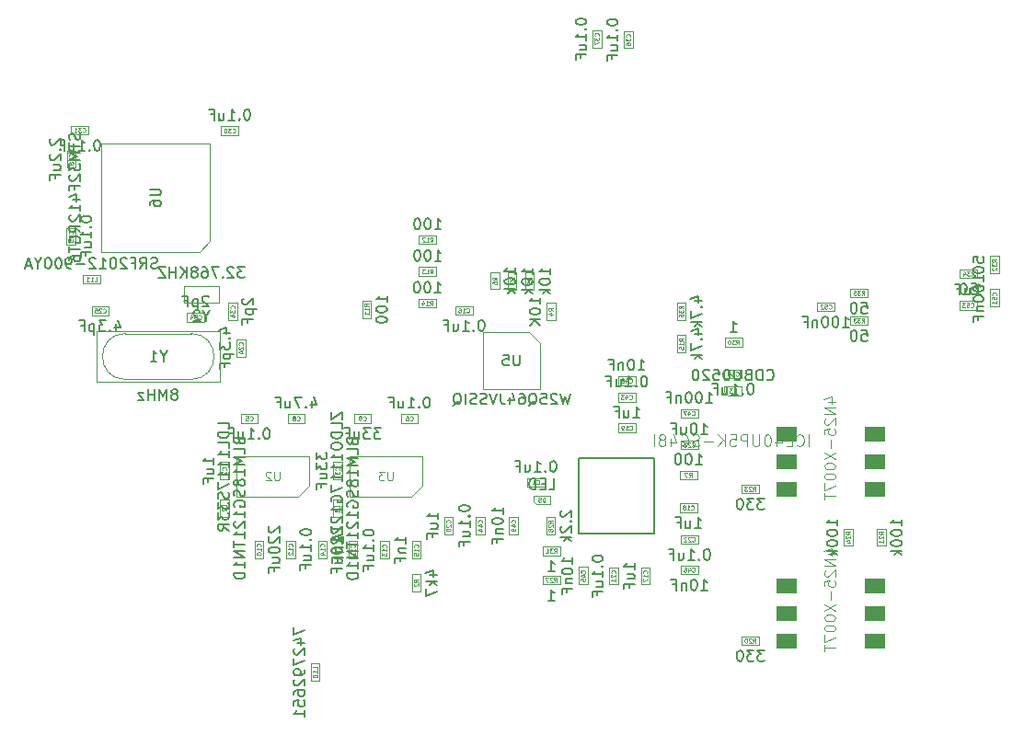
<source format=gbr>
G04 #@! TF.GenerationSoftware,KiCad,Pcbnew,(5.1.5)-3*
G04 #@! TF.CreationDate,2020-05-25T11:19:48-05:00*
G04 #@! TF.ProjectId,Delta_Robot,44656c74-615f-4526-9f62-6f742e6b6963,rev?*
G04 #@! TF.SameCoordinates,Original*
G04 #@! TF.FileFunction,Other,Fab,Bot*
%FSLAX46Y46*%
G04 Gerber Fmt 4.6, Leading zero omitted, Abs format (unit mm)*
G04 Created by KiCad (PCBNEW (5.1.5)-3) date 2020-05-25 11:19:48*
%MOMM*%
%LPD*%
G04 APERTURE LIST*
%ADD10C,0.100000*%
%ADD11C,0.010000*%
%ADD12C,0.127000*%
%ADD13C,0.150000*%
%ADD14C,0.120000*%
%ADD15C,0.015000*%
%ADD16C,0.060000*%
G04 APERTURE END LIST*
D10*
X138521000Y-93016000D02*
X134291000Y-93016000D01*
X134291000Y-93016000D02*
X134291000Y-98246000D01*
X134291000Y-98246000D02*
X139521000Y-98246000D01*
X139521000Y-98246000D02*
X139521000Y-94016000D01*
X139521000Y-94016000D02*
X138521000Y-93016000D01*
X109169999Y-84621999D02*
X109169999Y-75621999D01*
X109169999Y-75621999D02*
X99169999Y-75621999D01*
X99169999Y-75621999D02*
X99169999Y-85621999D01*
X99169999Y-85621999D02*
X108169999Y-85621999D01*
X108169999Y-85621999D02*
X109169999Y-84621999D01*
X117285000Y-108149000D02*
X118285000Y-107149000D01*
X117285000Y-108149000D02*
X111585000Y-108149000D01*
X118285000Y-107149000D02*
X118285000Y-104449000D01*
X111585000Y-108149000D02*
X111585000Y-104449000D01*
X118285000Y-104449000D02*
X111585000Y-104449000D01*
X127699000Y-108149000D02*
X128699000Y-107149000D01*
X127699000Y-108149000D02*
X121999000Y-108149000D01*
X128699000Y-107149000D02*
X128699000Y-104449000D01*
X121999000Y-108149000D02*
X121999000Y-104449000D01*
X128699000Y-104449000D02*
X121999000Y-104449000D01*
D11*
G36*
X163043000Y-122017860D02*
G01*
X163043000Y-120792000D01*
X161291650Y-120792000D01*
X161291650Y-122017860D01*
X163043000Y-122017860D01*
G37*
X163043000Y-122017860D02*
X163043000Y-120792000D01*
X161291650Y-120792000D01*
X161291650Y-122017860D01*
X163043000Y-122017860D01*
G36*
X163043000Y-119477384D02*
G01*
X163043000Y-118252000D01*
X161289860Y-118252000D01*
X161289860Y-119477384D01*
X163043000Y-119477384D01*
G37*
X163043000Y-119477384D02*
X163043000Y-118252000D01*
X161289860Y-118252000D01*
X161289860Y-119477384D01*
X163043000Y-119477384D01*
G36*
X163043000Y-116933350D02*
G01*
X163043000Y-115712000D01*
X161283660Y-115712000D01*
X161283660Y-116933350D01*
X163043000Y-116933350D01*
G37*
X163043000Y-116933350D02*
X163043000Y-115712000D01*
X161283660Y-115712000D01*
X161283660Y-116933350D01*
X163043000Y-116933350D01*
G36*
X171193000Y-116950590D02*
G01*
X171193000Y-115727000D01*
X169445350Y-115727000D01*
X169445350Y-116950590D01*
X171193000Y-116950590D01*
G37*
X171193000Y-116950590D02*
X171193000Y-115727000D01*
X169445350Y-115727000D01*
X169445350Y-116950590D01*
X171193000Y-116950590D01*
G36*
X171193000Y-119492611D02*
G01*
X171193000Y-118267000D01*
X169446150Y-118267000D01*
X169446150Y-119492611D01*
X171193000Y-119492611D01*
G37*
X171193000Y-119492611D02*
X171193000Y-118267000D01*
X169446150Y-118267000D01*
X169446150Y-119492611D01*
X171193000Y-119492611D01*
G36*
X171193000Y-122035420D02*
G01*
X171193000Y-120807000D01*
X169446470Y-120807000D01*
X169446470Y-122035420D01*
X171193000Y-122035420D01*
G37*
X171193000Y-122035420D02*
X171193000Y-120807000D01*
X169446470Y-120807000D01*
X169446470Y-122035420D01*
X171193000Y-122035420D01*
G36*
X171193000Y-108065420D02*
G01*
X171193000Y-106837000D01*
X169446470Y-106837000D01*
X169446470Y-108065420D01*
X171193000Y-108065420D01*
G37*
X171193000Y-108065420D02*
X171193000Y-106837000D01*
X169446470Y-106837000D01*
X169446470Y-108065420D01*
X171193000Y-108065420D01*
G36*
X171193000Y-105522611D02*
G01*
X171193000Y-104297000D01*
X169446150Y-104297000D01*
X169446150Y-105522611D01*
X171193000Y-105522611D01*
G37*
X171193000Y-105522611D02*
X171193000Y-104297000D01*
X169446150Y-104297000D01*
X169446150Y-105522611D01*
X171193000Y-105522611D01*
G36*
X171193000Y-102980590D02*
G01*
X171193000Y-101757000D01*
X169445350Y-101757000D01*
X169445350Y-102980590D01*
X171193000Y-102980590D01*
G37*
X171193000Y-102980590D02*
X171193000Y-101757000D01*
X169445350Y-101757000D01*
X169445350Y-102980590D01*
X171193000Y-102980590D01*
G36*
X163043000Y-102963350D02*
G01*
X163043000Y-101742000D01*
X161283660Y-101742000D01*
X161283660Y-102963350D01*
X163043000Y-102963350D01*
G37*
X163043000Y-102963350D02*
X163043000Y-101742000D01*
X161283660Y-101742000D01*
X161283660Y-102963350D01*
X163043000Y-102963350D01*
G36*
X163043000Y-105507384D02*
G01*
X163043000Y-104282000D01*
X161289860Y-104282000D01*
X161289860Y-105507384D01*
X163043000Y-105507384D01*
G37*
X163043000Y-105507384D02*
X163043000Y-104282000D01*
X161289860Y-104282000D01*
X161289860Y-105507384D01*
X163043000Y-105507384D01*
G36*
X163043000Y-108047860D02*
G01*
X163043000Y-106822000D01*
X161291650Y-106822000D01*
X161291650Y-108047860D01*
X163043000Y-108047860D01*
G37*
X163043000Y-108047860D02*
X163043000Y-106822000D01*
X161291650Y-106822000D01*
X161291650Y-108047860D01*
X163043000Y-108047860D01*
D10*
X137356800Y-87490400D02*
X136556800Y-87490400D01*
X136556800Y-87490400D02*
X136556800Y-89090400D01*
X136556800Y-89090400D02*
X137356800Y-89090400D01*
X137356800Y-89090400D02*
X137356800Y-87490400D01*
X140138200Y-90309800D02*
X140138200Y-91909800D01*
X140938200Y-90309800D02*
X140138200Y-90309800D01*
X140938200Y-91909800D02*
X140938200Y-90309800D01*
X140138200Y-91909800D02*
X140938200Y-91909800D01*
X138982400Y-87490400D02*
X138182400Y-87490400D01*
X138182400Y-87490400D02*
X138182400Y-89090400D01*
X138182400Y-89090400D02*
X138982400Y-89090400D01*
X138982400Y-89090400D02*
X138982400Y-87490400D01*
X135782000Y-89065000D02*
X135782000Y-87465000D01*
X134982000Y-89065000D02*
X135782000Y-89065000D01*
X134982000Y-87465000D02*
X134982000Y-89065000D01*
X135782000Y-87465000D02*
X134982000Y-87465000D01*
D12*
X143058000Y-111577000D02*
X143058000Y-104577000D01*
X150058000Y-111577000D02*
X143058000Y-111577000D01*
X150058000Y-104577000D02*
X150058000Y-111577000D01*
X143058000Y-104577000D02*
X150058000Y-104577000D01*
D10*
X110090000Y-106565500D02*
X110890000Y-106565500D01*
X110890000Y-106565500D02*
X110890000Y-104965500D01*
X110890000Y-104965500D02*
X110090000Y-104965500D01*
X110090000Y-104965500D02*
X110090000Y-106565500D01*
X120504000Y-106565500D02*
X121304000Y-106565500D01*
X121304000Y-106565500D02*
X121304000Y-104965500D01*
X121304000Y-104965500D02*
X120504000Y-104965500D01*
X120504000Y-104965500D02*
X120504000Y-106565500D01*
X111976000Y-101365000D02*
X113576000Y-101365000D01*
X111976000Y-100565000D02*
X111976000Y-101365000D01*
X113576000Y-100565000D02*
X111976000Y-100565000D01*
X113576000Y-101365000D02*
X113576000Y-100565000D01*
X126708000Y-100565000D02*
X126708000Y-101365000D01*
X126708000Y-101365000D02*
X128308000Y-101365000D01*
X128308000Y-101365000D02*
X128308000Y-100565000D01*
X128308000Y-100565000D02*
X126708000Y-100565000D01*
X116294000Y-100565000D02*
X116294000Y-101365000D01*
X116294000Y-101365000D02*
X117894000Y-101365000D01*
X117894000Y-101365000D02*
X117894000Y-100565000D01*
X117894000Y-100565000D02*
X116294000Y-100565000D01*
X123990000Y-101365000D02*
X123990000Y-100565000D01*
X123990000Y-100565000D02*
X122390000Y-100565000D01*
X122390000Y-100565000D02*
X122390000Y-101365000D01*
X122390000Y-101365000D02*
X123990000Y-101365000D01*
X114065000Y-112204500D02*
X113265000Y-112204500D01*
X113265000Y-112204500D02*
X113265000Y-113804500D01*
X113265000Y-113804500D02*
X114065000Y-113804500D01*
X114065000Y-113804500D02*
X114065000Y-112204500D01*
X121901000Y-112255500D02*
X121901000Y-113855500D01*
X122701000Y-112255500D02*
X121901000Y-112255500D01*
X122701000Y-113855500D02*
X122701000Y-112255500D01*
X121901000Y-113855500D02*
X122701000Y-113855500D01*
X116986000Y-112204500D02*
X116186000Y-112204500D01*
X116186000Y-112204500D02*
X116186000Y-113804500D01*
X116186000Y-113804500D02*
X116986000Y-113804500D01*
X116986000Y-113804500D02*
X116986000Y-112204500D01*
X124822000Y-113855500D02*
X125622000Y-113855500D01*
X125622000Y-113855500D02*
X125622000Y-112255500D01*
X125622000Y-112255500D02*
X124822000Y-112255500D01*
X124822000Y-112255500D02*
X124822000Y-113855500D01*
X119907000Y-113804500D02*
X119907000Y-112204500D01*
X119107000Y-113804500D02*
X119907000Y-113804500D01*
X119107000Y-112204500D02*
X119107000Y-113804500D01*
X119907000Y-112204500D02*
X119107000Y-112204500D01*
X127743000Y-112255500D02*
X127743000Y-113855500D01*
X128543000Y-112255500D02*
X127743000Y-112255500D01*
X128543000Y-113855500D02*
X128543000Y-112255500D01*
X127743000Y-113855500D02*
X128543000Y-113855500D01*
X131737200Y-91408200D02*
X133337200Y-91408200D01*
X131737200Y-90608200D02*
X131737200Y-91408200D01*
X133337200Y-90608200D02*
X131737200Y-90608200D01*
X133337200Y-91408200D02*
X133337200Y-90608200D01*
X148825000Y-114643000D02*
X148825000Y-116243000D01*
X149625000Y-114643000D02*
X148825000Y-114643000D01*
X149625000Y-116243000D02*
X149625000Y-114643000D01*
X148825000Y-116243000D02*
X149625000Y-116243000D01*
X153987400Y-109569200D02*
X153987400Y-108769200D01*
X153987400Y-108769200D02*
X152387400Y-108769200D01*
X152387400Y-108769200D02*
X152387400Y-109569200D01*
X152387400Y-109569200D02*
X153987400Y-109569200D01*
X148323200Y-101428600D02*
X146723200Y-101428600D01*
X148323200Y-102228600D02*
X148323200Y-101428600D01*
X146723200Y-102228600D02*
X148323200Y-102228600D01*
X146723200Y-101428600D02*
X146723200Y-102228600D01*
X130714800Y-111620300D02*
X131514800Y-111620300D01*
X131514800Y-111620300D02*
X131514800Y-110020300D01*
X131514800Y-110020300D02*
X130714800Y-110020300D01*
X130714800Y-110020300D02*
X130714800Y-111620300D01*
X145904000Y-114643000D02*
X145904000Y-116243000D01*
X146704000Y-114643000D02*
X145904000Y-114643000D01*
X146704000Y-116243000D02*
X146704000Y-114643000D01*
X145904000Y-116243000D02*
X146704000Y-116243000D01*
X152489000Y-112490200D02*
X154089000Y-112490200D01*
X152489000Y-111690200D02*
X152489000Y-112490200D01*
X154089000Y-111690200D02*
X152489000Y-111690200D01*
X154089000Y-112490200D02*
X154089000Y-111690200D01*
X152463500Y-102978000D02*
X152463500Y-103778000D01*
X152463500Y-103778000D02*
X154063500Y-103778000D01*
X154063500Y-103778000D02*
X154063500Y-102978000D01*
X154063500Y-102978000D02*
X152463500Y-102978000D01*
X111614000Y-95262500D02*
X112414000Y-95262500D01*
X112414000Y-95262500D02*
X112414000Y-93662500D01*
X112414000Y-93662500D02*
X111614000Y-93662500D01*
X111614000Y-93662500D02*
X111614000Y-95262500D01*
X98260000Y-91459000D02*
X99860000Y-91459000D01*
X98260000Y-90659000D02*
X98260000Y-91459000D01*
X99860000Y-90659000D02*
X98260000Y-90659000D01*
X99860000Y-91459000D02*
X99860000Y-90659000D01*
X95993000Y-77889000D02*
X96793000Y-77889000D01*
X96793000Y-77889000D02*
X96793000Y-76289000D01*
X96793000Y-76289000D02*
X95993000Y-76289000D01*
X95993000Y-76289000D02*
X95993000Y-77889000D01*
X110172700Y-74072800D02*
X110172700Y-74872800D01*
X110172700Y-74872800D02*
X111772700Y-74872800D01*
X111772700Y-74872800D02*
X111772700Y-74072800D01*
X111772700Y-74072800D02*
X110172700Y-74072800D01*
X96380400Y-74822000D02*
X97980400Y-74822000D01*
X96380400Y-74022000D02*
X96380400Y-74822000D01*
X97980400Y-74022000D02*
X96380400Y-74022000D01*
X97980400Y-74822000D02*
X97980400Y-74022000D01*
X147258999Y-65282199D02*
X147258999Y-66882199D01*
X148058999Y-65282199D02*
X147258999Y-65282199D01*
X148058999Y-66882199D02*
X148058999Y-65282199D01*
X147258999Y-66882199D02*
X148058999Y-66882199D01*
X144380000Y-65214700D02*
X144380000Y-66814700D01*
X145180000Y-65214700D02*
X144380000Y-65214700D01*
X145180000Y-66814700D02*
X145180000Y-65214700D01*
X144380000Y-66814700D02*
X145180000Y-66814700D01*
X146697700Y-98609200D02*
X146697700Y-99409200D01*
X146697700Y-99409200D02*
X148297700Y-99409200D01*
X148297700Y-99409200D02*
X148297700Y-98609200D01*
X148297700Y-98609200D02*
X146697700Y-98609200D01*
X133635800Y-110020300D02*
X133635800Y-111620300D01*
X134435800Y-110020300D02*
X133635800Y-110020300D01*
X134435800Y-111620300D02*
X134435800Y-110020300D01*
X133635800Y-111620300D02*
X134435800Y-111620300D01*
X143110000Y-116217500D02*
X143910000Y-116217500D01*
X143910000Y-116217500D02*
X143910000Y-114617500D01*
X143910000Y-114617500D02*
X143110000Y-114617500D01*
X143110000Y-114617500D02*
X143110000Y-116217500D01*
X154089000Y-115284200D02*
X154089000Y-114484200D01*
X154089000Y-114484200D02*
X152489000Y-114484200D01*
X152489000Y-114484200D02*
X152489000Y-115284200D01*
X152489000Y-115284200D02*
X154089000Y-115284200D01*
X154063600Y-100082400D02*
X152463600Y-100082400D01*
X154063600Y-100882400D02*
X154063600Y-100082400D01*
X152463600Y-100882400D02*
X154063600Y-100882400D01*
X152463600Y-100082400D02*
X152463600Y-100882400D01*
X148297800Y-97085200D02*
X146697800Y-97085200D01*
X148297800Y-97885200D02*
X148297800Y-97085200D01*
X146697800Y-97885200D02*
X148297800Y-97885200D01*
X146697800Y-97085200D02*
X146697800Y-97885200D01*
X136683800Y-111620300D02*
X137483800Y-111620300D01*
X137483800Y-111620300D02*
X137483800Y-110020300D01*
X137483800Y-110020300D02*
X136683800Y-110020300D01*
X136683800Y-110020300D02*
X136683800Y-111620300D01*
X156502200Y-97250200D02*
X158102200Y-97250200D01*
X156502200Y-96450200D02*
X156502200Y-97250200D01*
X158102200Y-96450200D02*
X156502200Y-96450200D01*
X158102200Y-97250200D02*
X158102200Y-96450200D01*
X110890000Y-108394500D02*
X110090000Y-108394500D01*
X110090000Y-108394500D02*
X110090000Y-109994500D01*
X110090000Y-109994500D02*
X110890000Y-109994500D01*
X110890000Y-109994500D02*
X110890000Y-108394500D01*
X121304000Y-108445500D02*
X120504000Y-108445500D01*
X120504000Y-108445500D02*
X120504000Y-110045500D01*
X120504000Y-110045500D02*
X121304000Y-110045500D01*
X121304000Y-110045500D02*
X121304000Y-108445500D01*
X118446600Y-123507600D02*
X118446600Y-125107600D01*
X119246600Y-123507600D02*
X118446600Y-123507600D01*
X119246600Y-125107600D02*
X119246600Y-123507600D01*
X118446600Y-125107600D02*
X119246600Y-125107600D01*
X128543000Y-115278000D02*
X127743000Y-115278000D01*
X127743000Y-115278000D02*
X127743000Y-116878000D01*
X127743000Y-116878000D02*
X128543000Y-116878000D01*
X128543000Y-116878000D02*
X128543000Y-115278000D01*
X123971000Y-90106600D02*
X123171000Y-90106600D01*
X123171000Y-90106600D02*
X123171000Y-91706600D01*
X123171000Y-91706600D02*
X123971000Y-91706600D01*
X123971000Y-91706600D02*
X123971000Y-90106600D01*
X128384500Y-84105800D02*
X128384500Y-84905800D01*
X128384500Y-84905800D02*
X129984500Y-84905800D01*
X129984500Y-84905800D02*
X129984500Y-84105800D01*
X129984500Y-84105800D02*
X128384500Y-84105800D01*
X128384500Y-87026800D02*
X128384500Y-87826800D01*
X128384500Y-87826800D02*
X129984500Y-87826800D01*
X129984500Y-87826800D02*
X129984500Y-87026800D01*
X129984500Y-87026800D02*
X128384500Y-87026800D01*
X129959000Y-89947800D02*
X128359000Y-89947800D01*
X129959000Y-90747800D02*
X129959000Y-89947800D01*
X128359000Y-90747800D02*
X129959000Y-90747800D01*
X128359000Y-89947800D02*
X128359000Y-90747800D01*
X159677000Y-121812000D02*
X159677000Y-121012000D01*
X159677000Y-121012000D02*
X158077000Y-121012000D01*
X158077000Y-121012000D02*
X158077000Y-121812000D01*
X158077000Y-121812000D02*
X159677000Y-121812000D01*
X171342000Y-112687000D02*
X171342000Y-111087000D01*
X170542000Y-112687000D02*
X171342000Y-112687000D01*
X170542000Y-111087000D02*
X170542000Y-112687000D01*
X171342000Y-111087000D02*
X170542000Y-111087000D01*
X159677000Y-107842000D02*
X159677000Y-107042000D01*
X159677000Y-107042000D02*
X158077000Y-107042000D01*
X158077000Y-107042000D02*
X158077000Y-107842000D01*
X158077000Y-107842000D02*
X159677000Y-107842000D01*
X167494000Y-111087000D02*
X167494000Y-112687000D01*
X168294000Y-111087000D02*
X167494000Y-111087000D01*
X168294000Y-112687000D02*
X168294000Y-111087000D01*
X167494000Y-112687000D02*
X168294000Y-112687000D01*
X158102200Y-98825000D02*
X156802200Y-98825000D01*
X156802200Y-98825000D02*
X156502200Y-98525000D01*
X156502200Y-98525000D02*
X156502200Y-98025000D01*
X156502200Y-98025000D02*
X158102200Y-98025000D01*
X158102200Y-98025000D02*
X158102200Y-98825000D01*
X141363600Y-116224000D02*
X141363600Y-115424000D01*
X141363600Y-115424000D02*
X139763600Y-115424000D01*
X139763600Y-115424000D02*
X139763600Y-116224000D01*
X139763600Y-116224000D02*
X141363600Y-116224000D01*
X156527600Y-93554600D02*
X156527600Y-94354600D01*
X156527600Y-94354600D02*
X158127600Y-94354600D01*
X158127600Y-94354600D02*
X158127600Y-93554600D01*
X158127600Y-93554600D02*
X156527600Y-93554600D01*
X139763600Y-113557000D02*
X141363600Y-113557000D01*
X139763600Y-112757000D02*
X139763600Y-113557000D01*
X141363600Y-112757000D02*
X139763600Y-112757000D01*
X141363600Y-113557000D02*
X141363600Y-112757000D01*
X152387400Y-105772000D02*
X152387400Y-106572000D01*
X152387400Y-106572000D02*
X153987400Y-106572000D01*
X153987400Y-106572000D02*
X153987400Y-105772000D01*
X153987400Y-105772000D02*
X152387400Y-105772000D01*
X180956000Y-90665200D02*
X181756000Y-90665200D01*
X181756000Y-90665200D02*
X181756000Y-89065200D01*
X181756000Y-89065200D02*
X180956000Y-89065200D01*
X180956000Y-89065200D02*
X180956000Y-90665200D01*
X165036600Y-91078000D02*
X166636600Y-91078000D01*
X165036600Y-90278000D02*
X165036600Y-91078000D01*
X166636600Y-90278000D02*
X165036600Y-90278000D01*
X166636600Y-91078000D02*
X166636600Y-90278000D01*
X178117500Y-90151000D02*
X178117500Y-90951000D01*
X178117500Y-90951000D02*
X179717500Y-90951000D01*
X179717500Y-90951000D02*
X179717500Y-90151000D01*
X179717500Y-90151000D02*
X178117500Y-90151000D01*
X180956000Y-87617200D02*
X181756000Y-87617200D01*
X181756000Y-87617200D02*
X181756000Y-86017200D01*
X181756000Y-86017200D02*
X180956000Y-86017200D01*
X180956000Y-86017200D02*
X180956000Y-87617200D01*
X169684500Y-92348000D02*
X169684500Y-91548000D01*
X169684500Y-91548000D02*
X168084500Y-91548000D01*
X168084500Y-91548000D02*
X168084500Y-92348000D01*
X168084500Y-92348000D02*
X169684500Y-92348000D01*
X178168500Y-88030000D02*
X179768500Y-88030000D01*
X178168500Y-87230000D02*
X178168500Y-88030000D01*
X179768500Y-87230000D02*
X178168500Y-87230000D01*
X179768500Y-88030000D02*
X179768500Y-87230000D01*
X168084500Y-89808000D02*
X169684500Y-89808000D01*
X168084500Y-89008000D02*
X168084500Y-89808000D01*
X169684500Y-89008000D02*
X168084500Y-89008000D01*
X169684500Y-89808000D02*
X169684500Y-89008000D01*
X110094000Y-92900000D02*
X110094000Y-97600000D01*
X110094000Y-97600000D02*
X98694000Y-97600000D01*
X98694000Y-97600000D02*
X98694000Y-92900000D01*
X98694000Y-92900000D02*
X110094000Y-92900000D01*
X107409000Y-93135000D02*
X101379000Y-93135000D01*
X107409000Y-97365000D02*
X101379000Y-97365000D01*
X107409000Y-97365000D02*
G75*
G03X107409000Y-93135000I0J2115000D01*
G01*
X101379000Y-97365000D02*
G75*
G02X101379000Y-93135000I0J2115000D01*
G01*
X111652000Y-90284400D02*
X110852000Y-90284400D01*
X110852000Y-90284400D02*
X110852000Y-91884400D01*
X110852000Y-91884400D02*
X111652000Y-91884400D01*
X111652000Y-91884400D02*
X111652000Y-90284400D01*
X108648400Y-91243200D02*
X107048400Y-91243200D01*
X108648400Y-92043200D02*
X108648400Y-91243200D01*
X107048400Y-92043200D02*
X108648400Y-92043200D01*
X107048400Y-91243200D02*
X107048400Y-92043200D01*
X96767600Y-83400900D02*
X95967600Y-83400900D01*
X95967600Y-83400900D02*
X95967600Y-85000900D01*
X95967600Y-85000900D02*
X96767600Y-85000900D01*
X96767600Y-85000900D02*
X96767600Y-83400900D01*
X97472500Y-87738000D02*
X97472500Y-88538000D01*
X97472500Y-88538000D02*
X99072500Y-88538000D01*
X99072500Y-88538000D02*
X99072500Y-87738000D01*
X99072500Y-87738000D02*
X97472500Y-87738000D01*
X106756400Y-90310400D02*
X106756400Y-88810400D01*
X109956400Y-90310400D02*
X109956400Y-88810400D01*
X106756400Y-90310400D02*
X109956400Y-90310400D01*
X106756400Y-88810400D02*
X109956400Y-88810400D01*
X140500000Y-108058000D02*
X140500000Y-108858000D01*
X138900000Y-108058000D02*
X140500000Y-108058000D01*
X138900000Y-108558000D02*
X138900000Y-108058000D01*
X139200000Y-108858000D02*
X138900000Y-108558000D01*
X140500000Y-108858000D02*
X139200000Y-108858000D01*
X140912800Y-110045600D02*
X140112800Y-110045600D01*
X140112800Y-110045600D02*
X140112800Y-111645600D01*
X140112800Y-111645600D02*
X140912800Y-111645600D01*
X140912800Y-111645600D02*
X140912800Y-110045600D01*
X152952400Y-93281600D02*
X152152400Y-93281600D01*
X152152400Y-93281600D02*
X152152400Y-94881600D01*
X152152400Y-94881600D02*
X152952400Y-94881600D01*
X152952400Y-94881600D02*
X152952400Y-93281600D01*
X152927000Y-91884400D02*
X152927000Y-90284400D01*
X152127000Y-91884400D02*
X152927000Y-91884400D01*
X152127000Y-90284400D02*
X152127000Y-91884400D01*
X152927000Y-90284400D02*
X152127000Y-90284400D01*
X138341200Y-106432400D02*
X138341200Y-107232400D01*
X138341200Y-107232400D02*
X139941200Y-107232400D01*
X139941200Y-107232400D02*
X139941200Y-106432400D01*
X139941200Y-106432400D02*
X138341200Y-106432400D01*
D13*
X142286952Y-98643380D02*
X142048857Y-99643380D01*
X141858380Y-98929095D01*
X141667904Y-99643380D01*
X141429809Y-98643380D01*
X141096476Y-98738619D02*
X141048857Y-98691000D01*
X140953619Y-98643380D01*
X140715523Y-98643380D01*
X140620285Y-98691000D01*
X140572666Y-98738619D01*
X140525047Y-98833857D01*
X140525047Y-98929095D01*
X140572666Y-99071952D01*
X141144095Y-99643380D01*
X140525047Y-99643380D01*
X139620285Y-98643380D02*
X140096476Y-98643380D01*
X140144095Y-99119571D01*
X140096476Y-99071952D01*
X140001238Y-99024333D01*
X139763142Y-99024333D01*
X139667904Y-99071952D01*
X139620285Y-99119571D01*
X139572666Y-99214809D01*
X139572666Y-99452904D01*
X139620285Y-99548142D01*
X139667904Y-99595761D01*
X139763142Y-99643380D01*
X140001238Y-99643380D01*
X140096476Y-99595761D01*
X140144095Y-99548142D01*
X138477428Y-99738619D02*
X138572666Y-99691000D01*
X138667904Y-99595761D01*
X138810761Y-99452904D01*
X138906000Y-99405285D01*
X139001238Y-99405285D01*
X138953619Y-99643380D02*
X139048857Y-99595761D01*
X139144095Y-99500523D01*
X139191714Y-99310047D01*
X139191714Y-98976714D01*
X139144095Y-98786238D01*
X139048857Y-98691000D01*
X138953619Y-98643380D01*
X138763142Y-98643380D01*
X138667904Y-98691000D01*
X138572666Y-98786238D01*
X138525047Y-98976714D01*
X138525047Y-99310047D01*
X138572666Y-99500523D01*
X138667904Y-99595761D01*
X138763142Y-99643380D01*
X138953619Y-99643380D01*
X137667904Y-98643380D02*
X137858380Y-98643380D01*
X137953619Y-98691000D01*
X138001238Y-98738619D01*
X138096476Y-98881476D01*
X138144095Y-99071952D01*
X138144095Y-99452904D01*
X138096476Y-99548142D01*
X138048857Y-99595761D01*
X137953619Y-99643380D01*
X137763142Y-99643380D01*
X137667904Y-99595761D01*
X137620285Y-99548142D01*
X137572666Y-99452904D01*
X137572666Y-99214809D01*
X137620285Y-99119571D01*
X137667904Y-99071952D01*
X137763142Y-99024333D01*
X137953619Y-99024333D01*
X138048857Y-99071952D01*
X138096476Y-99119571D01*
X138144095Y-99214809D01*
X136715523Y-98976714D02*
X136715523Y-99643380D01*
X136953619Y-98595761D02*
X137191714Y-99310047D01*
X136572666Y-99310047D01*
X135906000Y-98643380D02*
X135906000Y-99357666D01*
X135953619Y-99500523D01*
X136048857Y-99595761D01*
X136191714Y-99643380D01*
X136286952Y-99643380D01*
X135572666Y-98643380D02*
X135239333Y-99643380D01*
X134906000Y-98643380D01*
X134620285Y-99595761D02*
X134477428Y-99643380D01*
X134239333Y-99643380D01*
X134144095Y-99595761D01*
X134096476Y-99548142D01*
X134048857Y-99452904D01*
X134048857Y-99357666D01*
X134096476Y-99262428D01*
X134144095Y-99214809D01*
X134239333Y-99167190D01*
X134429809Y-99119571D01*
X134525047Y-99071952D01*
X134572666Y-99024333D01*
X134620285Y-98929095D01*
X134620285Y-98833857D01*
X134572666Y-98738619D01*
X134525047Y-98691000D01*
X134429809Y-98643380D01*
X134191714Y-98643380D01*
X134048857Y-98691000D01*
X133667904Y-99595761D02*
X133525047Y-99643380D01*
X133286952Y-99643380D01*
X133191714Y-99595761D01*
X133144095Y-99548142D01*
X133096476Y-99452904D01*
X133096476Y-99357666D01*
X133144095Y-99262428D01*
X133191714Y-99214809D01*
X133286952Y-99167190D01*
X133477428Y-99119571D01*
X133572666Y-99071952D01*
X133620285Y-99024333D01*
X133667904Y-98929095D01*
X133667904Y-98833857D01*
X133620285Y-98738619D01*
X133572666Y-98691000D01*
X133477428Y-98643380D01*
X133239333Y-98643380D01*
X133096476Y-98691000D01*
X132667904Y-99643380D02*
X132667904Y-98643380D01*
X131525047Y-99738619D02*
X131620285Y-99691000D01*
X131715523Y-99595761D01*
X131858380Y-99452904D01*
X131953619Y-99405285D01*
X132048857Y-99405285D01*
X132001238Y-99643380D02*
X132096476Y-99595761D01*
X132191714Y-99500523D01*
X132239333Y-99310047D01*
X132239333Y-98976714D01*
X132191714Y-98786238D01*
X132096476Y-98691000D01*
X132001238Y-98643380D01*
X131810761Y-98643380D01*
X131715523Y-98691000D01*
X131620285Y-98786238D01*
X131572666Y-98976714D01*
X131572666Y-99310047D01*
X131620285Y-99500523D01*
X131715523Y-99595761D01*
X131810761Y-99643380D01*
X132001238Y-99643380D01*
X137667904Y-95083380D02*
X137667904Y-95892904D01*
X137620285Y-95988142D01*
X137572666Y-96035761D01*
X137477428Y-96083380D01*
X137286952Y-96083380D01*
X137191714Y-96035761D01*
X137144095Y-95988142D01*
X137096476Y-95892904D01*
X137096476Y-95083380D01*
X136144095Y-95083380D02*
X136620285Y-95083380D01*
X136667904Y-95559571D01*
X136620285Y-95511952D01*
X136525047Y-95464333D01*
X136286952Y-95464333D01*
X136191714Y-95511952D01*
X136144095Y-95559571D01*
X136096476Y-95654809D01*
X136096476Y-95892904D01*
X136144095Y-95988142D01*
X136191714Y-96035761D01*
X136286952Y-96083380D01*
X136525047Y-96083380D01*
X136620285Y-96035761D01*
X136667904Y-95988142D01*
X97174760Y-74717237D02*
X97222379Y-74860094D01*
X97222379Y-75098189D01*
X97174760Y-75193427D01*
X97127141Y-75241046D01*
X97031903Y-75288665D01*
X96936665Y-75288665D01*
X96841427Y-75241046D01*
X96793808Y-75193427D01*
X96746189Y-75098189D01*
X96698570Y-74907713D01*
X96650951Y-74812475D01*
X96603332Y-74764856D01*
X96508094Y-74717237D01*
X96412856Y-74717237D01*
X96317618Y-74764856D01*
X96269999Y-74812475D01*
X96222379Y-74907713D01*
X96222379Y-75145808D01*
X96269999Y-75288665D01*
X96222379Y-75574379D02*
X96222379Y-76145808D01*
X97222379Y-75860094D02*
X96222379Y-75860094D01*
X97222379Y-76479141D02*
X96222379Y-76479141D01*
X96936665Y-76812475D01*
X96222379Y-77145808D01*
X97222379Y-77145808D01*
X96222379Y-77526760D02*
X96222379Y-78145808D01*
X96603332Y-77812475D01*
X96603332Y-77955332D01*
X96650951Y-78050570D01*
X96698570Y-78098189D01*
X96793808Y-78145808D01*
X97031903Y-78145808D01*
X97127141Y-78098189D01*
X97174760Y-78050570D01*
X97222379Y-77955332D01*
X97222379Y-77669618D01*
X97174760Y-77574379D01*
X97127141Y-77526760D01*
X96317618Y-78526760D02*
X96269999Y-78574379D01*
X96222379Y-78669618D01*
X96222379Y-78907713D01*
X96269999Y-79002951D01*
X96317618Y-79050570D01*
X96412856Y-79098189D01*
X96508094Y-79098189D01*
X96650951Y-79050570D01*
X97222379Y-78479141D01*
X97222379Y-79098189D01*
X96698570Y-79860094D02*
X96698570Y-79526760D01*
X97222379Y-79526760D02*
X96222379Y-79526760D01*
X96222379Y-80002951D01*
X96555713Y-80812475D02*
X97222379Y-80812475D01*
X96174760Y-80574379D02*
X96889046Y-80336284D01*
X96889046Y-80955332D01*
X97222379Y-81860094D02*
X97222379Y-81288665D01*
X97222379Y-81574379D02*
X96222379Y-81574379D01*
X96365237Y-81479141D01*
X96460475Y-81383903D01*
X96508094Y-81288665D01*
X96317618Y-82241046D02*
X96269999Y-82288665D01*
X96222379Y-82383903D01*
X96222379Y-82621998D01*
X96269999Y-82717237D01*
X96317618Y-82764856D01*
X96412856Y-82812475D01*
X96508094Y-82812475D01*
X96650951Y-82764856D01*
X97222379Y-82193427D01*
X97222379Y-82812475D01*
X97222379Y-83812475D02*
X96746189Y-83479141D01*
X97222379Y-83241046D02*
X96222379Y-83241046D01*
X96222379Y-83621998D01*
X96269999Y-83717237D01*
X96317618Y-83764856D01*
X96412856Y-83812475D01*
X96555713Y-83812475D01*
X96650951Y-83764856D01*
X96698570Y-83717237D01*
X96746189Y-83621998D01*
X96746189Y-83241046D01*
X96269999Y-84764856D02*
X96222379Y-84669618D01*
X96222379Y-84526760D01*
X96269999Y-84383903D01*
X96365237Y-84288665D01*
X96460475Y-84241046D01*
X96650951Y-84193427D01*
X96793808Y-84193427D01*
X96984284Y-84241046D01*
X97079522Y-84288665D01*
X97174760Y-84383903D01*
X97222379Y-84526760D01*
X97222379Y-84621998D01*
X97174760Y-84764856D01*
X97127141Y-84812475D01*
X96793808Y-84812475D01*
X96793808Y-84621998D01*
X96222379Y-85098189D02*
X96222379Y-85669618D01*
X97222379Y-85383903D02*
X96222379Y-85383903D01*
X96222379Y-86431522D02*
X96222379Y-86241046D01*
X96269999Y-86145808D01*
X96317618Y-86098189D01*
X96460475Y-86002951D01*
X96650951Y-85955332D01*
X97031903Y-85955332D01*
X97127141Y-86002951D01*
X97174760Y-86050570D01*
X97222379Y-86145808D01*
X97222379Y-86336284D01*
X97174760Y-86431522D01*
X97127141Y-86479141D01*
X97031903Y-86526760D01*
X96793808Y-86526760D01*
X96698570Y-86479141D01*
X96650951Y-86431522D01*
X96603332Y-86336284D01*
X96603332Y-86145808D01*
X96650951Y-86050570D01*
X96698570Y-86002951D01*
X96793808Y-85955332D01*
X103622379Y-79860094D02*
X104431903Y-79860094D01*
X104527141Y-79907713D01*
X104574760Y-79955332D01*
X104622379Y-80050570D01*
X104622379Y-80241046D01*
X104574760Y-80336284D01*
X104527141Y-80383903D01*
X104431903Y-80431522D01*
X103622379Y-80431522D01*
X103622379Y-81336284D02*
X103622379Y-81145808D01*
X103669999Y-81050570D01*
X103717618Y-81002951D01*
X103860475Y-80907713D01*
X104050951Y-80860094D01*
X104431903Y-80860094D01*
X104527141Y-80907713D01*
X104574760Y-80955332D01*
X104622379Y-81050570D01*
X104622379Y-81241046D01*
X104574760Y-81336284D01*
X104527141Y-81383903D01*
X104431903Y-81431522D01*
X104193808Y-81431522D01*
X104098570Y-81383903D01*
X104050951Y-81336284D01*
X104003332Y-81241046D01*
X104003332Y-81050570D01*
X104050951Y-80955332D01*
X104098570Y-80907713D01*
X104193808Y-80860094D01*
X110887380Y-101870428D02*
X110887380Y-101394238D01*
X109887380Y-101394238D01*
X110887380Y-102203761D02*
X109887380Y-102203761D01*
X109887380Y-102441857D01*
X109935000Y-102584714D01*
X110030238Y-102679952D01*
X110125476Y-102727571D01*
X110315952Y-102775190D01*
X110458809Y-102775190D01*
X110649285Y-102727571D01*
X110744523Y-102679952D01*
X110839761Y-102584714D01*
X110887380Y-102441857D01*
X110887380Y-102203761D01*
X110887380Y-103679952D02*
X110887380Y-103203761D01*
X109887380Y-103203761D01*
X110887380Y-104537095D02*
X110887380Y-103965666D01*
X110887380Y-104251380D02*
X109887380Y-104251380D01*
X110030238Y-104156142D01*
X110125476Y-104060904D01*
X110173095Y-103965666D01*
X110887380Y-105489476D02*
X110887380Y-104918047D01*
X110887380Y-105203761D02*
X109887380Y-105203761D01*
X110030238Y-105108523D01*
X110125476Y-105013285D01*
X110173095Y-104918047D01*
X110887380Y-106441857D02*
X110887380Y-105870428D01*
X110887380Y-106156142D02*
X109887380Y-106156142D01*
X110030238Y-106060904D01*
X110125476Y-105965666D01*
X110173095Y-105870428D01*
X109887380Y-106775190D02*
X109887380Y-107441857D01*
X110887380Y-107013285D01*
X110839761Y-107775190D02*
X110887380Y-107918047D01*
X110887380Y-108156142D01*
X110839761Y-108251380D01*
X110792142Y-108299000D01*
X110696904Y-108346619D01*
X110601666Y-108346619D01*
X110506428Y-108299000D01*
X110458809Y-108251380D01*
X110411190Y-108156142D01*
X110363571Y-107965666D01*
X110315952Y-107870428D01*
X110268333Y-107822809D01*
X110173095Y-107775190D01*
X110077857Y-107775190D01*
X109982619Y-107822809D01*
X109935000Y-107870428D01*
X109887380Y-107965666D01*
X109887380Y-108203761D01*
X109935000Y-108346619D01*
X109887380Y-108679952D02*
X109887380Y-109299000D01*
X110268333Y-108965666D01*
X110268333Y-109108523D01*
X110315952Y-109203761D01*
X110363571Y-109251380D01*
X110458809Y-109299000D01*
X110696904Y-109299000D01*
X110792142Y-109251380D01*
X110839761Y-109203761D01*
X110887380Y-109108523D01*
X110887380Y-108822809D01*
X110839761Y-108727571D01*
X110792142Y-108679952D01*
X109887380Y-109632333D02*
X109887380Y-110251380D01*
X110268333Y-109918047D01*
X110268333Y-110060904D01*
X110315952Y-110156142D01*
X110363571Y-110203761D01*
X110458809Y-110251380D01*
X110696904Y-110251380D01*
X110792142Y-110203761D01*
X110839761Y-110156142D01*
X110887380Y-110060904D01*
X110887380Y-109775190D01*
X110839761Y-109679952D01*
X110792142Y-109632333D01*
X110887380Y-111251380D02*
X110411190Y-110918047D01*
X110887380Y-110679952D02*
X109887380Y-110679952D01*
X109887380Y-111060904D01*
X109935000Y-111156142D01*
X109982619Y-111203761D01*
X110077857Y-111251380D01*
X110220714Y-111251380D01*
X110315952Y-111203761D01*
X110363571Y-111156142D01*
X110411190Y-111060904D01*
X110411190Y-110679952D01*
D14*
X115544523Y-105860904D02*
X115544523Y-106508523D01*
X115506428Y-106584714D01*
X115468333Y-106622809D01*
X115392142Y-106660904D01*
X115239761Y-106660904D01*
X115163571Y-106622809D01*
X115125476Y-106584714D01*
X115087380Y-106508523D01*
X115087380Y-105860904D01*
X114744523Y-105937095D02*
X114706428Y-105899000D01*
X114630238Y-105860904D01*
X114439761Y-105860904D01*
X114363571Y-105899000D01*
X114325476Y-105937095D01*
X114287380Y-106013285D01*
X114287380Y-106089476D01*
X114325476Y-106203761D01*
X114782619Y-106660904D01*
X114287380Y-106660904D01*
D13*
X120301380Y-100370428D02*
X120301380Y-101037095D01*
X121301380Y-100370428D01*
X121301380Y-101037095D01*
X121301380Y-101894238D02*
X121301380Y-101418047D01*
X120301380Y-101418047D01*
X121301380Y-102227571D02*
X120301380Y-102227571D01*
X120301380Y-102465666D01*
X120349000Y-102608523D01*
X120444238Y-102703761D01*
X120539476Y-102751380D01*
X120729952Y-102799000D01*
X120872809Y-102799000D01*
X121063285Y-102751380D01*
X121158523Y-102703761D01*
X121253761Y-102608523D01*
X121301380Y-102465666D01*
X121301380Y-102227571D01*
X120301380Y-103418047D02*
X120301380Y-103608523D01*
X120349000Y-103703761D01*
X120444238Y-103799000D01*
X120634714Y-103846619D01*
X120968047Y-103846619D01*
X121158523Y-103799000D01*
X121253761Y-103703761D01*
X121301380Y-103608523D01*
X121301380Y-103418047D01*
X121253761Y-103322809D01*
X121158523Y-103227571D01*
X120968047Y-103179952D01*
X120634714Y-103179952D01*
X120444238Y-103227571D01*
X120349000Y-103322809D01*
X120301380Y-103418047D01*
X121301380Y-104799000D02*
X121301380Y-104227571D01*
X121301380Y-104513285D02*
X120301380Y-104513285D01*
X120444238Y-104418047D01*
X120539476Y-104322809D01*
X120587095Y-104227571D01*
X121301380Y-105751380D02*
X121301380Y-105179952D01*
X121301380Y-105465666D02*
X120301380Y-105465666D01*
X120444238Y-105370428D01*
X120539476Y-105275190D01*
X120587095Y-105179952D01*
X121301380Y-106703761D02*
X121301380Y-106132333D01*
X121301380Y-106418047D02*
X120301380Y-106418047D01*
X120444238Y-106322809D01*
X120539476Y-106227571D01*
X120587095Y-106132333D01*
X120301380Y-107037095D02*
X120301380Y-107703761D01*
X121301380Y-107275190D01*
X120349000Y-108608523D02*
X120301380Y-108513285D01*
X120301380Y-108370428D01*
X120349000Y-108227571D01*
X120444238Y-108132333D01*
X120539476Y-108084714D01*
X120729952Y-108037095D01*
X120872809Y-108037095D01*
X121063285Y-108084714D01*
X121158523Y-108132333D01*
X121253761Y-108227571D01*
X121301380Y-108370428D01*
X121301380Y-108465666D01*
X121253761Y-108608523D01*
X121206142Y-108656142D01*
X120872809Y-108656142D01*
X120872809Y-108465666D01*
X121301380Y-109608523D02*
X121301380Y-109037095D01*
X121301380Y-109322809D02*
X120301380Y-109322809D01*
X120444238Y-109227571D01*
X120539476Y-109132333D01*
X120587095Y-109037095D01*
X120396619Y-109989476D02*
X120349000Y-110037095D01*
X120301380Y-110132333D01*
X120301380Y-110370428D01*
X120349000Y-110465666D01*
X120396619Y-110513285D01*
X120491857Y-110560904D01*
X120587095Y-110560904D01*
X120729952Y-110513285D01*
X121301380Y-109941857D01*
X121301380Y-110560904D01*
X120301380Y-110846619D02*
X120301380Y-111418047D01*
X121301380Y-111132333D02*
X120301380Y-111132333D01*
X121015666Y-111703761D02*
X121015666Y-112179952D01*
X121301380Y-111608523D02*
X120301380Y-111941857D01*
X121301380Y-112275190D01*
D14*
X125958523Y-105860904D02*
X125958523Y-106508523D01*
X125920428Y-106584714D01*
X125882333Y-106622809D01*
X125806142Y-106660904D01*
X125653761Y-106660904D01*
X125577571Y-106622809D01*
X125539476Y-106584714D01*
X125501380Y-106508523D01*
X125501380Y-105860904D01*
X125196619Y-105860904D02*
X124701380Y-105860904D01*
X124968047Y-106165666D01*
X124853761Y-106165666D01*
X124777571Y-106203761D01*
X124739476Y-106241857D01*
X124701380Y-106318047D01*
X124701380Y-106508523D01*
X124739476Y-106584714D01*
X124777571Y-106622809D01*
X124853761Y-106660904D01*
X125082333Y-106660904D01*
X125158523Y-106622809D01*
X125196619Y-106584714D01*
D15*
X166028689Y-113410932D02*
X166695429Y-113410932D01*
X165647695Y-113172811D02*
X166362059Y-112934690D01*
X166362059Y-113553805D01*
X166695429Y-113934800D02*
X165695319Y-113934800D01*
X166695429Y-114506291D01*
X165695319Y-114506291D01*
X165790568Y-114934910D02*
X165742944Y-114982534D01*
X165695319Y-115077782D01*
X165695319Y-115315904D01*
X165742944Y-115411152D01*
X165790568Y-115458777D01*
X165885816Y-115506401D01*
X165981065Y-115506401D01*
X166123938Y-115458777D01*
X166695429Y-114887285D01*
X166695429Y-115506401D01*
X165695319Y-116411262D02*
X165695319Y-115935020D01*
X166171562Y-115887395D01*
X166123938Y-115935020D01*
X166076314Y-116030268D01*
X166076314Y-116268390D01*
X166123938Y-116363638D01*
X166171562Y-116411262D01*
X166266811Y-116458887D01*
X166504932Y-116458887D01*
X166600181Y-116411262D01*
X166647805Y-116363638D01*
X166695429Y-116268390D01*
X166695429Y-116030268D01*
X166647805Y-115935020D01*
X166600181Y-115887395D01*
X166314435Y-116887505D02*
X166314435Y-117649494D01*
X165695319Y-118030488D02*
X166695429Y-118697228D01*
X165695319Y-118697228D02*
X166695429Y-118030488D01*
X165695319Y-119268720D02*
X165695319Y-119363968D01*
X165742944Y-119459217D01*
X165790568Y-119506841D01*
X165885816Y-119554465D01*
X166076314Y-119602090D01*
X166314435Y-119602090D01*
X166504932Y-119554465D01*
X166600181Y-119506841D01*
X166647805Y-119459217D01*
X166695429Y-119363968D01*
X166695429Y-119268720D01*
X166647805Y-119173471D01*
X166600181Y-119125847D01*
X166504932Y-119078222D01*
X166314435Y-119030598D01*
X166076314Y-119030598D01*
X165885816Y-119078222D01*
X165790568Y-119125847D01*
X165742944Y-119173471D01*
X165695319Y-119268720D01*
X165695319Y-120221205D02*
X165695319Y-120316454D01*
X165742944Y-120411702D01*
X165790568Y-120459327D01*
X165885816Y-120506951D01*
X166076314Y-120554575D01*
X166314435Y-120554575D01*
X166504932Y-120506951D01*
X166600181Y-120459327D01*
X166647805Y-120411702D01*
X166695429Y-120316454D01*
X166695429Y-120221205D01*
X166647805Y-120125957D01*
X166600181Y-120078332D01*
X166504932Y-120030708D01*
X166314435Y-119983084D01*
X166076314Y-119983084D01*
X165885816Y-120030708D01*
X165790568Y-120078332D01*
X165742944Y-120125957D01*
X165695319Y-120221205D01*
X165695319Y-120887945D02*
X165695319Y-121554685D01*
X166695429Y-121126067D01*
X165695319Y-121792807D02*
X165695319Y-122364298D01*
X166695429Y-122078552D02*
X165695319Y-122078552D01*
X166028689Y-99440932D02*
X166695429Y-99440932D01*
X165647695Y-99202811D02*
X166362059Y-98964690D01*
X166362059Y-99583805D01*
X166695429Y-99964800D02*
X165695319Y-99964800D01*
X166695429Y-100536291D01*
X165695319Y-100536291D01*
X165790568Y-100964910D02*
X165742944Y-101012534D01*
X165695319Y-101107782D01*
X165695319Y-101345904D01*
X165742944Y-101441152D01*
X165790568Y-101488777D01*
X165885816Y-101536401D01*
X165981065Y-101536401D01*
X166123938Y-101488777D01*
X166695429Y-100917285D01*
X166695429Y-101536401D01*
X165695319Y-102441262D02*
X165695319Y-101965020D01*
X166171562Y-101917395D01*
X166123938Y-101965020D01*
X166076314Y-102060268D01*
X166076314Y-102298390D01*
X166123938Y-102393638D01*
X166171562Y-102441262D01*
X166266811Y-102488887D01*
X166504932Y-102488887D01*
X166600181Y-102441262D01*
X166647805Y-102393638D01*
X166695429Y-102298390D01*
X166695429Y-102060268D01*
X166647805Y-101965020D01*
X166600181Y-101917395D01*
X166314435Y-102917505D02*
X166314435Y-103679494D01*
X165695319Y-104060488D02*
X166695429Y-104727228D01*
X165695319Y-104727228D02*
X166695429Y-104060488D01*
X165695319Y-105298720D02*
X165695319Y-105393968D01*
X165742944Y-105489217D01*
X165790568Y-105536841D01*
X165885816Y-105584465D01*
X166076314Y-105632090D01*
X166314435Y-105632090D01*
X166504932Y-105584465D01*
X166600181Y-105536841D01*
X166647805Y-105489217D01*
X166695429Y-105393968D01*
X166695429Y-105298720D01*
X166647805Y-105203471D01*
X166600181Y-105155847D01*
X166504932Y-105108222D01*
X166314435Y-105060598D01*
X166076314Y-105060598D01*
X165885816Y-105108222D01*
X165790568Y-105155847D01*
X165742944Y-105203471D01*
X165695319Y-105298720D01*
X165695319Y-106251205D02*
X165695319Y-106346454D01*
X165742944Y-106441702D01*
X165790568Y-106489327D01*
X165885816Y-106536951D01*
X166076314Y-106584575D01*
X166314435Y-106584575D01*
X166504932Y-106536951D01*
X166600181Y-106489327D01*
X166647805Y-106441702D01*
X166695429Y-106346454D01*
X166695429Y-106251205D01*
X166647805Y-106155957D01*
X166600181Y-106108332D01*
X166504932Y-106060708D01*
X166314435Y-106013084D01*
X166076314Y-106013084D01*
X165885816Y-106060708D01*
X165790568Y-106108332D01*
X165742944Y-106155957D01*
X165695319Y-106251205D01*
X165695319Y-106917945D02*
X165695319Y-107584685D01*
X166695429Y-107156067D01*
X165695319Y-107822807D02*
X165695319Y-108394298D01*
X166695429Y-108108552D02*
X165695319Y-108108552D01*
D13*
X138839180Y-87695161D02*
X138839180Y-87123733D01*
X138839180Y-87409447D02*
X137839180Y-87409447D01*
X137982038Y-87314209D01*
X138077276Y-87218971D01*
X138124895Y-87123733D01*
X137839180Y-88314209D02*
X137839180Y-88409447D01*
X137886800Y-88504685D01*
X137934419Y-88552304D01*
X138029657Y-88599923D01*
X138220133Y-88647542D01*
X138458228Y-88647542D01*
X138648704Y-88599923D01*
X138743942Y-88552304D01*
X138791561Y-88504685D01*
X138839180Y-88409447D01*
X138839180Y-88314209D01*
X138791561Y-88218971D01*
X138743942Y-88171352D01*
X138648704Y-88123733D01*
X138458228Y-88076114D01*
X138220133Y-88076114D01*
X138029657Y-88123733D01*
X137934419Y-88171352D01*
X137886800Y-88218971D01*
X137839180Y-88314209D01*
X138839180Y-89076114D02*
X137839180Y-89076114D01*
X138458228Y-89171352D02*
X138839180Y-89457066D01*
X138172514Y-89457066D02*
X138553466Y-89076114D01*
D16*
X137137752Y-88223733D02*
X136947276Y-88090400D01*
X137137752Y-87995161D02*
X136737752Y-87995161D01*
X136737752Y-88147542D01*
X136756800Y-88185638D01*
X136775847Y-88204685D01*
X136813942Y-88223733D01*
X136871085Y-88223733D01*
X136909180Y-88204685D01*
X136928228Y-88185638D01*
X136947276Y-88147542D01*
X136947276Y-87995161D01*
X136737752Y-88357066D02*
X136737752Y-88604685D01*
X136890133Y-88471352D01*
X136890133Y-88528495D01*
X136909180Y-88566590D01*
X136928228Y-88585638D01*
X136966323Y-88604685D01*
X137061561Y-88604685D01*
X137099657Y-88585638D01*
X137118704Y-88566590D01*
X137137752Y-88528495D01*
X137137752Y-88414209D01*
X137118704Y-88376114D01*
X137099657Y-88357066D01*
D13*
X139560580Y-90419323D02*
X139560580Y-89847895D01*
X139560580Y-90133609D02*
X138560580Y-90133609D01*
X138703438Y-90038371D01*
X138798676Y-89943133D01*
X138846295Y-89847895D01*
X138560580Y-91038371D02*
X138560580Y-91133609D01*
X138608200Y-91228847D01*
X138655819Y-91276466D01*
X138751057Y-91324085D01*
X138941533Y-91371704D01*
X139179628Y-91371704D01*
X139370104Y-91324085D01*
X139465342Y-91276466D01*
X139512961Y-91228847D01*
X139560580Y-91133609D01*
X139560580Y-91038371D01*
X139512961Y-90943133D01*
X139465342Y-90895514D01*
X139370104Y-90847895D01*
X139179628Y-90800276D01*
X138941533Y-90800276D01*
X138751057Y-90847895D01*
X138655819Y-90895514D01*
X138608200Y-90943133D01*
X138560580Y-91038371D01*
X139560580Y-91800276D02*
X138560580Y-91800276D01*
X139560580Y-92371704D02*
X138989152Y-91943133D01*
X138560580Y-92371704D02*
X139132009Y-91800276D01*
D16*
X140719152Y-91043133D02*
X140528676Y-90909800D01*
X140719152Y-90814561D02*
X140319152Y-90814561D01*
X140319152Y-90966942D01*
X140338200Y-91005038D01*
X140357247Y-91024085D01*
X140395342Y-91043133D01*
X140452485Y-91043133D01*
X140490580Y-91024085D01*
X140509628Y-91005038D01*
X140528676Y-90966942D01*
X140528676Y-90814561D01*
X140452485Y-91385990D02*
X140719152Y-91385990D01*
X140300104Y-91290752D02*
X140585819Y-91195514D01*
X140585819Y-91443133D01*
D13*
X140464780Y-87695161D02*
X140464780Y-87123733D01*
X140464780Y-87409447D02*
X139464780Y-87409447D01*
X139607638Y-87314209D01*
X139702876Y-87218971D01*
X139750495Y-87123733D01*
X139464780Y-88314209D02*
X139464780Y-88409447D01*
X139512400Y-88504685D01*
X139560019Y-88552304D01*
X139655257Y-88599923D01*
X139845733Y-88647542D01*
X140083828Y-88647542D01*
X140274304Y-88599923D01*
X140369542Y-88552304D01*
X140417161Y-88504685D01*
X140464780Y-88409447D01*
X140464780Y-88314209D01*
X140417161Y-88218971D01*
X140369542Y-88171352D01*
X140274304Y-88123733D01*
X140083828Y-88076114D01*
X139845733Y-88076114D01*
X139655257Y-88123733D01*
X139560019Y-88171352D01*
X139512400Y-88218971D01*
X139464780Y-88314209D01*
X140464780Y-89076114D02*
X139464780Y-89076114D01*
X140083828Y-89171352D02*
X140464780Y-89457066D01*
X139798114Y-89457066D02*
X140179066Y-89076114D01*
D16*
X138763352Y-88223733D02*
X138572876Y-88090400D01*
X138763352Y-87995161D02*
X138363352Y-87995161D01*
X138363352Y-88147542D01*
X138382400Y-88185638D01*
X138401447Y-88204685D01*
X138439542Y-88223733D01*
X138496685Y-88223733D01*
X138534780Y-88204685D01*
X138553828Y-88185638D01*
X138572876Y-88147542D01*
X138572876Y-87995161D01*
X138363352Y-88585638D02*
X138363352Y-88395161D01*
X138553828Y-88376114D01*
X138534780Y-88395161D01*
X138515733Y-88433257D01*
X138515733Y-88528495D01*
X138534780Y-88566590D01*
X138553828Y-88585638D01*
X138591923Y-88604685D01*
X138687161Y-88604685D01*
X138725257Y-88585638D01*
X138744304Y-88566590D01*
X138763352Y-88528495D01*
X138763352Y-88433257D01*
X138744304Y-88395161D01*
X138725257Y-88376114D01*
D13*
X137264380Y-87669761D02*
X137264380Y-87098333D01*
X137264380Y-87384047D02*
X136264380Y-87384047D01*
X136407238Y-87288809D01*
X136502476Y-87193571D01*
X136550095Y-87098333D01*
X136264380Y-88288809D02*
X136264380Y-88384047D01*
X136312000Y-88479285D01*
X136359619Y-88526904D01*
X136454857Y-88574523D01*
X136645333Y-88622142D01*
X136883428Y-88622142D01*
X137073904Y-88574523D01*
X137169142Y-88526904D01*
X137216761Y-88479285D01*
X137264380Y-88384047D01*
X137264380Y-88288809D01*
X137216761Y-88193571D01*
X137169142Y-88145952D01*
X137073904Y-88098333D01*
X136883428Y-88050714D01*
X136645333Y-88050714D01*
X136454857Y-88098333D01*
X136359619Y-88145952D01*
X136312000Y-88193571D01*
X136264380Y-88288809D01*
X137264380Y-89050714D02*
X136264380Y-89050714D01*
X136883428Y-89145952D02*
X137264380Y-89431666D01*
X136597714Y-89431666D02*
X136978666Y-89050714D01*
D16*
X135562952Y-88198333D02*
X135372476Y-88065000D01*
X135562952Y-87969761D02*
X135162952Y-87969761D01*
X135162952Y-88122142D01*
X135182000Y-88160238D01*
X135201047Y-88179285D01*
X135239142Y-88198333D01*
X135296285Y-88198333D01*
X135334380Y-88179285D01*
X135353428Y-88160238D01*
X135372476Y-88122142D01*
X135372476Y-87969761D01*
X135162952Y-88541190D02*
X135162952Y-88465000D01*
X135182000Y-88426904D01*
X135201047Y-88407857D01*
X135258190Y-88369761D01*
X135334380Y-88350714D01*
X135486761Y-88350714D01*
X135524857Y-88369761D01*
X135543904Y-88388809D01*
X135562952Y-88426904D01*
X135562952Y-88503095D01*
X135543904Y-88541190D01*
X135524857Y-88560238D01*
X135486761Y-88579285D01*
X135391523Y-88579285D01*
X135353428Y-88560238D01*
X135334380Y-88541190D01*
X135315333Y-88503095D01*
X135315333Y-88426904D01*
X135334380Y-88388809D01*
X135353428Y-88369761D01*
X135391523Y-88350714D01*
D15*
X164266402Y-103496624D02*
X164266402Y-102432301D01*
X163151397Y-103395260D02*
X163202079Y-103445942D01*
X163354125Y-103496624D01*
X163455489Y-103496624D01*
X163607536Y-103445942D01*
X163708900Y-103344578D01*
X163759582Y-103243214D01*
X163810264Y-103040486D01*
X163810264Y-102888439D01*
X163759582Y-102685711D01*
X163708900Y-102584347D01*
X163607536Y-102482983D01*
X163455489Y-102432301D01*
X163354125Y-102432301D01*
X163202079Y-102482983D01*
X163151397Y-102533665D01*
X162695259Y-102939121D02*
X162340484Y-102939121D01*
X162188438Y-103496624D02*
X162695259Y-103496624D01*
X162695259Y-102432301D01*
X162188438Y-102432301D01*
X161276161Y-102787075D02*
X161276161Y-103496624D01*
X161529572Y-102381619D02*
X161782982Y-103141850D01*
X161124115Y-103141850D01*
X160515931Y-102432301D02*
X160414567Y-102432301D01*
X160313202Y-102482983D01*
X160262520Y-102533665D01*
X160211838Y-102635029D01*
X160161156Y-102837757D01*
X160161156Y-103091168D01*
X160211838Y-103293896D01*
X160262520Y-103395260D01*
X160313202Y-103445942D01*
X160414567Y-103496624D01*
X160515931Y-103496624D01*
X160617295Y-103445942D01*
X160667977Y-103395260D01*
X160718659Y-103293896D01*
X160769341Y-103091168D01*
X160769341Y-102837757D01*
X160718659Y-102635029D01*
X160667977Y-102533665D01*
X160617295Y-102482983D01*
X160515931Y-102432301D01*
X159705018Y-102432301D02*
X159705018Y-103293896D01*
X159654336Y-103395260D01*
X159603654Y-103445942D01*
X159502290Y-103496624D01*
X159299562Y-103496624D01*
X159198197Y-103445942D01*
X159147515Y-103395260D01*
X159096833Y-103293896D01*
X159096833Y-102432301D01*
X158590013Y-103496624D02*
X158590013Y-102432301D01*
X158184556Y-102432301D01*
X158083192Y-102482983D01*
X158032510Y-102533665D01*
X157981828Y-102635029D01*
X157981828Y-102787075D01*
X158032510Y-102888439D01*
X158083192Y-102939121D01*
X158184556Y-102989803D01*
X158590013Y-102989803D01*
X157018869Y-102432301D02*
X157525690Y-102432301D01*
X157576372Y-102939121D01*
X157525690Y-102888439D01*
X157424326Y-102837757D01*
X157170916Y-102837757D01*
X157069551Y-102888439D01*
X157018869Y-102939121D01*
X156968187Y-103040486D01*
X156968187Y-103293896D01*
X157018869Y-103395260D01*
X157069551Y-103445942D01*
X157170916Y-103496624D01*
X157424326Y-103496624D01*
X157525690Y-103445942D01*
X157576372Y-103395260D01*
X156512049Y-103496624D02*
X156512049Y-102432301D01*
X155903864Y-103496624D02*
X156360003Y-102888439D01*
X155903864Y-102432301D02*
X156512049Y-103040486D01*
X155447726Y-103091168D02*
X154636813Y-103091168D01*
X154180675Y-103445942D02*
X154028629Y-103496624D01*
X153775218Y-103496624D01*
X153673854Y-103445942D01*
X153623172Y-103395260D01*
X153572490Y-103293896D01*
X153572490Y-103192532D01*
X153623172Y-103091168D01*
X153673854Y-103040486D01*
X153775218Y-102989803D01*
X153977947Y-102939121D01*
X154079311Y-102888439D01*
X154129993Y-102837757D01*
X154180675Y-102736393D01*
X154180675Y-102635029D01*
X154129993Y-102533665D01*
X154079311Y-102482983D01*
X153977947Y-102432301D01*
X153724536Y-102432301D01*
X153572490Y-102482983D01*
X152558849Y-102482983D02*
X152660213Y-102432301D01*
X152812259Y-102432301D01*
X152964306Y-102482983D01*
X153065670Y-102584347D01*
X153116352Y-102685711D01*
X153167034Y-102888439D01*
X153167034Y-103040486D01*
X153116352Y-103243214D01*
X153065670Y-103344578D01*
X152964306Y-103445942D01*
X152812259Y-103496624D01*
X152710895Y-103496624D01*
X152558849Y-103445942D01*
X152508167Y-103395260D01*
X152508167Y-103040486D01*
X152710895Y-103040486D01*
X151595890Y-102787075D02*
X151595890Y-103496624D01*
X151849301Y-102381619D02*
X152102711Y-103141850D01*
X151443844Y-103141850D01*
X150886342Y-102888439D02*
X150987706Y-102837757D01*
X151038388Y-102787075D01*
X151089070Y-102685711D01*
X151089070Y-102635029D01*
X151038388Y-102533665D01*
X150987706Y-102482983D01*
X150886342Y-102432301D01*
X150683613Y-102432301D01*
X150582249Y-102482983D01*
X150531567Y-102533665D01*
X150480885Y-102635029D01*
X150480885Y-102685711D01*
X150531567Y-102787075D01*
X150582249Y-102837757D01*
X150683613Y-102888439D01*
X150886342Y-102888439D01*
X150987706Y-102939121D01*
X151038388Y-102989803D01*
X151089070Y-103091168D01*
X151089070Y-103293896D01*
X151038388Y-103395260D01*
X150987706Y-103445942D01*
X150886342Y-103496624D01*
X150683613Y-103496624D01*
X150582249Y-103445942D01*
X150531567Y-103395260D01*
X150480885Y-103293896D01*
X150480885Y-103091168D01*
X150531567Y-102989803D01*
X150582249Y-102939121D01*
X150683613Y-102888439D01*
X150024747Y-103496624D02*
X150024747Y-102432301D01*
D13*
X109512380Y-105170261D02*
X109512380Y-104598833D01*
X109512380Y-104884547D02*
X108512380Y-104884547D01*
X108655238Y-104789309D01*
X108750476Y-104694071D01*
X108798095Y-104598833D01*
X108845714Y-106027404D02*
X109512380Y-106027404D01*
X108845714Y-105598833D02*
X109369523Y-105598833D01*
X109464761Y-105646452D01*
X109512380Y-105741690D01*
X109512380Y-105884547D01*
X109464761Y-105979785D01*
X109417142Y-106027404D01*
X108988571Y-106836928D02*
X108988571Y-106503595D01*
X109512380Y-106503595D02*
X108512380Y-106503595D01*
X108512380Y-106979785D01*
D16*
X110632857Y-105698833D02*
X110651904Y-105679785D01*
X110670952Y-105622642D01*
X110670952Y-105584547D01*
X110651904Y-105527404D01*
X110613809Y-105489309D01*
X110575714Y-105470261D01*
X110499523Y-105451214D01*
X110442380Y-105451214D01*
X110366190Y-105470261D01*
X110328095Y-105489309D01*
X110290000Y-105527404D01*
X110270952Y-105584547D01*
X110270952Y-105622642D01*
X110290000Y-105679785D01*
X110309047Y-105698833D01*
X110309047Y-105851214D02*
X110290000Y-105870261D01*
X110270952Y-105908357D01*
X110270952Y-106003595D01*
X110290000Y-106041690D01*
X110309047Y-106060738D01*
X110347142Y-106079785D01*
X110385238Y-106079785D01*
X110442380Y-106060738D01*
X110670952Y-105832166D01*
X110670952Y-106079785D01*
D13*
X118926380Y-104075023D02*
X118926380Y-104694071D01*
X119307333Y-104360738D01*
X119307333Y-104503595D01*
X119354952Y-104598833D01*
X119402571Y-104646452D01*
X119497809Y-104694071D01*
X119735904Y-104694071D01*
X119831142Y-104646452D01*
X119878761Y-104598833D01*
X119926380Y-104503595D01*
X119926380Y-104217880D01*
X119878761Y-104122642D01*
X119831142Y-104075023D01*
X118926380Y-105027404D02*
X118926380Y-105646452D01*
X119307333Y-105313119D01*
X119307333Y-105455976D01*
X119354952Y-105551214D01*
X119402571Y-105598833D01*
X119497809Y-105646452D01*
X119735904Y-105646452D01*
X119831142Y-105598833D01*
X119878761Y-105551214D01*
X119926380Y-105455976D01*
X119926380Y-105170261D01*
X119878761Y-105075023D01*
X119831142Y-105027404D01*
X119259714Y-106503595D02*
X119926380Y-106503595D01*
X119259714Y-106075023D02*
X119783523Y-106075023D01*
X119878761Y-106122642D01*
X119926380Y-106217880D01*
X119926380Y-106360738D01*
X119878761Y-106455976D01*
X119831142Y-106503595D01*
X119402571Y-107313119D02*
X119402571Y-106979785D01*
X119926380Y-106979785D02*
X118926380Y-106979785D01*
X118926380Y-107455976D01*
D16*
X121046857Y-105698833D02*
X121065904Y-105679785D01*
X121084952Y-105622642D01*
X121084952Y-105584547D01*
X121065904Y-105527404D01*
X121027809Y-105489309D01*
X120989714Y-105470261D01*
X120913523Y-105451214D01*
X120856380Y-105451214D01*
X120780190Y-105470261D01*
X120742095Y-105489309D01*
X120704000Y-105527404D01*
X120684952Y-105584547D01*
X120684952Y-105622642D01*
X120704000Y-105679785D01*
X120723047Y-105698833D01*
X120684952Y-105832166D02*
X120684952Y-106079785D01*
X120837333Y-105946452D01*
X120837333Y-106003595D01*
X120856380Y-106041690D01*
X120875428Y-106060738D01*
X120913523Y-106079785D01*
X121008761Y-106079785D01*
X121046857Y-106060738D01*
X121065904Y-106041690D01*
X121084952Y-106003595D01*
X121084952Y-105889309D01*
X121065904Y-105851214D01*
X121046857Y-105832166D01*
D13*
X114418857Y-101847380D02*
X114323619Y-101847380D01*
X114228380Y-101895000D01*
X114180761Y-101942619D01*
X114133142Y-102037857D01*
X114085523Y-102228333D01*
X114085523Y-102466428D01*
X114133142Y-102656904D01*
X114180761Y-102752142D01*
X114228380Y-102799761D01*
X114323619Y-102847380D01*
X114418857Y-102847380D01*
X114514095Y-102799761D01*
X114561714Y-102752142D01*
X114609333Y-102656904D01*
X114656952Y-102466428D01*
X114656952Y-102228333D01*
X114609333Y-102037857D01*
X114561714Y-101942619D01*
X114514095Y-101895000D01*
X114418857Y-101847380D01*
X113656952Y-102752142D02*
X113609333Y-102799761D01*
X113656952Y-102847380D01*
X113704571Y-102799761D01*
X113656952Y-102752142D01*
X113656952Y-102847380D01*
X112656952Y-102847380D02*
X113228380Y-102847380D01*
X112942666Y-102847380D02*
X112942666Y-101847380D01*
X113037904Y-101990238D01*
X113133142Y-102085476D01*
X113228380Y-102133095D01*
X111799809Y-102180714D02*
X111799809Y-102847380D01*
X112228380Y-102180714D02*
X112228380Y-102704523D01*
X112180761Y-102799761D01*
X112085523Y-102847380D01*
X111942666Y-102847380D01*
X111847428Y-102799761D01*
X111799809Y-102752142D01*
X110990285Y-102323571D02*
X111323619Y-102323571D01*
X111323619Y-102847380D02*
X111323619Y-101847380D01*
X110847428Y-101847380D01*
D16*
X112842666Y-101107857D02*
X112861714Y-101126904D01*
X112918857Y-101145952D01*
X112956952Y-101145952D01*
X113014095Y-101126904D01*
X113052190Y-101088809D01*
X113071238Y-101050714D01*
X113090285Y-100974523D01*
X113090285Y-100917380D01*
X113071238Y-100841190D01*
X113052190Y-100803095D01*
X113014095Y-100765000D01*
X112956952Y-100745952D01*
X112918857Y-100745952D01*
X112861714Y-100765000D01*
X112842666Y-100784047D01*
X112480761Y-100745952D02*
X112671238Y-100745952D01*
X112690285Y-100936428D01*
X112671238Y-100917380D01*
X112633142Y-100898333D01*
X112537904Y-100898333D01*
X112499809Y-100917380D01*
X112480761Y-100936428D01*
X112461714Y-100974523D01*
X112461714Y-101069761D01*
X112480761Y-101107857D01*
X112499809Y-101126904D01*
X112537904Y-101145952D01*
X112633142Y-101145952D01*
X112671238Y-101126904D01*
X112690285Y-101107857D01*
D13*
X129150857Y-98987380D02*
X129055619Y-98987380D01*
X128960380Y-99035000D01*
X128912761Y-99082619D01*
X128865142Y-99177857D01*
X128817523Y-99368333D01*
X128817523Y-99606428D01*
X128865142Y-99796904D01*
X128912761Y-99892142D01*
X128960380Y-99939761D01*
X129055619Y-99987380D01*
X129150857Y-99987380D01*
X129246095Y-99939761D01*
X129293714Y-99892142D01*
X129341333Y-99796904D01*
X129388952Y-99606428D01*
X129388952Y-99368333D01*
X129341333Y-99177857D01*
X129293714Y-99082619D01*
X129246095Y-99035000D01*
X129150857Y-98987380D01*
X128388952Y-99892142D02*
X128341333Y-99939761D01*
X128388952Y-99987380D01*
X128436571Y-99939761D01*
X128388952Y-99892142D01*
X128388952Y-99987380D01*
X127388952Y-99987380D02*
X127960380Y-99987380D01*
X127674666Y-99987380D02*
X127674666Y-98987380D01*
X127769904Y-99130238D01*
X127865142Y-99225476D01*
X127960380Y-99273095D01*
X126531809Y-99320714D02*
X126531809Y-99987380D01*
X126960380Y-99320714D02*
X126960380Y-99844523D01*
X126912761Y-99939761D01*
X126817523Y-99987380D01*
X126674666Y-99987380D01*
X126579428Y-99939761D01*
X126531809Y-99892142D01*
X125722285Y-99463571D02*
X126055619Y-99463571D01*
X126055619Y-99987380D02*
X126055619Y-98987380D01*
X125579428Y-98987380D01*
D16*
X127574666Y-101107857D02*
X127593714Y-101126904D01*
X127650857Y-101145952D01*
X127688952Y-101145952D01*
X127746095Y-101126904D01*
X127784190Y-101088809D01*
X127803238Y-101050714D01*
X127822285Y-100974523D01*
X127822285Y-100917380D01*
X127803238Y-100841190D01*
X127784190Y-100803095D01*
X127746095Y-100765000D01*
X127688952Y-100745952D01*
X127650857Y-100745952D01*
X127593714Y-100765000D01*
X127574666Y-100784047D01*
X127231809Y-100745952D02*
X127308000Y-100745952D01*
X127346095Y-100765000D01*
X127365142Y-100784047D01*
X127403238Y-100841190D01*
X127422285Y-100917380D01*
X127422285Y-101069761D01*
X127403238Y-101107857D01*
X127384190Y-101126904D01*
X127346095Y-101145952D01*
X127269904Y-101145952D01*
X127231809Y-101126904D01*
X127212761Y-101107857D01*
X127193714Y-101069761D01*
X127193714Y-100974523D01*
X127212761Y-100936428D01*
X127231809Y-100917380D01*
X127269904Y-100898333D01*
X127346095Y-100898333D01*
X127384190Y-100917380D01*
X127403238Y-100936428D01*
X127422285Y-100974523D01*
D13*
X118498761Y-99320714D02*
X118498761Y-99987380D01*
X118736857Y-98939761D02*
X118974952Y-99654047D01*
X118355904Y-99654047D01*
X117974952Y-99892142D02*
X117927333Y-99939761D01*
X117974952Y-99987380D01*
X118022571Y-99939761D01*
X117974952Y-99892142D01*
X117974952Y-99987380D01*
X117594000Y-98987380D02*
X116927333Y-98987380D01*
X117355904Y-99987380D01*
X116117809Y-99320714D02*
X116117809Y-99987380D01*
X116546380Y-99320714D02*
X116546380Y-99844523D01*
X116498761Y-99939761D01*
X116403523Y-99987380D01*
X116260666Y-99987380D01*
X116165428Y-99939761D01*
X116117809Y-99892142D01*
X115308285Y-99463571D02*
X115641619Y-99463571D01*
X115641619Y-99987380D02*
X115641619Y-98987380D01*
X115165428Y-98987380D01*
D16*
X117160666Y-101107857D02*
X117179714Y-101126904D01*
X117236857Y-101145952D01*
X117274952Y-101145952D01*
X117332095Y-101126904D01*
X117370190Y-101088809D01*
X117389238Y-101050714D01*
X117408285Y-100974523D01*
X117408285Y-100917380D01*
X117389238Y-100841190D01*
X117370190Y-100803095D01*
X117332095Y-100765000D01*
X117274952Y-100745952D01*
X117236857Y-100745952D01*
X117179714Y-100765000D01*
X117160666Y-100784047D01*
X116932095Y-100917380D02*
X116970190Y-100898333D01*
X116989238Y-100879285D01*
X117008285Y-100841190D01*
X117008285Y-100822142D01*
X116989238Y-100784047D01*
X116970190Y-100765000D01*
X116932095Y-100745952D01*
X116855904Y-100745952D01*
X116817809Y-100765000D01*
X116798761Y-100784047D01*
X116779714Y-100822142D01*
X116779714Y-100841190D01*
X116798761Y-100879285D01*
X116817809Y-100898333D01*
X116855904Y-100917380D01*
X116932095Y-100917380D01*
X116970190Y-100936428D01*
X116989238Y-100955476D01*
X117008285Y-100993571D01*
X117008285Y-101069761D01*
X116989238Y-101107857D01*
X116970190Y-101126904D01*
X116932095Y-101145952D01*
X116855904Y-101145952D01*
X116817809Y-101126904D01*
X116798761Y-101107857D01*
X116779714Y-101069761D01*
X116779714Y-100993571D01*
X116798761Y-100955476D01*
X116817809Y-100936428D01*
X116855904Y-100917380D01*
D13*
X124880476Y-101847380D02*
X124261428Y-101847380D01*
X124594761Y-102228333D01*
X124451904Y-102228333D01*
X124356666Y-102275952D01*
X124309047Y-102323571D01*
X124261428Y-102418809D01*
X124261428Y-102656904D01*
X124309047Y-102752142D01*
X124356666Y-102799761D01*
X124451904Y-102847380D01*
X124737619Y-102847380D01*
X124832857Y-102799761D01*
X124880476Y-102752142D01*
X123928095Y-101847380D02*
X123309047Y-101847380D01*
X123642380Y-102228333D01*
X123499523Y-102228333D01*
X123404285Y-102275952D01*
X123356666Y-102323571D01*
X123309047Y-102418809D01*
X123309047Y-102656904D01*
X123356666Y-102752142D01*
X123404285Y-102799761D01*
X123499523Y-102847380D01*
X123785238Y-102847380D01*
X123880476Y-102799761D01*
X123928095Y-102752142D01*
X122451904Y-102180714D02*
X122451904Y-102847380D01*
X122880476Y-102180714D02*
X122880476Y-102704523D01*
X122832857Y-102799761D01*
X122737619Y-102847380D01*
X122594761Y-102847380D01*
X122499523Y-102799761D01*
X122451904Y-102752142D01*
X121642380Y-102323571D02*
X121975714Y-102323571D01*
X121975714Y-102847380D02*
X121975714Y-101847380D01*
X121499523Y-101847380D01*
D16*
X123256666Y-101107857D02*
X123275714Y-101126904D01*
X123332857Y-101145952D01*
X123370952Y-101145952D01*
X123428095Y-101126904D01*
X123466190Y-101088809D01*
X123485238Y-101050714D01*
X123504285Y-100974523D01*
X123504285Y-100917380D01*
X123485238Y-100841190D01*
X123466190Y-100803095D01*
X123428095Y-100765000D01*
X123370952Y-100745952D01*
X123332857Y-100745952D01*
X123275714Y-100765000D01*
X123256666Y-100784047D01*
X123066190Y-101145952D02*
X122990000Y-101145952D01*
X122951904Y-101126904D01*
X122932857Y-101107857D01*
X122894761Y-101050714D01*
X122875714Y-100974523D01*
X122875714Y-100822142D01*
X122894761Y-100784047D01*
X122913809Y-100765000D01*
X122951904Y-100745952D01*
X123028095Y-100745952D01*
X123066190Y-100765000D01*
X123085238Y-100784047D01*
X123104285Y-100822142D01*
X123104285Y-100917380D01*
X123085238Y-100955476D01*
X123066190Y-100974523D01*
X123028095Y-100993571D01*
X122951904Y-100993571D01*
X122913809Y-100974523D01*
X122894761Y-100955476D01*
X122875714Y-100917380D01*
D13*
X114642619Y-110885452D02*
X114595000Y-110933071D01*
X114547380Y-111028309D01*
X114547380Y-111266404D01*
X114595000Y-111361642D01*
X114642619Y-111409261D01*
X114737857Y-111456880D01*
X114833095Y-111456880D01*
X114975952Y-111409261D01*
X115547380Y-110837833D01*
X115547380Y-111456880D01*
X114642619Y-111837833D02*
X114595000Y-111885452D01*
X114547380Y-111980690D01*
X114547380Y-112218785D01*
X114595000Y-112314023D01*
X114642619Y-112361642D01*
X114737857Y-112409261D01*
X114833095Y-112409261D01*
X114975952Y-112361642D01*
X115547380Y-111790214D01*
X115547380Y-112409261D01*
X114547380Y-113028309D02*
X114547380Y-113123547D01*
X114595000Y-113218785D01*
X114642619Y-113266404D01*
X114737857Y-113314023D01*
X114928333Y-113361642D01*
X115166428Y-113361642D01*
X115356904Y-113314023D01*
X115452142Y-113266404D01*
X115499761Y-113218785D01*
X115547380Y-113123547D01*
X115547380Y-113028309D01*
X115499761Y-112933071D01*
X115452142Y-112885452D01*
X115356904Y-112837833D01*
X115166428Y-112790214D01*
X114928333Y-112790214D01*
X114737857Y-112837833D01*
X114642619Y-112885452D01*
X114595000Y-112933071D01*
X114547380Y-113028309D01*
X114880714Y-114218785D02*
X115547380Y-114218785D01*
X114880714Y-113790214D02*
X115404523Y-113790214D01*
X115499761Y-113837833D01*
X115547380Y-113933071D01*
X115547380Y-114075928D01*
X115499761Y-114171166D01*
X115452142Y-114218785D01*
X115023571Y-115028309D02*
X115023571Y-114694976D01*
X115547380Y-114694976D02*
X114547380Y-114694976D01*
X114547380Y-115171166D01*
D16*
X113807857Y-112747357D02*
X113826904Y-112728309D01*
X113845952Y-112671166D01*
X113845952Y-112633071D01*
X113826904Y-112575928D01*
X113788809Y-112537833D01*
X113750714Y-112518785D01*
X113674523Y-112499738D01*
X113617380Y-112499738D01*
X113541190Y-112518785D01*
X113503095Y-112537833D01*
X113465000Y-112575928D01*
X113445952Y-112633071D01*
X113445952Y-112671166D01*
X113465000Y-112728309D01*
X113484047Y-112747357D01*
X113845952Y-113128309D02*
X113845952Y-112899738D01*
X113845952Y-113014023D02*
X113445952Y-113014023D01*
X113503095Y-112975928D01*
X113541190Y-112937833D01*
X113560238Y-112899738D01*
X113445952Y-113375928D02*
X113445952Y-113414023D01*
X113465000Y-113452119D01*
X113484047Y-113471166D01*
X113522142Y-113490214D01*
X113598333Y-113509261D01*
X113693571Y-113509261D01*
X113769761Y-113490214D01*
X113807857Y-113471166D01*
X113826904Y-113452119D01*
X113845952Y-113414023D01*
X113845952Y-113375928D01*
X113826904Y-113337833D01*
X113807857Y-113318785D01*
X113769761Y-113299738D01*
X113693571Y-113280690D01*
X113598333Y-113280690D01*
X113522142Y-113299738D01*
X113484047Y-113318785D01*
X113465000Y-113337833D01*
X113445952Y-113375928D01*
D13*
X120418619Y-110936452D02*
X120371000Y-110984071D01*
X120323380Y-111079309D01*
X120323380Y-111317404D01*
X120371000Y-111412642D01*
X120418619Y-111460261D01*
X120513857Y-111507880D01*
X120609095Y-111507880D01*
X120751952Y-111460261D01*
X121323380Y-110888833D01*
X121323380Y-111507880D01*
X120418619Y-111888833D02*
X120371000Y-111936452D01*
X120323380Y-112031690D01*
X120323380Y-112269785D01*
X120371000Y-112365023D01*
X120418619Y-112412642D01*
X120513857Y-112460261D01*
X120609095Y-112460261D01*
X120751952Y-112412642D01*
X121323380Y-111841214D01*
X121323380Y-112460261D01*
X120323380Y-113079309D02*
X120323380Y-113174547D01*
X120371000Y-113269785D01*
X120418619Y-113317404D01*
X120513857Y-113365023D01*
X120704333Y-113412642D01*
X120942428Y-113412642D01*
X121132904Y-113365023D01*
X121228142Y-113317404D01*
X121275761Y-113269785D01*
X121323380Y-113174547D01*
X121323380Y-113079309D01*
X121275761Y-112984071D01*
X121228142Y-112936452D01*
X121132904Y-112888833D01*
X120942428Y-112841214D01*
X120704333Y-112841214D01*
X120513857Y-112888833D01*
X120418619Y-112936452D01*
X120371000Y-112984071D01*
X120323380Y-113079309D01*
X120656714Y-114269785D02*
X121323380Y-114269785D01*
X120656714Y-113841214D02*
X121180523Y-113841214D01*
X121275761Y-113888833D01*
X121323380Y-113984071D01*
X121323380Y-114126928D01*
X121275761Y-114222166D01*
X121228142Y-114269785D01*
X120799571Y-115079309D02*
X120799571Y-114745976D01*
X121323380Y-114745976D02*
X120323380Y-114745976D01*
X120323380Y-115222166D01*
D16*
X122443857Y-112798357D02*
X122462904Y-112779309D01*
X122481952Y-112722166D01*
X122481952Y-112684071D01*
X122462904Y-112626928D01*
X122424809Y-112588833D01*
X122386714Y-112569785D01*
X122310523Y-112550738D01*
X122253380Y-112550738D01*
X122177190Y-112569785D01*
X122139095Y-112588833D01*
X122101000Y-112626928D01*
X122081952Y-112684071D01*
X122081952Y-112722166D01*
X122101000Y-112779309D01*
X122120047Y-112798357D01*
X122481952Y-113179309D02*
X122481952Y-112950738D01*
X122481952Y-113065023D02*
X122081952Y-113065023D01*
X122139095Y-113026928D01*
X122177190Y-112988833D01*
X122196238Y-112950738D01*
X122481952Y-113560261D02*
X122481952Y-113331690D01*
X122481952Y-113445976D02*
X122081952Y-113445976D01*
X122139095Y-113407880D01*
X122177190Y-113369785D01*
X122196238Y-113331690D01*
D13*
X117468380Y-111361642D02*
X117468380Y-111456880D01*
X117516000Y-111552119D01*
X117563619Y-111599738D01*
X117658857Y-111647357D01*
X117849333Y-111694976D01*
X118087428Y-111694976D01*
X118277904Y-111647357D01*
X118373142Y-111599738D01*
X118420761Y-111552119D01*
X118468380Y-111456880D01*
X118468380Y-111361642D01*
X118420761Y-111266404D01*
X118373142Y-111218785D01*
X118277904Y-111171166D01*
X118087428Y-111123547D01*
X117849333Y-111123547D01*
X117658857Y-111171166D01*
X117563619Y-111218785D01*
X117516000Y-111266404D01*
X117468380Y-111361642D01*
X118373142Y-112123547D02*
X118420761Y-112171166D01*
X118468380Y-112123547D01*
X118420761Y-112075928D01*
X118373142Y-112123547D01*
X118468380Y-112123547D01*
X118468380Y-113123547D02*
X118468380Y-112552119D01*
X118468380Y-112837833D02*
X117468380Y-112837833D01*
X117611238Y-112742595D01*
X117706476Y-112647357D01*
X117754095Y-112552119D01*
X117801714Y-113980690D02*
X118468380Y-113980690D01*
X117801714Y-113552119D02*
X118325523Y-113552119D01*
X118420761Y-113599738D01*
X118468380Y-113694976D01*
X118468380Y-113837833D01*
X118420761Y-113933071D01*
X118373142Y-113980690D01*
X117944571Y-114790214D02*
X117944571Y-114456880D01*
X118468380Y-114456880D02*
X117468380Y-114456880D01*
X117468380Y-114933071D01*
D16*
X116728857Y-112747357D02*
X116747904Y-112728309D01*
X116766952Y-112671166D01*
X116766952Y-112633071D01*
X116747904Y-112575928D01*
X116709809Y-112537833D01*
X116671714Y-112518785D01*
X116595523Y-112499738D01*
X116538380Y-112499738D01*
X116462190Y-112518785D01*
X116424095Y-112537833D01*
X116386000Y-112575928D01*
X116366952Y-112633071D01*
X116366952Y-112671166D01*
X116386000Y-112728309D01*
X116405047Y-112747357D01*
X116766952Y-113128309D02*
X116766952Y-112899738D01*
X116766952Y-113014023D02*
X116366952Y-113014023D01*
X116424095Y-112975928D01*
X116462190Y-112937833D01*
X116481238Y-112899738D01*
X116405047Y-113280690D02*
X116386000Y-113299738D01*
X116366952Y-113337833D01*
X116366952Y-113433071D01*
X116386000Y-113471166D01*
X116405047Y-113490214D01*
X116443142Y-113509261D01*
X116481238Y-113509261D01*
X116538380Y-113490214D01*
X116766952Y-113261642D01*
X116766952Y-113509261D01*
D13*
X123244380Y-111412642D02*
X123244380Y-111507880D01*
X123292000Y-111603119D01*
X123339619Y-111650738D01*
X123434857Y-111698357D01*
X123625333Y-111745976D01*
X123863428Y-111745976D01*
X124053904Y-111698357D01*
X124149142Y-111650738D01*
X124196761Y-111603119D01*
X124244380Y-111507880D01*
X124244380Y-111412642D01*
X124196761Y-111317404D01*
X124149142Y-111269785D01*
X124053904Y-111222166D01*
X123863428Y-111174547D01*
X123625333Y-111174547D01*
X123434857Y-111222166D01*
X123339619Y-111269785D01*
X123292000Y-111317404D01*
X123244380Y-111412642D01*
X124149142Y-112174547D02*
X124196761Y-112222166D01*
X124244380Y-112174547D01*
X124196761Y-112126928D01*
X124149142Y-112174547D01*
X124244380Y-112174547D01*
X124244380Y-113174547D02*
X124244380Y-112603119D01*
X124244380Y-112888833D02*
X123244380Y-112888833D01*
X123387238Y-112793595D01*
X123482476Y-112698357D01*
X123530095Y-112603119D01*
X123577714Y-114031690D02*
X124244380Y-114031690D01*
X123577714Y-113603119D02*
X124101523Y-113603119D01*
X124196761Y-113650738D01*
X124244380Y-113745976D01*
X124244380Y-113888833D01*
X124196761Y-113984071D01*
X124149142Y-114031690D01*
X123720571Y-114841214D02*
X123720571Y-114507880D01*
X124244380Y-114507880D02*
X123244380Y-114507880D01*
X123244380Y-114984071D01*
D16*
X125364857Y-112798357D02*
X125383904Y-112779309D01*
X125402952Y-112722166D01*
X125402952Y-112684071D01*
X125383904Y-112626928D01*
X125345809Y-112588833D01*
X125307714Y-112569785D01*
X125231523Y-112550738D01*
X125174380Y-112550738D01*
X125098190Y-112569785D01*
X125060095Y-112588833D01*
X125022000Y-112626928D01*
X125002952Y-112684071D01*
X125002952Y-112722166D01*
X125022000Y-112779309D01*
X125041047Y-112798357D01*
X125402952Y-113179309D02*
X125402952Y-112950738D01*
X125402952Y-113065023D02*
X125002952Y-113065023D01*
X125060095Y-113026928D01*
X125098190Y-112988833D01*
X125117238Y-112950738D01*
X125002952Y-113312642D02*
X125002952Y-113560261D01*
X125155333Y-113426928D01*
X125155333Y-113484071D01*
X125174380Y-113522166D01*
X125193428Y-113541214D01*
X125231523Y-113560261D01*
X125326761Y-113560261D01*
X125364857Y-113541214D01*
X125383904Y-113522166D01*
X125402952Y-113484071D01*
X125402952Y-113369785D01*
X125383904Y-113331690D01*
X125364857Y-113312642D01*
D13*
X121389380Y-112409261D02*
X121389380Y-111837833D01*
X121389380Y-112123547D02*
X120389380Y-112123547D01*
X120532238Y-112028309D01*
X120627476Y-111933071D01*
X120675095Y-111837833D01*
X120722714Y-112837833D02*
X121389380Y-112837833D01*
X120817952Y-112837833D02*
X120770333Y-112885452D01*
X120722714Y-112980690D01*
X120722714Y-113123547D01*
X120770333Y-113218785D01*
X120865571Y-113266404D01*
X121389380Y-113266404D01*
X120865571Y-114075928D02*
X120865571Y-113742595D01*
X121389380Y-113742595D02*
X120389380Y-113742595D01*
X120389380Y-114218785D01*
D16*
X119649857Y-112747357D02*
X119668904Y-112728309D01*
X119687952Y-112671166D01*
X119687952Y-112633071D01*
X119668904Y-112575928D01*
X119630809Y-112537833D01*
X119592714Y-112518785D01*
X119516523Y-112499738D01*
X119459380Y-112499738D01*
X119383190Y-112518785D01*
X119345095Y-112537833D01*
X119307000Y-112575928D01*
X119287952Y-112633071D01*
X119287952Y-112671166D01*
X119307000Y-112728309D01*
X119326047Y-112747357D01*
X119687952Y-113128309D02*
X119687952Y-112899738D01*
X119687952Y-113014023D02*
X119287952Y-113014023D01*
X119345095Y-112975928D01*
X119383190Y-112937833D01*
X119402238Y-112899738D01*
X119421285Y-113471166D02*
X119687952Y-113471166D01*
X119268904Y-113375928D02*
X119554619Y-113280690D01*
X119554619Y-113528309D01*
D13*
X127165380Y-112460261D02*
X127165380Y-111888833D01*
X127165380Y-112174547D02*
X126165380Y-112174547D01*
X126308238Y-112079309D01*
X126403476Y-111984071D01*
X126451095Y-111888833D01*
X126498714Y-112888833D02*
X127165380Y-112888833D01*
X126593952Y-112888833D02*
X126546333Y-112936452D01*
X126498714Y-113031690D01*
X126498714Y-113174547D01*
X126546333Y-113269785D01*
X126641571Y-113317404D01*
X127165380Y-113317404D01*
X126641571Y-114126928D02*
X126641571Y-113793595D01*
X127165380Y-113793595D02*
X126165380Y-113793595D01*
X126165380Y-114269785D01*
D16*
X128285857Y-112798357D02*
X128304904Y-112779309D01*
X128323952Y-112722166D01*
X128323952Y-112684071D01*
X128304904Y-112626928D01*
X128266809Y-112588833D01*
X128228714Y-112569785D01*
X128152523Y-112550738D01*
X128095380Y-112550738D01*
X128019190Y-112569785D01*
X127981095Y-112588833D01*
X127943000Y-112626928D01*
X127923952Y-112684071D01*
X127923952Y-112722166D01*
X127943000Y-112779309D01*
X127962047Y-112798357D01*
X128323952Y-113179309D02*
X128323952Y-112950738D01*
X128323952Y-113065023D02*
X127923952Y-113065023D01*
X127981095Y-113026928D01*
X128019190Y-112988833D01*
X128038238Y-112950738D01*
X127923952Y-113541214D02*
X127923952Y-113350738D01*
X128114428Y-113331690D01*
X128095380Y-113350738D01*
X128076333Y-113388833D01*
X128076333Y-113484071D01*
X128095380Y-113522166D01*
X128114428Y-113541214D01*
X128152523Y-113560261D01*
X128247761Y-113560261D01*
X128285857Y-113541214D01*
X128304904Y-113522166D01*
X128323952Y-113484071D01*
X128323952Y-113388833D01*
X128304904Y-113350738D01*
X128285857Y-113331690D01*
D13*
X134180057Y-91890580D02*
X134084819Y-91890580D01*
X133989580Y-91938200D01*
X133941961Y-91985819D01*
X133894342Y-92081057D01*
X133846723Y-92271533D01*
X133846723Y-92509628D01*
X133894342Y-92700104D01*
X133941961Y-92795342D01*
X133989580Y-92842961D01*
X134084819Y-92890580D01*
X134180057Y-92890580D01*
X134275295Y-92842961D01*
X134322914Y-92795342D01*
X134370533Y-92700104D01*
X134418152Y-92509628D01*
X134418152Y-92271533D01*
X134370533Y-92081057D01*
X134322914Y-91985819D01*
X134275295Y-91938200D01*
X134180057Y-91890580D01*
X133418152Y-92795342D02*
X133370533Y-92842961D01*
X133418152Y-92890580D01*
X133465771Y-92842961D01*
X133418152Y-92795342D01*
X133418152Y-92890580D01*
X132418152Y-92890580D02*
X132989580Y-92890580D01*
X132703866Y-92890580D02*
X132703866Y-91890580D01*
X132799104Y-92033438D01*
X132894342Y-92128676D01*
X132989580Y-92176295D01*
X131561009Y-92223914D02*
X131561009Y-92890580D01*
X131989580Y-92223914D02*
X131989580Y-92747723D01*
X131941961Y-92842961D01*
X131846723Y-92890580D01*
X131703866Y-92890580D01*
X131608628Y-92842961D01*
X131561009Y-92795342D01*
X130751485Y-92366771D02*
X131084819Y-92366771D01*
X131084819Y-92890580D02*
X131084819Y-91890580D01*
X130608628Y-91890580D01*
D16*
X132794342Y-91151057D02*
X132813390Y-91170104D01*
X132870533Y-91189152D01*
X132908628Y-91189152D01*
X132965771Y-91170104D01*
X133003866Y-91132009D01*
X133022914Y-91093914D01*
X133041961Y-91017723D01*
X133041961Y-90960580D01*
X133022914Y-90884390D01*
X133003866Y-90846295D01*
X132965771Y-90808200D01*
X132908628Y-90789152D01*
X132870533Y-90789152D01*
X132813390Y-90808200D01*
X132794342Y-90827247D01*
X132413390Y-91189152D02*
X132641961Y-91189152D01*
X132527676Y-91189152D02*
X132527676Y-90789152D01*
X132565771Y-90846295D01*
X132603866Y-90884390D01*
X132641961Y-90903438D01*
X132070533Y-90789152D02*
X132146723Y-90789152D01*
X132184819Y-90808200D01*
X132203866Y-90827247D01*
X132241961Y-90884390D01*
X132261009Y-90960580D01*
X132261009Y-91112961D01*
X132241961Y-91151057D01*
X132222914Y-91170104D01*
X132184819Y-91189152D01*
X132108628Y-91189152D01*
X132070533Y-91170104D01*
X132051485Y-91151057D01*
X132032438Y-91112961D01*
X132032438Y-91017723D01*
X132051485Y-90979628D01*
X132070533Y-90960580D01*
X132108628Y-90941533D01*
X132184819Y-90941533D01*
X132222914Y-90960580D01*
X132241961Y-90979628D01*
X132261009Y-91017723D01*
D13*
X148247380Y-114847761D02*
X148247380Y-114276333D01*
X148247380Y-114562047D02*
X147247380Y-114562047D01*
X147390238Y-114466809D01*
X147485476Y-114371571D01*
X147533095Y-114276333D01*
X147580714Y-115704904D02*
X148247380Y-115704904D01*
X147580714Y-115276333D02*
X148104523Y-115276333D01*
X148199761Y-115323952D01*
X148247380Y-115419190D01*
X148247380Y-115562047D01*
X148199761Y-115657285D01*
X148152142Y-115704904D01*
X147723571Y-116514428D02*
X147723571Y-116181095D01*
X148247380Y-116181095D02*
X147247380Y-116181095D01*
X147247380Y-116657285D01*
D16*
X149367857Y-115185857D02*
X149386904Y-115166809D01*
X149405952Y-115109666D01*
X149405952Y-115071571D01*
X149386904Y-115014428D01*
X149348809Y-114976333D01*
X149310714Y-114957285D01*
X149234523Y-114938238D01*
X149177380Y-114938238D01*
X149101190Y-114957285D01*
X149063095Y-114976333D01*
X149025000Y-115014428D01*
X149005952Y-115071571D01*
X149005952Y-115109666D01*
X149025000Y-115166809D01*
X149044047Y-115185857D01*
X149405952Y-115566809D02*
X149405952Y-115338238D01*
X149405952Y-115452523D02*
X149005952Y-115452523D01*
X149063095Y-115414428D01*
X149101190Y-115376333D01*
X149120238Y-115338238D01*
X149005952Y-115700142D02*
X149005952Y-115966809D01*
X149405952Y-115795380D01*
D13*
X153782638Y-111051580D02*
X154354066Y-111051580D01*
X154068352Y-111051580D02*
X154068352Y-110051580D01*
X154163590Y-110194438D01*
X154258828Y-110289676D01*
X154354066Y-110337295D01*
X152925495Y-110384914D02*
X152925495Y-111051580D01*
X153354066Y-110384914D02*
X153354066Y-110908723D01*
X153306447Y-111003961D01*
X153211209Y-111051580D01*
X153068352Y-111051580D01*
X152973114Y-111003961D01*
X152925495Y-110956342D01*
X152115971Y-110527771D02*
X152449304Y-110527771D01*
X152449304Y-111051580D02*
X152449304Y-110051580D01*
X151973114Y-110051580D01*
D16*
X153444542Y-109312057D02*
X153463590Y-109331104D01*
X153520733Y-109350152D01*
X153558828Y-109350152D01*
X153615971Y-109331104D01*
X153654066Y-109293009D01*
X153673114Y-109254914D01*
X153692161Y-109178723D01*
X153692161Y-109121580D01*
X153673114Y-109045390D01*
X153654066Y-109007295D01*
X153615971Y-108969200D01*
X153558828Y-108950152D01*
X153520733Y-108950152D01*
X153463590Y-108969200D01*
X153444542Y-108988247D01*
X153063590Y-109350152D02*
X153292161Y-109350152D01*
X153177876Y-109350152D02*
X153177876Y-108950152D01*
X153215971Y-109007295D01*
X153254066Y-109045390D01*
X153292161Y-109064438D01*
X152835019Y-109121580D02*
X152873114Y-109102533D01*
X152892161Y-109083485D01*
X152911209Y-109045390D01*
X152911209Y-109026342D01*
X152892161Y-108988247D01*
X152873114Y-108969200D01*
X152835019Y-108950152D01*
X152758828Y-108950152D01*
X152720733Y-108969200D01*
X152701685Y-108988247D01*
X152682638Y-109026342D01*
X152682638Y-109045390D01*
X152701685Y-109083485D01*
X152720733Y-109102533D01*
X152758828Y-109121580D01*
X152835019Y-109121580D01*
X152873114Y-109140628D01*
X152892161Y-109159676D01*
X152911209Y-109197771D01*
X152911209Y-109273961D01*
X152892161Y-109312057D01*
X152873114Y-109331104D01*
X152835019Y-109350152D01*
X152758828Y-109350152D01*
X152720733Y-109331104D01*
X152701685Y-109312057D01*
X152682638Y-109273961D01*
X152682638Y-109197771D01*
X152701685Y-109159676D01*
X152720733Y-109140628D01*
X152758828Y-109121580D01*
D13*
X148118438Y-100850980D02*
X148689866Y-100850980D01*
X148404152Y-100850980D02*
X148404152Y-99850980D01*
X148499390Y-99993838D01*
X148594628Y-100089076D01*
X148689866Y-100136695D01*
X147261295Y-100184314D02*
X147261295Y-100850980D01*
X147689866Y-100184314D02*
X147689866Y-100708123D01*
X147642247Y-100803361D01*
X147547009Y-100850980D01*
X147404152Y-100850980D01*
X147308914Y-100803361D01*
X147261295Y-100755742D01*
X146451771Y-100327171D02*
X146785104Y-100327171D01*
X146785104Y-100850980D02*
X146785104Y-99850980D01*
X146308914Y-99850980D01*
D16*
X147780342Y-101971457D02*
X147799390Y-101990504D01*
X147856533Y-102009552D01*
X147894628Y-102009552D01*
X147951771Y-101990504D01*
X147989866Y-101952409D01*
X148008914Y-101914314D01*
X148027961Y-101838123D01*
X148027961Y-101780980D01*
X148008914Y-101704790D01*
X147989866Y-101666695D01*
X147951771Y-101628600D01*
X147894628Y-101609552D01*
X147856533Y-101609552D01*
X147799390Y-101628600D01*
X147780342Y-101647647D01*
X147399390Y-102009552D02*
X147627961Y-102009552D01*
X147513676Y-102009552D02*
X147513676Y-101609552D01*
X147551771Y-101666695D01*
X147589866Y-101704790D01*
X147627961Y-101723838D01*
X147208914Y-102009552D02*
X147132723Y-102009552D01*
X147094628Y-101990504D01*
X147075580Y-101971457D01*
X147037485Y-101914314D01*
X147018438Y-101838123D01*
X147018438Y-101685742D01*
X147037485Y-101647647D01*
X147056533Y-101628600D01*
X147094628Y-101609552D01*
X147170819Y-101609552D01*
X147208914Y-101628600D01*
X147227961Y-101647647D01*
X147247009Y-101685742D01*
X147247009Y-101780980D01*
X147227961Y-101819076D01*
X147208914Y-101838123D01*
X147170819Y-101857171D01*
X147094628Y-101857171D01*
X147056533Y-101838123D01*
X147037485Y-101819076D01*
X147018438Y-101780980D01*
D13*
X130137180Y-110225061D02*
X130137180Y-109653633D01*
X130137180Y-109939347D02*
X129137180Y-109939347D01*
X129280038Y-109844109D01*
X129375276Y-109748871D01*
X129422895Y-109653633D01*
X129470514Y-111082204D02*
X130137180Y-111082204D01*
X129470514Y-110653633D02*
X129994323Y-110653633D01*
X130089561Y-110701252D01*
X130137180Y-110796490D01*
X130137180Y-110939347D01*
X130089561Y-111034585D01*
X130041942Y-111082204D01*
X129613371Y-111891728D02*
X129613371Y-111558395D01*
X130137180Y-111558395D02*
X129137180Y-111558395D01*
X129137180Y-112034585D01*
D16*
X131257657Y-110563157D02*
X131276704Y-110544109D01*
X131295752Y-110486966D01*
X131295752Y-110448871D01*
X131276704Y-110391728D01*
X131238609Y-110353633D01*
X131200514Y-110334585D01*
X131124323Y-110315538D01*
X131067180Y-110315538D01*
X130990990Y-110334585D01*
X130952895Y-110353633D01*
X130914800Y-110391728D01*
X130895752Y-110448871D01*
X130895752Y-110486966D01*
X130914800Y-110544109D01*
X130933847Y-110563157D01*
X130933847Y-110715538D02*
X130914800Y-110734585D01*
X130895752Y-110772680D01*
X130895752Y-110867919D01*
X130914800Y-110906014D01*
X130933847Y-110925061D01*
X130971942Y-110944109D01*
X131010038Y-110944109D01*
X131067180Y-110925061D01*
X131295752Y-110696490D01*
X131295752Y-110944109D01*
X130895752Y-111191728D02*
X130895752Y-111229823D01*
X130914800Y-111267919D01*
X130933847Y-111286966D01*
X130971942Y-111306014D01*
X131048133Y-111325061D01*
X131143371Y-111325061D01*
X131219561Y-111306014D01*
X131257657Y-111286966D01*
X131276704Y-111267919D01*
X131295752Y-111229823D01*
X131295752Y-111191728D01*
X131276704Y-111153633D01*
X131257657Y-111134585D01*
X131219561Y-111115538D01*
X131143371Y-111096490D01*
X131048133Y-111096490D01*
X130971942Y-111115538D01*
X130933847Y-111134585D01*
X130914800Y-111153633D01*
X130895752Y-111191728D01*
D13*
X144326380Y-113800142D02*
X144326380Y-113895380D01*
X144374000Y-113990619D01*
X144421619Y-114038238D01*
X144516857Y-114085857D01*
X144707333Y-114133476D01*
X144945428Y-114133476D01*
X145135904Y-114085857D01*
X145231142Y-114038238D01*
X145278761Y-113990619D01*
X145326380Y-113895380D01*
X145326380Y-113800142D01*
X145278761Y-113704904D01*
X145231142Y-113657285D01*
X145135904Y-113609666D01*
X144945428Y-113562047D01*
X144707333Y-113562047D01*
X144516857Y-113609666D01*
X144421619Y-113657285D01*
X144374000Y-113704904D01*
X144326380Y-113800142D01*
X145231142Y-114562047D02*
X145278761Y-114609666D01*
X145326380Y-114562047D01*
X145278761Y-114514428D01*
X145231142Y-114562047D01*
X145326380Y-114562047D01*
X145326380Y-115562047D02*
X145326380Y-114990619D01*
X145326380Y-115276333D02*
X144326380Y-115276333D01*
X144469238Y-115181095D01*
X144564476Y-115085857D01*
X144612095Y-114990619D01*
X144659714Y-116419190D02*
X145326380Y-116419190D01*
X144659714Y-115990619D02*
X145183523Y-115990619D01*
X145278761Y-116038238D01*
X145326380Y-116133476D01*
X145326380Y-116276333D01*
X145278761Y-116371571D01*
X145231142Y-116419190D01*
X144802571Y-117228714D02*
X144802571Y-116895380D01*
X145326380Y-116895380D02*
X144326380Y-116895380D01*
X144326380Y-117371571D01*
D16*
X146446857Y-115185857D02*
X146465904Y-115166809D01*
X146484952Y-115109666D01*
X146484952Y-115071571D01*
X146465904Y-115014428D01*
X146427809Y-114976333D01*
X146389714Y-114957285D01*
X146313523Y-114938238D01*
X146256380Y-114938238D01*
X146180190Y-114957285D01*
X146142095Y-114976333D01*
X146104000Y-115014428D01*
X146084952Y-115071571D01*
X146084952Y-115109666D01*
X146104000Y-115166809D01*
X146123047Y-115185857D01*
X146123047Y-115338238D02*
X146104000Y-115357285D01*
X146084952Y-115395380D01*
X146084952Y-115490619D01*
X146104000Y-115528714D01*
X146123047Y-115547761D01*
X146161142Y-115566809D01*
X146199238Y-115566809D01*
X146256380Y-115547761D01*
X146484952Y-115319190D01*
X146484952Y-115566809D01*
X146484952Y-115947761D02*
X146484952Y-115719190D01*
X146484952Y-115833476D02*
X146084952Y-115833476D01*
X146142095Y-115795380D01*
X146180190Y-115757285D01*
X146199238Y-115719190D01*
D13*
X154931857Y-112972580D02*
X154836619Y-112972580D01*
X154741380Y-113020200D01*
X154693761Y-113067819D01*
X154646142Y-113163057D01*
X154598523Y-113353533D01*
X154598523Y-113591628D01*
X154646142Y-113782104D01*
X154693761Y-113877342D01*
X154741380Y-113924961D01*
X154836619Y-113972580D01*
X154931857Y-113972580D01*
X155027095Y-113924961D01*
X155074714Y-113877342D01*
X155122333Y-113782104D01*
X155169952Y-113591628D01*
X155169952Y-113353533D01*
X155122333Y-113163057D01*
X155074714Y-113067819D01*
X155027095Y-113020200D01*
X154931857Y-112972580D01*
X154169952Y-113877342D02*
X154122333Y-113924961D01*
X154169952Y-113972580D01*
X154217571Y-113924961D01*
X154169952Y-113877342D01*
X154169952Y-113972580D01*
X153169952Y-113972580D02*
X153741380Y-113972580D01*
X153455666Y-113972580D02*
X153455666Y-112972580D01*
X153550904Y-113115438D01*
X153646142Y-113210676D01*
X153741380Y-113258295D01*
X152312809Y-113305914D02*
X152312809Y-113972580D01*
X152741380Y-113305914D02*
X152741380Y-113829723D01*
X152693761Y-113924961D01*
X152598523Y-113972580D01*
X152455666Y-113972580D01*
X152360428Y-113924961D01*
X152312809Y-113877342D01*
X151503285Y-113448771D02*
X151836619Y-113448771D01*
X151836619Y-113972580D02*
X151836619Y-112972580D01*
X151360428Y-112972580D01*
D16*
X153546142Y-112233057D02*
X153565190Y-112252104D01*
X153622333Y-112271152D01*
X153660428Y-112271152D01*
X153717571Y-112252104D01*
X153755666Y-112214009D01*
X153774714Y-112175914D01*
X153793761Y-112099723D01*
X153793761Y-112042580D01*
X153774714Y-111966390D01*
X153755666Y-111928295D01*
X153717571Y-111890200D01*
X153660428Y-111871152D01*
X153622333Y-111871152D01*
X153565190Y-111890200D01*
X153546142Y-111909247D01*
X153393761Y-111909247D02*
X153374714Y-111890200D01*
X153336619Y-111871152D01*
X153241380Y-111871152D01*
X153203285Y-111890200D01*
X153184238Y-111909247D01*
X153165190Y-111947342D01*
X153165190Y-111985438D01*
X153184238Y-112042580D01*
X153412809Y-112271152D01*
X153165190Y-112271152D01*
X153012809Y-111909247D02*
X152993761Y-111890200D01*
X152955666Y-111871152D01*
X152860428Y-111871152D01*
X152822333Y-111890200D01*
X152803285Y-111909247D01*
X152784238Y-111947342D01*
X152784238Y-111985438D01*
X152803285Y-112042580D01*
X153031857Y-112271152D01*
X152784238Y-112271152D01*
D13*
X154334928Y-102400380D02*
X154906357Y-102400380D01*
X154620642Y-102400380D02*
X154620642Y-101400380D01*
X154715880Y-101543238D01*
X154811119Y-101638476D01*
X154906357Y-101686095D01*
X153715880Y-101400380D02*
X153620642Y-101400380D01*
X153525404Y-101448000D01*
X153477785Y-101495619D01*
X153430166Y-101590857D01*
X153382547Y-101781333D01*
X153382547Y-102019428D01*
X153430166Y-102209904D01*
X153477785Y-102305142D01*
X153525404Y-102352761D01*
X153620642Y-102400380D01*
X153715880Y-102400380D01*
X153811119Y-102352761D01*
X153858738Y-102305142D01*
X153906357Y-102209904D01*
X153953976Y-102019428D01*
X153953976Y-101781333D01*
X153906357Y-101590857D01*
X153858738Y-101495619D01*
X153811119Y-101448000D01*
X153715880Y-101400380D01*
X152525404Y-101733714D02*
X152525404Y-102400380D01*
X152953976Y-101733714D02*
X152953976Y-102257523D01*
X152906357Y-102352761D01*
X152811119Y-102400380D01*
X152668261Y-102400380D01*
X152573023Y-102352761D01*
X152525404Y-102305142D01*
X151715880Y-101876571D02*
X152049214Y-101876571D01*
X152049214Y-102400380D02*
X152049214Y-101400380D01*
X151573023Y-101400380D01*
D16*
X153520642Y-103520857D02*
X153539690Y-103539904D01*
X153596833Y-103558952D01*
X153634928Y-103558952D01*
X153692071Y-103539904D01*
X153730166Y-103501809D01*
X153749214Y-103463714D01*
X153768261Y-103387523D01*
X153768261Y-103330380D01*
X153749214Y-103254190D01*
X153730166Y-103216095D01*
X153692071Y-103178000D01*
X153634928Y-103158952D01*
X153596833Y-103158952D01*
X153539690Y-103178000D01*
X153520642Y-103197047D01*
X153368261Y-103197047D02*
X153349214Y-103178000D01*
X153311119Y-103158952D01*
X153215880Y-103158952D01*
X153177785Y-103178000D01*
X153158738Y-103197047D01*
X153139690Y-103235142D01*
X153139690Y-103273238D01*
X153158738Y-103330380D01*
X153387309Y-103558952D01*
X153139690Y-103558952D01*
X153006357Y-103158952D02*
X152758738Y-103158952D01*
X152892071Y-103311333D01*
X152834928Y-103311333D01*
X152796833Y-103330380D01*
X152777785Y-103349428D01*
X152758738Y-103387523D01*
X152758738Y-103482761D01*
X152777785Y-103520857D01*
X152796833Y-103539904D01*
X152834928Y-103558952D01*
X152949214Y-103558952D01*
X152987309Y-103539904D01*
X153006357Y-103520857D01*
D13*
X110369714Y-93057738D02*
X111036380Y-93057738D01*
X109988761Y-92819642D02*
X110703047Y-92581547D01*
X110703047Y-93200595D01*
X110941142Y-93581547D02*
X110988761Y-93629166D01*
X111036380Y-93581547D01*
X110988761Y-93533928D01*
X110941142Y-93581547D01*
X111036380Y-93581547D01*
X110036380Y-93962500D02*
X110036380Y-94581547D01*
X110417333Y-94248214D01*
X110417333Y-94391071D01*
X110464952Y-94486309D01*
X110512571Y-94533928D01*
X110607809Y-94581547D01*
X110845904Y-94581547D01*
X110941142Y-94533928D01*
X110988761Y-94486309D01*
X111036380Y-94391071D01*
X111036380Y-94105357D01*
X110988761Y-94010119D01*
X110941142Y-93962500D01*
X110369714Y-95010119D02*
X111369714Y-95010119D01*
X110417333Y-95010119D02*
X110369714Y-95105357D01*
X110369714Y-95295833D01*
X110417333Y-95391071D01*
X110464952Y-95438690D01*
X110560190Y-95486309D01*
X110845904Y-95486309D01*
X110941142Y-95438690D01*
X110988761Y-95391071D01*
X111036380Y-95295833D01*
X111036380Y-95105357D01*
X110988761Y-95010119D01*
X110512571Y-96248214D02*
X110512571Y-95914880D01*
X111036380Y-95914880D02*
X110036380Y-95914880D01*
X110036380Y-96391071D01*
D16*
X112156857Y-94205357D02*
X112175904Y-94186309D01*
X112194952Y-94129166D01*
X112194952Y-94091071D01*
X112175904Y-94033928D01*
X112137809Y-93995833D01*
X112099714Y-93976785D01*
X112023523Y-93957738D01*
X111966380Y-93957738D01*
X111890190Y-93976785D01*
X111852095Y-93995833D01*
X111814000Y-94033928D01*
X111794952Y-94091071D01*
X111794952Y-94129166D01*
X111814000Y-94186309D01*
X111833047Y-94205357D01*
X111833047Y-94357738D02*
X111814000Y-94376785D01*
X111794952Y-94414880D01*
X111794952Y-94510119D01*
X111814000Y-94548214D01*
X111833047Y-94567261D01*
X111871142Y-94586309D01*
X111909238Y-94586309D01*
X111966380Y-94567261D01*
X112194952Y-94338690D01*
X112194952Y-94586309D01*
X111928285Y-94929166D02*
X112194952Y-94929166D01*
X111775904Y-94833928D02*
X112061619Y-94738690D01*
X112061619Y-94986309D01*
D13*
X100464761Y-92274714D02*
X100464761Y-92941380D01*
X100702857Y-91893761D02*
X100940952Y-92608047D01*
X100321904Y-92608047D01*
X99940952Y-92846142D02*
X99893333Y-92893761D01*
X99940952Y-92941380D01*
X99988571Y-92893761D01*
X99940952Y-92846142D01*
X99940952Y-92941380D01*
X99560000Y-91941380D02*
X98940952Y-91941380D01*
X99274285Y-92322333D01*
X99131428Y-92322333D01*
X99036190Y-92369952D01*
X98988571Y-92417571D01*
X98940952Y-92512809D01*
X98940952Y-92750904D01*
X98988571Y-92846142D01*
X99036190Y-92893761D01*
X99131428Y-92941380D01*
X99417142Y-92941380D01*
X99512380Y-92893761D01*
X99560000Y-92846142D01*
X98512380Y-92274714D02*
X98512380Y-93274714D01*
X98512380Y-92322333D02*
X98417142Y-92274714D01*
X98226666Y-92274714D01*
X98131428Y-92322333D01*
X98083809Y-92369952D01*
X98036190Y-92465190D01*
X98036190Y-92750904D01*
X98083809Y-92846142D01*
X98131428Y-92893761D01*
X98226666Y-92941380D01*
X98417142Y-92941380D01*
X98512380Y-92893761D01*
X97274285Y-92417571D02*
X97607619Y-92417571D01*
X97607619Y-92941380D02*
X97607619Y-91941380D01*
X97131428Y-91941380D01*
D16*
X99317142Y-91201857D02*
X99336190Y-91220904D01*
X99393333Y-91239952D01*
X99431428Y-91239952D01*
X99488571Y-91220904D01*
X99526666Y-91182809D01*
X99545714Y-91144714D01*
X99564761Y-91068523D01*
X99564761Y-91011380D01*
X99545714Y-90935190D01*
X99526666Y-90897095D01*
X99488571Y-90859000D01*
X99431428Y-90839952D01*
X99393333Y-90839952D01*
X99336190Y-90859000D01*
X99317142Y-90878047D01*
X99164761Y-90878047D02*
X99145714Y-90859000D01*
X99107619Y-90839952D01*
X99012380Y-90839952D01*
X98974285Y-90859000D01*
X98955238Y-90878047D01*
X98936190Y-90916142D01*
X98936190Y-90954238D01*
X98955238Y-91011380D01*
X99183809Y-91239952D01*
X98936190Y-91239952D01*
X98574285Y-90839952D02*
X98764761Y-90839952D01*
X98783809Y-91030428D01*
X98764761Y-91011380D01*
X98726666Y-90992333D01*
X98631428Y-90992333D01*
X98593333Y-91011380D01*
X98574285Y-91030428D01*
X98555238Y-91068523D01*
X98555238Y-91163761D01*
X98574285Y-91201857D01*
X98593333Y-91220904D01*
X98631428Y-91239952D01*
X98726666Y-91239952D01*
X98764761Y-91220904D01*
X98783809Y-91201857D01*
D13*
X94510619Y-75208047D02*
X94463000Y-75255666D01*
X94415380Y-75350904D01*
X94415380Y-75589000D01*
X94463000Y-75684238D01*
X94510619Y-75731857D01*
X94605857Y-75779476D01*
X94701095Y-75779476D01*
X94843952Y-75731857D01*
X95415380Y-75160428D01*
X95415380Y-75779476D01*
X95320142Y-76208047D02*
X95367761Y-76255666D01*
X95415380Y-76208047D01*
X95367761Y-76160428D01*
X95320142Y-76208047D01*
X95415380Y-76208047D01*
X94510619Y-76636619D02*
X94463000Y-76684238D01*
X94415380Y-76779476D01*
X94415380Y-77017571D01*
X94463000Y-77112809D01*
X94510619Y-77160428D01*
X94605857Y-77208047D01*
X94701095Y-77208047D01*
X94843952Y-77160428D01*
X95415380Y-76589000D01*
X95415380Y-77208047D01*
X94748714Y-78065190D02*
X95415380Y-78065190D01*
X94748714Y-77636619D02*
X95272523Y-77636619D01*
X95367761Y-77684238D01*
X95415380Y-77779476D01*
X95415380Y-77922333D01*
X95367761Y-78017571D01*
X95320142Y-78065190D01*
X94891571Y-78874714D02*
X94891571Y-78541380D01*
X95415380Y-78541380D02*
X94415380Y-78541380D01*
X94415380Y-79017571D01*
D16*
X96535857Y-76831857D02*
X96554904Y-76812809D01*
X96573952Y-76755666D01*
X96573952Y-76717571D01*
X96554904Y-76660428D01*
X96516809Y-76622333D01*
X96478714Y-76603285D01*
X96402523Y-76584238D01*
X96345380Y-76584238D01*
X96269190Y-76603285D01*
X96231095Y-76622333D01*
X96193000Y-76660428D01*
X96173952Y-76717571D01*
X96173952Y-76755666D01*
X96193000Y-76812809D01*
X96212047Y-76831857D01*
X96212047Y-76984238D02*
X96193000Y-77003285D01*
X96173952Y-77041380D01*
X96173952Y-77136619D01*
X96193000Y-77174714D01*
X96212047Y-77193761D01*
X96250142Y-77212809D01*
X96288238Y-77212809D01*
X96345380Y-77193761D01*
X96573952Y-76965190D01*
X96573952Y-77212809D01*
X96345380Y-77441380D02*
X96326333Y-77403285D01*
X96307285Y-77384238D01*
X96269190Y-77365190D01*
X96250142Y-77365190D01*
X96212047Y-77384238D01*
X96193000Y-77403285D01*
X96173952Y-77441380D01*
X96173952Y-77517571D01*
X96193000Y-77555666D01*
X96212047Y-77574714D01*
X96250142Y-77593761D01*
X96269190Y-77593761D01*
X96307285Y-77574714D01*
X96326333Y-77555666D01*
X96345380Y-77517571D01*
X96345380Y-77441380D01*
X96364428Y-77403285D01*
X96383476Y-77384238D01*
X96421571Y-77365190D01*
X96497761Y-77365190D01*
X96535857Y-77384238D01*
X96554904Y-77403285D01*
X96573952Y-77441380D01*
X96573952Y-77517571D01*
X96554904Y-77555666D01*
X96535857Y-77574714D01*
X96497761Y-77593761D01*
X96421571Y-77593761D01*
X96383476Y-77574714D01*
X96364428Y-77555666D01*
X96345380Y-77517571D01*
D13*
X112615557Y-72495180D02*
X112520319Y-72495180D01*
X112425080Y-72542800D01*
X112377461Y-72590419D01*
X112329842Y-72685657D01*
X112282223Y-72876133D01*
X112282223Y-73114228D01*
X112329842Y-73304704D01*
X112377461Y-73399942D01*
X112425080Y-73447561D01*
X112520319Y-73495180D01*
X112615557Y-73495180D01*
X112710795Y-73447561D01*
X112758414Y-73399942D01*
X112806033Y-73304704D01*
X112853652Y-73114228D01*
X112853652Y-72876133D01*
X112806033Y-72685657D01*
X112758414Y-72590419D01*
X112710795Y-72542800D01*
X112615557Y-72495180D01*
X111853652Y-73399942D02*
X111806033Y-73447561D01*
X111853652Y-73495180D01*
X111901271Y-73447561D01*
X111853652Y-73399942D01*
X111853652Y-73495180D01*
X110853652Y-73495180D02*
X111425080Y-73495180D01*
X111139366Y-73495180D02*
X111139366Y-72495180D01*
X111234604Y-72638038D01*
X111329842Y-72733276D01*
X111425080Y-72780895D01*
X109996509Y-72828514D02*
X109996509Y-73495180D01*
X110425080Y-72828514D02*
X110425080Y-73352323D01*
X110377461Y-73447561D01*
X110282223Y-73495180D01*
X110139366Y-73495180D01*
X110044128Y-73447561D01*
X109996509Y-73399942D01*
X109186985Y-72971371D02*
X109520319Y-72971371D01*
X109520319Y-73495180D02*
X109520319Y-72495180D01*
X109044128Y-72495180D01*
D16*
X111229842Y-74615657D02*
X111248890Y-74634704D01*
X111306033Y-74653752D01*
X111344128Y-74653752D01*
X111401271Y-74634704D01*
X111439366Y-74596609D01*
X111458414Y-74558514D01*
X111477461Y-74482323D01*
X111477461Y-74425180D01*
X111458414Y-74348990D01*
X111439366Y-74310895D01*
X111401271Y-74272800D01*
X111344128Y-74253752D01*
X111306033Y-74253752D01*
X111248890Y-74272800D01*
X111229842Y-74291847D01*
X111096509Y-74253752D02*
X110848890Y-74253752D01*
X110982223Y-74406133D01*
X110925080Y-74406133D01*
X110886985Y-74425180D01*
X110867938Y-74444228D01*
X110848890Y-74482323D01*
X110848890Y-74577561D01*
X110867938Y-74615657D01*
X110886985Y-74634704D01*
X110925080Y-74653752D01*
X111039366Y-74653752D01*
X111077461Y-74634704D01*
X111096509Y-74615657D01*
X110601271Y-74253752D02*
X110563176Y-74253752D01*
X110525080Y-74272800D01*
X110506033Y-74291847D01*
X110486985Y-74329942D01*
X110467938Y-74406133D01*
X110467938Y-74501371D01*
X110486985Y-74577561D01*
X110506033Y-74615657D01*
X110525080Y-74634704D01*
X110563176Y-74653752D01*
X110601271Y-74653752D01*
X110639366Y-74634704D01*
X110658414Y-74615657D01*
X110677461Y-74577561D01*
X110696509Y-74501371D01*
X110696509Y-74406133D01*
X110677461Y-74329942D01*
X110658414Y-74291847D01*
X110639366Y-74272800D01*
X110601271Y-74253752D01*
D13*
X98823257Y-75304380D02*
X98728019Y-75304380D01*
X98632780Y-75352000D01*
X98585161Y-75399619D01*
X98537542Y-75494857D01*
X98489923Y-75685333D01*
X98489923Y-75923428D01*
X98537542Y-76113904D01*
X98585161Y-76209142D01*
X98632780Y-76256761D01*
X98728019Y-76304380D01*
X98823257Y-76304380D01*
X98918495Y-76256761D01*
X98966114Y-76209142D01*
X99013733Y-76113904D01*
X99061352Y-75923428D01*
X99061352Y-75685333D01*
X99013733Y-75494857D01*
X98966114Y-75399619D01*
X98918495Y-75352000D01*
X98823257Y-75304380D01*
X98061352Y-76209142D02*
X98013733Y-76256761D01*
X98061352Y-76304380D01*
X98108971Y-76256761D01*
X98061352Y-76209142D01*
X98061352Y-76304380D01*
X97061352Y-76304380D02*
X97632780Y-76304380D01*
X97347066Y-76304380D02*
X97347066Y-75304380D01*
X97442304Y-75447238D01*
X97537542Y-75542476D01*
X97632780Y-75590095D01*
X96204209Y-75637714D02*
X96204209Y-76304380D01*
X96632780Y-75637714D02*
X96632780Y-76161523D01*
X96585161Y-76256761D01*
X96489923Y-76304380D01*
X96347066Y-76304380D01*
X96251828Y-76256761D01*
X96204209Y-76209142D01*
X95394685Y-75780571D02*
X95728019Y-75780571D01*
X95728019Y-76304380D02*
X95728019Y-75304380D01*
X95251828Y-75304380D01*
D16*
X97437542Y-74564857D02*
X97456590Y-74583904D01*
X97513733Y-74602952D01*
X97551828Y-74602952D01*
X97608971Y-74583904D01*
X97647066Y-74545809D01*
X97666114Y-74507714D01*
X97685161Y-74431523D01*
X97685161Y-74374380D01*
X97666114Y-74298190D01*
X97647066Y-74260095D01*
X97608971Y-74222000D01*
X97551828Y-74202952D01*
X97513733Y-74202952D01*
X97456590Y-74222000D01*
X97437542Y-74241047D01*
X97304209Y-74202952D02*
X97056590Y-74202952D01*
X97189923Y-74355333D01*
X97132780Y-74355333D01*
X97094685Y-74374380D01*
X97075638Y-74393428D01*
X97056590Y-74431523D01*
X97056590Y-74526761D01*
X97075638Y-74564857D01*
X97094685Y-74583904D01*
X97132780Y-74602952D01*
X97247066Y-74602952D01*
X97285161Y-74583904D01*
X97304209Y-74564857D01*
X96675638Y-74602952D02*
X96904209Y-74602952D01*
X96789923Y-74602952D02*
X96789923Y-74202952D01*
X96828019Y-74260095D01*
X96866114Y-74298190D01*
X96904209Y-74317238D01*
D13*
X145681379Y-64439341D02*
X145681379Y-64534579D01*
X145728999Y-64629818D01*
X145776618Y-64677437D01*
X145871856Y-64725056D01*
X146062332Y-64772675D01*
X146300427Y-64772675D01*
X146490903Y-64725056D01*
X146586141Y-64677437D01*
X146633760Y-64629818D01*
X146681379Y-64534579D01*
X146681379Y-64439341D01*
X146633760Y-64344103D01*
X146586141Y-64296484D01*
X146490903Y-64248865D01*
X146300427Y-64201246D01*
X146062332Y-64201246D01*
X145871856Y-64248865D01*
X145776618Y-64296484D01*
X145728999Y-64344103D01*
X145681379Y-64439341D01*
X146586141Y-65201246D02*
X146633760Y-65248865D01*
X146681379Y-65201246D01*
X146633760Y-65153627D01*
X146586141Y-65201246D01*
X146681379Y-65201246D01*
X146681379Y-66201246D02*
X146681379Y-65629818D01*
X146681379Y-65915532D02*
X145681379Y-65915532D01*
X145824237Y-65820294D01*
X145919475Y-65725056D01*
X145967094Y-65629818D01*
X146014713Y-67058389D02*
X146681379Y-67058389D01*
X146014713Y-66629818D02*
X146538522Y-66629818D01*
X146633760Y-66677437D01*
X146681379Y-66772675D01*
X146681379Y-66915532D01*
X146633760Y-67010770D01*
X146586141Y-67058389D01*
X146157570Y-67867913D02*
X146157570Y-67534579D01*
X146681379Y-67534579D02*
X145681379Y-67534579D01*
X145681379Y-68010770D01*
D16*
X147801856Y-65825056D02*
X147820903Y-65806008D01*
X147839951Y-65748865D01*
X147839951Y-65710770D01*
X147820903Y-65653627D01*
X147782808Y-65615532D01*
X147744713Y-65596484D01*
X147668522Y-65577437D01*
X147611379Y-65577437D01*
X147535189Y-65596484D01*
X147497094Y-65615532D01*
X147458999Y-65653627D01*
X147439951Y-65710770D01*
X147439951Y-65748865D01*
X147458999Y-65806008D01*
X147478046Y-65825056D01*
X147439951Y-65958389D02*
X147439951Y-66206008D01*
X147592332Y-66072675D01*
X147592332Y-66129818D01*
X147611379Y-66167913D01*
X147630427Y-66186960D01*
X147668522Y-66206008D01*
X147763760Y-66206008D01*
X147801856Y-66186960D01*
X147820903Y-66167913D01*
X147839951Y-66129818D01*
X147839951Y-66015532D01*
X147820903Y-65977437D01*
X147801856Y-65958389D01*
X147439951Y-66548865D02*
X147439951Y-66472675D01*
X147458999Y-66434579D01*
X147478046Y-66415532D01*
X147535189Y-66377437D01*
X147611379Y-66358389D01*
X147763760Y-66358389D01*
X147801856Y-66377437D01*
X147820903Y-66396484D01*
X147839951Y-66434579D01*
X147839951Y-66510770D01*
X147820903Y-66548865D01*
X147801856Y-66567913D01*
X147763760Y-66586960D01*
X147668522Y-66586960D01*
X147630427Y-66567913D01*
X147611379Y-66548865D01*
X147592332Y-66510770D01*
X147592332Y-66434579D01*
X147611379Y-66396484D01*
X147630427Y-66377437D01*
X147668522Y-66358389D01*
D13*
X142802380Y-64371842D02*
X142802380Y-64467080D01*
X142850000Y-64562319D01*
X142897619Y-64609938D01*
X142992857Y-64657557D01*
X143183333Y-64705176D01*
X143421428Y-64705176D01*
X143611904Y-64657557D01*
X143707142Y-64609938D01*
X143754761Y-64562319D01*
X143802380Y-64467080D01*
X143802380Y-64371842D01*
X143754761Y-64276604D01*
X143707142Y-64228985D01*
X143611904Y-64181366D01*
X143421428Y-64133747D01*
X143183333Y-64133747D01*
X142992857Y-64181366D01*
X142897619Y-64228985D01*
X142850000Y-64276604D01*
X142802380Y-64371842D01*
X143707142Y-65133747D02*
X143754761Y-65181366D01*
X143802380Y-65133747D01*
X143754761Y-65086128D01*
X143707142Y-65133747D01*
X143802380Y-65133747D01*
X143802380Y-66133747D02*
X143802380Y-65562319D01*
X143802380Y-65848033D02*
X142802380Y-65848033D01*
X142945238Y-65752795D01*
X143040476Y-65657557D01*
X143088095Y-65562319D01*
X143135714Y-66990890D02*
X143802380Y-66990890D01*
X143135714Y-66562319D02*
X143659523Y-66562319D01*
X143754761Y-66609938D01*
X143802380Y-66705176D01*
X143802380Y-66848033D01*
X143754761Y-66943271D01*
X143707142Y-66990890D01*
X143278571Y-67800414D02*
X143278571Y-67467080D01*
X143802380Y-67467080D02*
X142802380Y-67467080D01*
X142802380Y-67943271D01*
D16*
X144922857Y-65757557D02*
X144941904Y-65738509D01*
X144960952Y-65681366D01*
X144960952Y-65643271D01*
X144941904Y-65586128D01*
X144903809Y-65548033D01*
X144865714Y-65528985D01*
X144789523Y-65509938D01*
X144732380Y-65509938D01*
X144656190Y-65528985D01*
X144618095Y-65548033D01*
X144580000Y-65586128D01*
X144560952Y-65643271D01*
X144560952Y-65681366D01*
X144580000Y-65738509D01*
X144599047Y-65757557D01*
X144560952Y-65890890D02*
X144560952Y-66138509D01*
X144713333Y-66005176D01*
X144713333Y-66062319D01*
X144732380Y-66100414D01*
X144751428Y-66119461D01*
X144789523Y-66138509D01*
X144884761Y-66138509D01*
X144922857Y-66119461D01*
X144941904Y-66100414D01*
X144960952Y-66062319D01*
X144960952Y-65948033D01*
X144941904Y-65909938D01*
X144922857Y-65890890D01*
X144560952Y-66271842D02*
X144560952Y-66538509D01*
X144960952Y-66367080D01*
D13*
X149140557Y-97031580D02*
X149045319Y-97031580D01*
X148950080Y-97079200D01*
X148902461Y-97126819D01*
X148854842Y-97222057D01*
X148807223Y-97412533D01*
X148807223Y-97650628D01*
X148854842Y-97841104D01*
X148902461Y-97936342D01*
X148950080Y-97983961D01*
X149045319Y-98031580D01*
X149140557Y-98031580D01*
X149235795Y-97983961D01*
X149283414Y-97936342D01*
X149331033Y-97841104D01*
X149378652Y-97650628D01*
X149378652Y-97412533D01*
X149331033Y-97222057D01*
X149283414Y-97126819D01*
X149235795Y-97079200D01*
X149140557Y-97031580D01*
X148378652Y-97936342D02*
X148331033Y-97983961D01*
X148378652Y-98031580D01*
X148426271Y-97983961D01*
X148378652Y-97936342D01*
X148378652Y-98031580D01*
X147378652Y-98031580D02*
X147950080Y-98031580D01*
X147664366Y-98031580D02*
X147664366Y-97031580D01*
X147759604Y-97174438D01*
X147854842Y-97269676D01*
X147950080Y-97317295D01*
X146521509Y-97364914D02*
X146521509Y-98031580D01*
X146950080Y-97364914D02*
X146950080Y-97888723D01*
X146902461Y-97983961D01*
X146807223Y-98031580D01*
X146664366Y-98031580D01*
X146569128Y-97983961D01*
X146521509Y-97936342D01*
X145711985Y-97507771D02*
X146045319Y-97507771D01*
X146045319Y-98031580D02*
X146045319Y-97031580D01*
X145569128Y-97031580D01*
D16*
X147754842Y-99152057D02*
X147773890Y-99171104D01*
X147831033Y-99190152D01*
X147869128Y-99190152D01*
X147926271Y-99171104D01*
X147964366Y-99133009D01*
X147983414Y-99094914D01*
X148002461Y-99018723D01*
X148002461Y-98961580D01*
X147983414Y-98885390D01*
X147964366Y-98847295D01*
X147926271Y-98809200D01*
X147869128Y-98790152D01*
X147831033Y-98790152D01*
X147773890Y-98809200D01*
X147754842Y-98828247D01*
X147411985Y-98923485D02*
X147411985Y-99190152D01*
X147507223Y-98771104D02*
X147602461Y-99056819D01*
X147354842Y-99056819D01*
X147240557Y-98790152D02*
X146992938Y-98790152D01*
X147126271Y-98942533D01*
X147069128Y-98942533D01*
X147031033Y-98961580D01*
X147011985Y-98980628D01*
X146992938Y-99018723D01*
X146992938Y-99113961D01*
X147011985Y-99152057D01*
X147031033Y-99171104D01*
X147069128Y-99190152D01*
X147183414Y-99190152D01*
X147221509Y-99171104D01*
X147240557Y-99152057D01*
D13*
X132058180Y-109177442D02*
X132058180Y-109272680D01*
X132105800Y-109367919D01*
X132153419Y-109415538D01*
X132248657Y-109463157D01*
X132439133Y-109510776D01*
X132677228Y-109510776D01*
X132867704Y-109463157D01*
X132962942Y-109415538D01*
X133010561Y-109367919D01*
X133058180Y-109272680D01*
X133058180Y-109177442D01*
X133010561Y-109082204D01*
X132962942Y-109034585D01*
X132867704Y-108986966D01*
X132677228Y-108939347D01*
X132439133Y-108939347D01*
X132248657Y-108986966D01*
X132153419Y-109034585D01*
X132105800Y-109082204D01*
X132058180Y-109177442D01*
X132962942Y-109939347D02*
X133010561Y-109986966D01*
X133058180Y-109939347D01*
X133010561Y-109891728D01*
X132962942Y-109939347D01*
X133058180Y-109939347D01*
X133058180Y-110939347D02*
X133058180Y-110367919D01*
X133058180Y-110653633D02*
X132058180Y-110653633D01*
X132201038Y-110558395D01*
X132296276Y-110463157D01*
X132343895Y-110367919D01*
X132391514Y-111796490D02*
X133058180Y-111796490D01*
X132391514Y-111367919D02*
X132915323Y-111367919D01*
X133010561Y-111415538D01*
X133058180Y-111510776D01*
X133058180Y-111653633D01*
X133010561Y-111748871D01*
X132962942Y-111796490D01*
X132534371Y-112606014D02*
X132534371Y-112272680D01*
X133058180Y-112272680D02*
X132058180Y-112272680D01*
X132058180Y-112748871D01*
D16*
X134178657Y-110563157D02*
X134197704Y-110544109D01*
X134216752Y-110486966D01*
X134216752Y-110448871D01*
X134197704Y-110391728D01*
X134159609Y-110353633D01*
X134121514Y-110334585D01*
X134045323Y-110315538D01*
X133988180Y-110315538D01*
X133911990Y-110334585D01*
X133873895Y-110353633D01*
X133835800Y-110391728D01*
X133816752Y-110448871D01*
X133816752Y-110486966D01*
X133835800Y-110544109D01*
X133854847Y-110563157D01*
X133950085Y-110906014D02*
X134216752Y-110906014D01*
X133797704Y-110810776D02*
X134083419Y-110715538D01*
X134083419Y-110963157D01*
X133950085Y-111286966D02*
X134216752Y-111286966D01*
X133797704Y-111191728D02*
X134083419Y-111096490D01*
X134083419Y-111344109D01*
D13*
X142532380Y-114346071D02*
X142532380Y-113774642D01*
X142532380Y-114060357D02*
X141532380Y-114060357D01*
X141675238Y-113965119D01*
X141770476Y-113869880D01*
X141818095Y-113774642D01*
X141532380Y-114965119D02*
X141532380Y-115060357D01*
X141580000Y-115155595D01*
X141627619Y-115203214D01*
X141722857Y-115250833D01*
X141913333Y-115298452D01*
X142151428Y-115298452D01*
X142341904Y-115250833D01*
X142437142Y-115203214D01*
X142484761Y-115155595D01*
X142532380Y-115060357D01*
X142532380Y-114965119D01*
X142484761Y-114869880D01*
X142437142Y-114822261D01*
X142341904Y-114774642D01*
X142151428Y-114727023D01*
X141913333Y-114727023D01*
X141722857Y-114774642D01*
X141627619Y-114822261D01*
X141580000Y-114869880D01*
X141532380Y-114965119D01*
X141865714Y-115727023D02*
X142532380Y-115727023D01*
X141960952Y-115727023D02*
X141913333Y-115774642D01*
X141865714Y-115869880D01*
X141865714Y-116012738D01*
X141913333Y-116107976D01*
X142008571Y-116155595D01*
X142532380Y-116155595D01*
X142008571Y-116965119D02*
X142008571Y-116631785D01*
X142532380Y-116631785D02*
X141532380Y-116631785D01*
X141532380Y-117107976D01*
D16*
X143652857Y-115160357D02*
X143671904Y-115141309D01*
X143690952Y-115084166D01*
X143690952Y-115046071D01*
X143671904Y-114988928D01*
X143633809Y-114950833D01*
X143595714Y-114931785D01*
X143519523Y-114912738D01*
X143462380Y-114912738D01*
X143386190Y-114931785D01*
X143348095Y-114950833D01*
X143310000Y-114988928D01*
X143290952Y-115046071D01*
X143290952Y-115084166D01*
X143310000Y-115141309D01*
X143329047Y-115160357D01*
X143424285Y-115503214D02*
X143690952Y-115503214D01*
X143271904Y-115407976D02*
X143557619Y-115312738D01*
X143557619Y-115560357D01*
X143290952Y-115903214D02*
X143290952Y-115712738D01*
X143481428Y-115693690D01*
X143462380Y-115712738D01*
X143443333Y-115750833D01*
X143443333Y-115846071D01*
X143462380Y-115884166D01*
X143481428Y-115903214D01*
X143519523Y-115922261D01*
X143614761Y-115922261D01*
X143652857Y-115903214D01*
X143671904Y-115884166D01*
X143690952Y-115846071D01*
X143690952Y-115750833D01*
X143671904Y-115712738D01*
X143652857Y-115693690D01*
D13*
X154360428Y-116766580D02*
X154931857Y-116766580D01*
X154646142Y-116766580D02*
X154646142Y-115766580D01*
X154741380Y-115909438D01*
X154836619Y-116004676D01*
X154931857Y-116052295D01*
X153741380Y-115766580D02*
X153646142Y-115766580D01*
X153550904Y-115814200D01*
X153503285Y-115861819D01*
X153455666Y-115957057D01*
X153408047Y-116147533D01*
X153408047Y-116385628D01*
X153455666Y-116576104D01*
X153503285Y-116671342D01*
X153550904Y-116718961D01*
X153646142Y-116766580D01*
X153741380Y-116766580D01*
X153836619Y-116718961D01*
X153884238Y-116671342D01*
X153931857Y-116576104D01*
X153979476Y-116385628D01*
X153979476Y-116147533D01*
X153931857Y-115957057D01*
X153884238Y-115861819D01*
X153836619Y-115814200D01*
X153741380Y-115766580D01*
X152979476Y-116099914D02*
X152979476Y-116766580D01*
X152979476Y-116195152D02*
X152931857Y-116147533D01*
X152836619Y-116099914D01*
X152693761Y-116099914D01*
X152598523Y-116147533D01*
X152550904Y-116242771D01*
X152550904Y-116766580D01*
X151741380Y-116242771D02*
X152074714Y-116242771D01*
X152074714Y-116766580D02*
X152074714Y-115766580D01*
X151598523Y-115766580D01*
D16*
X153546142Y-115027057D02*
X153565190Y-115046104D01*
X153622333Y-115065152D01*
X153660428Y-115065152D01*
X153717571Y-115046104D01*
X153755666Y-115008009D01*
X153774714Y-114969914D01*
X153793761Y-114893723D01*
X153793761Y-114836580D01*
X153774714Y-114760390D01*
X153755666Y-114722295D01*
X153717571Y-114684200D01*
X153660428Y-114665152D01*
X153622333Y-114665152D01*
X153565190Y-114684200D01*
X153546142Y-114703247D01*
X153203285Y-114798485D02*
X153203285Y-115065152D01*
X153298523Y-114646104D02*
X153393761Y-114931819D01*
X153146142Y-114931819D01*
X152822333Y-114665152D02*
X152898523Y-114665152D01*
X152936619Y-114684200D01*
X152955666Y-114703247D01*
X152993761Y-114760390D01*
X153012809Y-114836580D01*
X153012809Y-114988961D01*
X152993761Y-115027057D01*
X152974714Y-115046104D01*
X152936619Y-115065152D01*
X152860428Y-115065152D01*
X152822333Y-115046104D01*
X152803285Y-115027057D01*
X152784238Y-114988961D01*
X152784238Y-114893723D01*
X152803285Y-114855628D01*
X152822333Y-114836580D01*
X152860428Y-114817533D01*
X152936619Y-114817533D01*
X152974714Y-114836580D01*
X152993761Y-114855628D01*
X153012809Y-114893723D01*
D13*
X154811219Y-99504780D02*
X155382647Y-99504780D01*
X155096933Y-99504780D02*
X155096933Y-98504780D01*
X155192171Y-98647638D01*
X155287409Y-98742876D01*
X155382647Y-98790495D01*
X154192171Y-98504780D02*
X154096933Y-98504780D01*
X154001695Y-98552400D01*
X153954076Y-98600019D01*
X153906457Y-98695257D01*
X153858838Y-98885733D01*
X153858838Y-99123828D01*
X153906457Y-99314304D01*
X153954076Y-99409542D01*
X154001695Y-99457161D01*
X154096933Y-99504780D01*
X154192171Y-99504780D01*
X154287409Y-99457161D01*
X154335028Y-99409542D01*
X154382647Y-99314304D01*
X154430266Y-99123828D01*
X154430266Y-98885733D01*
X154382647Y-98695257D01*
X154335028Y-98600019D01*
X154287409Y-98552400D01*
X154192171Y-98504780D01*
X153239790Y-98504780D02*
X153144552Y-98504780D01*
X153049314Y-98552400D01*
X153001695Y-98600019D01*
X152954076Y-98695257D01*
X152906457Y-98885733D01*
X152906457Y-99123828D01*
X152954076Y-99314304D01*
X153001695Y-99409542D01*
X153049314Y-99457161D01*
X153144552Y-99504780D01*
X153239790Y-99504780D01*
X153335028Y-99457161D01*
X153382647Y-99409542D01*
X153430266Y-99314304D01*
X153477885Y-99123828D01*
X153477885Y-98885733D01*
X153430266Y-98695257D01*
X153382647Y-98600019D01*
X153335028Y-98552400D01*
X153239790Y-98504780D01*
X152477885Y-98838114D02*
X152477885Y-99504780D01*
X152477885Y-98933352D02*
X152430266Y-98885733D01*
X152335028Y-98838114D01*
X152192171Y-98838114D01*
X152096933Y-98885733D01*
X152049314Y-98980971D01*
X152049314Y-99504780D01*
X151239790Y-98980971D02*
X151573123Y-98980971D01*
X151573123Y-99504780D02*
X151573123Y-98504780D01*
X151096933Y-98504780D01*
D16*
X153520742Y-100625257D02*
X153539790Y-100644304D01*
X153596933Y-100663352D01*
X153635028Y-100663352D01*
X153692171Y-100644304D01*
X153730266Y-100606209D01*
X153749314Y-100568114D01*
X153768361Y-100491923D01*
X153768361Y-100434780D01*
X153749314Y-100358590D01*
X153730266Y-100320495D01*
X153692171Y-100282400D01*
X153635028Y-100263352D01*
X153596933Y-100263352D01*
X153539790Y-100282400D01*
X153520742Y-100301447D01*
X153177885Y-100396685D02*
X153177885Y-100663352D01*
X153273123Y-100244304D02*
X153368361Y-100530019D01*
X153120742Y-100530019D01*
X153006457Y-100263352D02*
X152739790Y-100263352D01*
X152911219Y-100663352D01*
D13*
X148569228Y-96507580D02*
X149140657Y-96507580D01*
X148854942Y-96507580D02*
X148854942Y-95507580D01*
X148950180Y-95650438D01*
X149045419Y-95745676D01*
X149140657Y-95793295D01*
X147950180Y-95507580D02*
X147854942Y-95507580D01*
X147759704Y-95555200D01*
X147712085Y-95602819D01*
X147664466Y-95698057D01*
X147616847Y-95888533D01*
X147616847Y-96126628D01*
X147664466Y-96317104D01*
X147712085Y-96412342D01*
X147759704Y-96459961D01*
X147854942Y-96507580D01*
X147950180Y-96507580D01*
X148045419Y-96459961D01*
X148093038Y-96412342D01*
X148140657Y-96317104D01*
X148188276Y-96126628D01*
X148188276Y-95888533D01*
X148140657Y-95698057D01*
X148093038Y-95602819D01*
X148045419Y-95555200D01*
X147950180Y-95507580D01*
X147188276Y-95840914D02*
X147188276Y-96507580D01*
X147188276Y-95936152D02*
X147140657Y-95888533D01*
X147045419Y-95840914D01*
X146902561Y-95840914D01*
X146807323Y-95888533D01*
X146759704Y-95983771D01*
X146759704Y-96507580D01*
X145950180Y-95983771D02*
X146283514Y-95983771D01*
X146283514Y-96507580D02*
X146283514Y-95507580D01*
X145807323Y-95507580D01*
D16*
X147754942Y-97628057D02*
X147773990Y-97647104D01*
X147831133Y-97666152D01*
X147869228Y-97666152D01*
X147926371Y-97647104D01*
X147964466Y-97609009D01*
X147983514Y-97570914D01*
X148002561Y-97494723D01*
X148002561Y-97437580D01*
X147983514Y-97361390D01*
X147964466Y-97323295D01*
X147926371Y-97285200D01*
X147869228Y-97266152D01*
X147831133Y-97266152D01*
X147773990Y-97285200D01*
X147754942Y-97304247D01*
X147412085Y-97399485D02*
X147412085Y-97666152D01*
X147507323Y-97247104D02*
X147602561Y-97532819D01*
X147354942Y-97532819D01*
X147145419Y-97437580D02*
X147183514Y-97418533D01*
X147202561Y-97399485D01*
X147221609Y-97361390D01*
X147221609Y-97342342D01*
X147202561Y-97304247D01*
X147183514Y-97285200D01*
X147145419Y-97266152D01*
X147069228Y-97266152D01*
X147031133Y-97285200D01*
X147012085Y-97304247D01*
X146993038Y-97342342D01*
X146993038Y-97361390D01*
X147012085Y-97399485D01*
X147031133Y-97418533D01*
X147069228Y-97437580D01*
X147145419Y-97437580D01*
X147183514Y-97456628D01*
X147202561Y-97475676D01*
X147221609Y-97513771D01*
X147221609Y-97589961D01*
X147202561Y-97628057D01*
X147183514Y-97647104D01*
X147145419Y-97666152D01*
X147069228Y-97666152D01*
X147031133Y-97647104D01*
X147012085Y-97628057D01*
X146993038Y-97589961D01*
X146993038Y-97513771D01*
X147012085Y-97475676D01*
X147031133Y-97456628D01*
X147069228Y-97437580D01*
D13*
X136106180Y-109748871D02*
X136106180Y-109177442D01*
X136106180Y-109463157D02*
X135106180Y-109463157D01*
X135249038Y-109367919D01*
X135344276Y-109272680D01*
X135391895Y-109177442D01*
X135106180Y-110367919D02*
X135106180Y-110463157D01*
X135153800Y-110558395D01*
X135201419Y-110606014D01*
X135296657Y-110653633D01*
X135487133Y-110701252D01*
X135725228Y-110701252D01*
X135915704Y-110653633D01*
X136010942Y-110606014D01*
X136058561Y-110558395D01*
X136106180Y-110463157D01*
X136106180Y-110367919D01*
X136058561Y-110272680D01*
X136010942Y-110225061D01*
X135915704Y-110177442D01*
X135725228Y-110129823D01*
X135487133Y-110129823D01*
X135296657Y-110177442D01*
X135201419Y-110225061D01*
X135153800Y-110272680D01*
X135106180Y-110367919D01*
X135439514Y-111129823D02*
X136106180Y-111129823D01*
X135534752Y-111129823D02*
X135487133Y-111177442D01*
X135439514Y-111272680D01*
X135439514Y-111415538D01*
X135487133Y-111510776D01*
X135582371Y-111558395D01*
X136106180Y-111558395D01*
X135582371Y-112367919D02*
X135582371Y-112034585D01*
X136106180Y-112034585D02*
X135106180Y-112034585D01*
X135106180Y-112510776D01*
D16*
X137226657Y-110563157D02*
X137245704Y-110544109D01*
X137264752Y-110486966D01*
X137264752Y-110448871D01*
X137245704Y-110391728D01*
X137207609Y-110353633D01*
X137169514Y-110334585D01*
X137093323Y-110315538D01*
X137036180Y-110315538D01*
X136959990Y-110334585D01*
X136921895Y-110353633D01*
X136883800Y-110391728D01*
X136864752Y-110448871D01*
X136864752Y-110486966D01*
X136883800Y-110544109D01*
X136902847Y-110563157D01*
X136998085Y-110906014D02*
X137264752Y-110906014D01*
X136845704Y-110810776D02*
X137131419Y-110715538D01*
X137131419Y-110963157D01*
X137264752Y-111134585D02*
X137264752Y-111210776D01*
X137245704Y-111248871D01*
X137226657Y-111267919D01*
X137169514Y-111306014D01*
X137093323Y-111325061D01*
X136940942Y-111325061D01*
X136902847Y-111306014D01*
X136883800Y-111286966D01*
X136864752Y-111248871D01*
X136864752Y-111172680D01*
X136883800Y-111134585D01*
X136902847Y-111115538D01*
X136940942Y-111096490D01*
X137036180Y-111096490D01*
X137074276Y-111115538D01*
X137093323Y-111134585D01*
X137112371Y-111172680D01*
X137112371Y-111248871D01*
X137093323Y-111286966D01*
X137074276Y-111306014D01*
X137036180Y-111325061D01*
D13*
X158945057Y-97732580D02*
X158849819Y-97732580D01*
X158754580Y-97780200D01*
X158706961Y-97827819D01*
X158659342Y-97923057D01*
X158611723Y-98113533D01*
X158611723Y-98351628D01*
X158659342Y-98542104D01*
X158706961Y-98637342D01*
X158754580Y-98684961D01*
X158849819Y-98732580D01*
X158945057Y-98732580D01*
X159040295Y-98684961D01*
X159087914Y-98637342D01*
X159135533Y-98542104D01*
X159183152Y-98351628D01*
X159183152Y-98113533D01*
X159135533Y-97923057D01*
X159087914Y-97827819D01*
X159040295Y-97780200D01*
X158945057Y-97732580D01*
X158183152Y-98637342D02*
X158135533Y-98684961D01*
X158183152Y-98732580D01*
X158230771Y-98684961D01*
X158183152Y-98637342D01*
X158183152Y-98732580D01*
X157183152Y-98732580D02*
X157754580Y-98732580D01*
X157468866Y-98732580D02*
X157468866Y-97732580D01*
X157564104Y-97875438D01*
X157659342Y-97970676D01*
X157754580Y-98018295D01*
X156326009Y-98065914D02*
X156326009Y-98732580D01*
X156754580Y-98065914D02*
X156754580Y-98589723D01*
X156706961Y-98684961D01*
X156611723Y-98732580D01*
X156468866Y-98732580D01*
X156373628Y-98684961D01*
X156326009Y-98637342D01*
X155516485Y-98208771D02*
X155849819Y-98208771D01*
X155849819Y-98732580D02*
X155849819Y-97732580D01*
X155373628Y-97732580D01*
D16*
X157559342Y-96993057D02*
X157578390Y-97012104D01*
X157635533Y-97031152D01*
X157673628Y-97031152D01*
X157730771Y-97012104D01*
X157768866Y-96974009D01*
X157787914Y-96935914D01*
X157806961Y-96859723D01*
X157806961Y-96802580D01*
X157787914Y-96726390D01*
X157768866Y-96688295D01*
X157730771Y-96650200D01*
X157673628Y-96631152D01*
X157635533Y-96631152D01*
X157578390Y-96650200D01*
X157559342Y-96669247D01*
X157197438Y-96631152D02*
X157387914Y-96631152D01*
X157406961Y-96821628D01*
X157387914Y-96802580D01*
X157349819Y-96783533D01*
X157254580Y-96783533D01*
X157216485Y-96802580D01*
X157197438Y-96821628D01*
X157178390Y-96859723D01*
X157178390Y-96954961D01*
X157197438Y-96993057D01*
X157216485Y-97012104D01*
X157254580Y-97031152D01*
X157349819Y-97031152D01*
X157387914Y-97012104D01*
X157406961Y-96993057D01*
X156930771Y-96631152D02*
X156892676Y-96631152D01*
X156854580Y-96650200D01*
X156835533Y-96669247D01*
X156816485Y-96707342D01*
X156797438Y-96783533D01*
X156797438Y-96878771D01*
X156816485Y-96954961D01*
X156835533Y-96993057D01*
X156854580Y-97012104D01*
X156892676Y-97031152D01*
X156930771Y-97031152D01*
X156968866Y-97012104D01*
X156987914Y-96993057D01*
X157006961Y-96954961D01*
X157026009Y-96878771D01*
X157026009Y-96783533D01*
X157006961Y-96707342D01*
X156987914Y-96669247D01*
X156968866Y-96650200D01*
X156930771Y-96631152D01*
D13*
X111848571Y-103051642D02*
X111896190Y-103194500D01*
X111943809Y-103242119D01*
X112039047Y-103289738D01*
X112181904Y-103289738D01*
X112277142Y-103242119D01*
X112324761Y-103194500D01*
X112372380Y-103099261D01*
X112372380Y-102718309D01*
X111372380Y-102718309D01*
X111372380Y-103051642D01*
X111420000Y-103146880D01*
X111467619Y-103194500D01*
X111562857Y-103242119D01*
X111658095Y-103242119D01*
X111753333Y-103194500D01*
X111800952Y-103146880D01*
X111848571Y-103051642D01*
X111848571Y-102718309D01*
X112372380Y-104194500D02*
X112372380Y-103718309D01*
X111372380Y-103718309D01*
X112372380Y-104527833D02*
X111372380Y-104527833D01*
X112086666Y-104861166D01*
X111372380Y-105194500D01*
X112372380Y-105194500D01*
X112372380Y-106194500D02*
X112372380Y-105623071D01*
X112372380Y-105908785D02*
X111372380Y-105908785D01*
X111515238Y-105813547D01*
X111610476Y-105718309D01*
X111658095Y-105623071D01*
X111800952Y-106765928D02*
X111753333Y-106670690D01*
X111705714Y-106623071D01*
X111610476Y-106575452D01*
X111562857Y-106575452D01*
X111467619Y-106623071D01*
X111420000Y-106670690D01*
X111372380Y-106765928D01*
X111372380Y-106956404D01*
X111420000Y-107051642D01*
X111467619Y-107099261D01*
X111562857Y-107146880D01*
X111610476Y-107146880D01*
X111705714Y-107099261D01*
X111753333Y-107051642D01*
X111800952Y-106956404D01*
X111800952Y-106765928D01*
X111848571Y-106670690D01*
X111896190Y-106623071D01*
X111991428Y-106575452D01*
X112181904Y-106575452D01*
X112277142Y-106623071D01*
X112324761Y-106670690D01*
X112372380Y-106765928D01*
X112372380Y-106956404D01*
X112324761Y-107051642D01*
X112277142Y-107099261D01*
X112181904Y-107146880D01*
X111991428Y-107146880D01*
X111896190Y-107099261D01*
X111848571Y-107051642D01*
X111800952Y-106956404D01*
X112324761Y-107527833D02*
X112372380Y-107670690D01*
X112372380Y-107908785D01*
X112324761Y-108004023D01*
X112277142Y-108051642D01*
X112181904Y-108099261D01*
X112086666Y-108099261D01*
X111991428Y-108051642D01*
X111943809Y-108004023D01*
X111896190Y-107908785D01*
X111848571Y-107718309D01*
X111800952Y-107623071D01*
X111753333Y-107575452D01*
X111658095Y-107527833D01*
X111562857Y-107527833D01*
X111467619Y-107575452D01*
X111420000Y-107623071D01*
X111372380Y-107718309D01*
X111372380Y-107956404D01*
X111420000Y-108099261D01*
X111420000Y-109051642D02*
X111372380Y-108956404D01*
X111372380Y-108813547D01*
X111420000Y-108670690D01*
X111515238Y-108575452D01*
X111610476Y-108527833D01*
X111800952Y-108480214D01*
X111943809Y-108480214D01*
X112134285Y-108527833D01*
X112229523Y-108575452D01*
X112324761Y-108670690D01*
X112372380Y-108813547D01*
X112372380Y-108908785D01*
X112324761Y-109051642D01*
X112277142Y-109099261D01*
X111943809Y-109099261D01*
X111943809Y-108908785D01*
X112372380Y-110051642D02*
X112372380Y-109480214D01*
X112372380Y-109765928D02*
X111372380Y-109765928D01*
X111515238Y-109670690D01*
X111610476Y-109575452D01*
X111658095Y-109480214D01*
X111467619Y-110432595D02*
X111420000Y-110480214D01*
X111372380Y-110575452D01*
X111372380Y-110813547D01*
X111420000Y-110908785D01*
X111467619Y-110956404D01*
X111562857Y-111004023D01*
X111658095Y-111004023D01*
X111800952Y-110956404D01*
X112372380Y-110384976D01*
X112372380Y-111004023D01*
X112372380Y-111956404D02*
X112372380Y-111384976D01*
X112372380Y-111670690D02*
X111372380Y-111670690D01*
X111515238Y-111575452D01*
X111610476Y-111480214D01*
X111658095Y-111384976D01*
X111372380Y-112242119D02*
X111372380Y-112813547D01*
X112372380Y-112527833D02*
X111372380Y-112527833D01*
X112372380Y-113146880D02*
X111372380Y-113146880D01*
X112372380Y-113718309D01*
X111372380Y-113718309D01*
X112372380Y-114718309D02*
X112372380Y-114146880D01*
X112372380Y-114432595D02*
X111372380Y-114432595D01*
X111515238Y-114337357D01*
X111610476Y-114242119D01*
X111658095Y-114146880D01*
X112372380Y-115146880D02*
X111372380Y-115146880D01*
X111372380Y-115384976D01*
X111420000Y-115527833D01*
X111515238Y-115623071D01*
X111610476Y-115670690D01*
X111800952Y-115718309D01*
X111943809Y-115718309D01*
X112134285Y-115670690D01*
X112229523Y-115623071D01*
X112324761Y-115527833D01*
X112372380Y-115384976D01*
X112372380Y-115146880D01*
D16*
X110670952Y-109127833D02*
X110670952Y-108937357D01*
X110270952Y-108937357D01*
X110309047Y-109242119D02*
X110290000Y-109261166D01*
X110270952Y-109299261D01*
X110270952Y-109394500D01*
X110290000Y-109432595D01*
X110309047Y-109451642D01*
X110347142Y-109470690D01*
X110385238Y-109470690D01*
X110442380Y-109451642D01*
X110670952Y-109223071D01*
X110670952Y-109470690D01*
D13*
X122262571Y-103102642D02*
X122310190Y-103245500D01*
X122357809Y-103293119D01*
X122453047Y-103340738D01*
X122595904Y-103340738D01*
X122691142Y-103293119D01*
X122738761Y-103245500D01*
X122786380Y-103150261D01*
X122786380Y-102769309D01*
X121786380Y-102769309D01*
X121786380Y-103102642D01*
X121834000Y-103197880D01*
X121881619Y-103245500D01*
X121976857Y-103293119D01*
X122072095Y-103293119D01*
X122167333Y-103245500D01*
X122214952Y-103197880D01*
X122262571Y-103102642D01*
X122262571Y-102769309D01*
X122786380Y-104245500D02*
X122786380Y-103769309D01*
X121786380Y-103769309D01*
X122786380Y-104578833D02*
X121786380Y-104578833D01*
X122500666Y-104912166D01*
X121786380Y-105245500D01*
X122786380Y-105245500D01*
X122786380Y-106245500D02*
X122786380Y-105674071D01*
X122786380Y-105959785D02*
X121786380Y-105959785D01*
X121929238Y-105864547D01*
X122024476Y-105769309D01*
X122072095Y-105674071D01*
X122214952Y-106816928D02*
X122167333Y-106721690D01*
X122119714Y-106674071D01*
X122024476Y-106626452D01*
X121976857Y-106626452D01*
X121881619Y-106674071D01*
X121834000Y-106721690D01*
X121786380Y-106816928D01*
X121786380Y-107007404D01*
X121834000Y-107102642D01*
X121881619Y-107150261D01*
X121976857Y-107197880D01*
X122024476Y-107197880D01*
X122119714Y-107150261D01*
X122167333Y-107102642D01*
X122214952Y-107007404D01*
X122214952Y-106816928D01*
X122262571Y-106721690D01*
X122310190Y-106674071D01*
X122405428Y-106626452D01*
X122595904Y-106626452D01*
X122691142Y-106674071D01*
X122738761Y-106721690D01*
X122786380Y-106816928D01*
X122786380Y-107007404D01*
X122738761Y-107102642D01*
X122691142Y-107150261D01*
X122595904Y-107197880D01*
X122405428Y-107197880D01*
X122310190Y-107150261D01*
X122262571Y-107102642D01*
X122214952Y-107007404D01*
X122738761Y-107578833D02*
X122786380Y-107721690D01*
X122786380Y-107959785D01*
X122738761Y-108055023D01*
X122691142Y-108102642D01*
X122595904Y-108150261D01*
X122500666Y-108150261D01*
X122405428Y-108102642D01*
X122357809Y-108055023D01*
X122310190Y-107959785D01*
X122262571Y-107769309D01*
X122214952Y-107674071D01*
X122167333Y-107626452D01*
X122072095Y-107578833D01*
X121976857Y-107578833D01*
X121881619Y-107626452D01*
X121834000Y-107674071D01*
X121786380Y-107769309D01*
X121786380Y-108007404D01*
X121834000Y-108150261D01*
X121834000Y-109102642D02*
X121786380Y-109007404D01*
X121786380Y-108864547D01*
X121834000Y-108721690D01*
X121929238Y-108626452D01*
X122024476Y-108578833D01*
X122214952Y-108531214D01*
X122357809Y-108531214D01*
X122548285Y-108578833D01*
X122643523Y-108626452D01*
X122738761Y-108721690D01*
X122786380Y-108864547D01*
X122786380Y-108959785D01*
X122738761Y-109102642D01*
X122691142Y-109150261D01*
X122357809Y-109150261D01*
X122357809Y-108959785D01*
X122786380Y-110102642D02*
X122786380Y-109531214D01*
X122786380Y-109816928D02*
X121786380Y-109816928D01*
X121929238Y-109721690D01*
X122024476Y-109626452D01*
X122072095Y-109531214D01*
X121881619Y-110483595D02*
X121834000Y-110531214D01*
X121786380Y-110626452D01*
X121786380Y-110864547D01*
X121834000Y-110959785D01*
X121881619Y-111007404D01*
X121976857Y-111055023D01*
X122072095Y-111055023D01*
X122214952Y-111007404D01*
X122786380Y-110435976D01*
X122786380Y-111055023D01*
X122786380Y-112007404D02*
X122786380Y-111435976D01*
X122786380Y-111721690D02*
X121786380Y-111721690D01*
X121929238Y-111626452D01*
X122024476Y-111531214D01*
X122072095Y-111435976D01*
X121786380Y-112293119D02*
X121786380Y-112864547D01*
X122786380Y-112578833D02*
X121786380Y-112578833D01*
X122786380Y-113197880D02*
X121786380Y-113197880D01*
X122786380Y-113769309D01*
X121786380Y-113769309D01*
X122786380Y-114769309D02*
X122786380Y-114197880D01*
X122786380Y-114483595D02*
X121786380Y-114483595D01*
X121929238Y-114388357D01*
X122024476Y-114293119D01*
X122072095Y-114197880D01*
X122786380Y-115197880D02*
X121786380Y-115197880D01*
X121786380Y-115435976D01*
X121834000Y-115578833D01*
X121929238Y-115674071D01*
X122024476Y-115721690D01*
X122214952Y-115769309D01*
X122357809Y-115769309D01*
X122548285Y-115721690D01*
X122643523Y-115674071D01*
X122738761Y-115578833D01*
X122786380Y-115435976D01*
X122786380Y-115197880D01*
D16*
X121084952Y-109178833D02*
X121084952Y-108988357D01*
X120684952Y-108988357D01*
X120684952Y-109274071D02*
X120684952Y-109521690D01*
X120837333Y-109388357D01*
X120837333Y-109445500D01*
X120856380Y-109483595D01*
X120875428Y-109502642D01*
X120913523Y-109521690D01*
X121008761Y-109521690D01*
X121046857Y-109502642D01*
X121065904Y-109483595D01*
X121084952Y-109445500D01*
X121084952Y-109331214D01*
X121065904Y-109293119D01*
X121046857Y-109274071D01*
D13*
X116868980Y-120164742D02*
X116868980Y-120831409D01*
X117868980Y-120402838D01*
X117202314Y-121640933D02*
X117868980Y-121640933D01*
X116821361Y-121402838D02*
X117535647Y-121164742D01*
X117535647Y-121783790D01*
X116964219Y-122117123D02*
X116916600Y-122164742D01*
X116868980Y-122259980D01*
X116868980Y-122498076D01*
X116916600Y-122593314D01*
X116964219Y-122640933D01*
X117059457Y-122688552D01*
X117154695Y-122688552D01*
X117297552Y-122640933D01*
X117868980Y-122069504D01*
X117868980Y-122688552D01*
X116868980Y-123021885D02*
X116868980Y-123688552D01*
X117868980Y-123259980D01*
X117868980Y-124117123D02*
X117868980Y-124307600D01*
X117821361Y-124402838D01*
X117773742Y-124450457D01*
X117630885Y-124545695D01*
X117440409Y-124593314D01*
X117059457Y-124593314D01*
X116964219Y-124545695D01*
X116916600Y-124498076D01*
X116868980Y-124402838D01*
X116868980Y-124212361D01*
X116916600Y-124117123D01*
X116964219Y-124069504D01*
X117059457Y-124021885D01*
X117297552Y-124021885D01*
X117392790Y-124069504D01*
X117440409Y-124117123D01*
X117488028Y-124212361D01*
X117488028Y-124402838D01*
X117440409Y-124498076D01*
X117392790Y-124545695D01*
X117297552Y-124593314D01*
X116964219Y-124974266D02*
X116916600Y-125021885D01*
X116868980Y-125117123D01*
X116868980Y-125355219D01*
X116916600Y-125450457D01*
X116964219Y-125498076D01*
X117059457Y-125545695D01*
X117154695Y-125545695D01*
X117297552Y-125498076D01*
X117868980Y-124926647D01*
X117868980Y-125545695D01*
X116868980Y-126402838D02*
X116868980Y-126212361D01*
X116916600Y-126117123D01*
X116964219Y-126069504D01*
X117107076Y-125974266D01*
X117297552Y-125926647D01*
X117678504Y-125926647D01*
X117773742Y-125974266D01*
X117821361Y-126021885D01*
X117868980Y-126117123D01*
X117868980Y-126307600D01*
X117821361Y-126402838D01*
X117773742Y-126450457D01*
X117678504Y-126498076D01*
X117440409Y-126498076D01*
X117345171Y-126450457D01*
X117297552Y-126402838D01*
X117249933Y-126307600D01*
X117249933Y-126117123D01*
X117297552Y-126021885D01*
X117345171Y-125974266D01*
X117440409Y-125926647D01*
X116868980Y-127402838D02*
X116868980Y-126926647D01*
X117345171Y-126879028D01*
X117297552Y-126926647D01*
X117249933Y-127021885D01*
X117249933Y-127259980D01*
X117297552Y-127355219D01*
X117345171Y-127402838D01*
X117440409Y-127450457D01*
X117678504Y-127450457D01*
X117773742Y-127402838D01*
X117821361Y-127355219D01*
X117868980Y-127259980D01*
X117868980Y-127021885D01*
X117821361Y-126926647D01*
X117773742Y-126879028D01*
X117868980Y-128402838D02*
X117868980Y-127831409D01*
X117868980Y-128117123D02*
X116868980Y-128117123D01*
X117011838Y-128021885D01*
X117107076Y-127926647D01*
X117154695Y-127831409D01*
D16*
X119027552Y-124050457D02*
X119027552Y-123859980D01*
X118627552Y-123859980D01*
X119027552Y-124393314D02*
X119027552Y-124164742D01*
X119027552Y-124279028D02*
X118627552Y-124279028D01*
X118684695Y-124240933D01*
X118722790Y-124202838D01*
X118741838Y-124164742D01*
X118627552Y-124640933D02*
X118627552Y-124679028D01*
X118646600Y-124717123D01*
X118665647Y-124736171D01*
X118703742Y-124755219D01*
X118779933Y-124774266D01*
X118875171Y-124774266D01*
X118951361Y-124755219D01*
X118989457Y-124736171D01*
X119008504Y-124717123D01*
X119027552Y-124679028D01*
X119027552Y-124640933D01*
X119008504Y-124602838D01*
X118989457Y-124583790D01*
X118951361Y-124564742D01*
X118875171Y-124545695D01*
X118779933Y-124545695D01*
X118703742Y-124564742D01*
X118665647Y-124583790D01*
X118646600Y-124602838D01*
X118627552Y-124640933D01*
D13*
X129358714Y-115387523D02*
X130025380Y-115387523D01*
X128977761Y-115149428D02*
X129692047Y-114911333D01*
X129692047Y-115530380D01*
X130025380Y-115911333D02*
X129025380Y-115911333D01*
X129644428Y-116006571D02*
X130025380Y-116292285D01*
X129358714Y-116292285D02*
X129739666Y-115911333D01*
X129025380Y-116625619D02*
X129025380Y-117292285D01*
X130025380Y-116863714D01*
D16*
X128323952Y-116011333D02*
X128133476Y-115878000D01*
X128323952Y-115782761D02*
X127923952Y-115782761D01*
X127923952Y-115935142D01*
X127943000Y-115973238D01*
X127962047Y-115992285D01*
X128000142Y-116011333D01*
X128057285Y-116011333D01*
X128095380Y-115992285D01*
X128114428Y-115973238D01*
X128133476Y-115935142D01*
X128133476Y-115782761D01*
X127962047Y-116163714D02*
X127943000Y-116182761D01*
X127923952Y-116220857D01*
X127923952Y-116316095D01*
X127943000Y-116354190D01*
X127962047Y-116373238D01*
X128000142Y-116392285D01*
X128038238Y-116392285D01*
X128095380Y-116373238D01*
X128323952Y-116144666D01*
X128323952Y-116392285D01*
D13*
X125453380Y-90239933D02*
X125453380Y-89668504D01*
X125453380Y-89954219D02*
X124453380Y-89954219D01*
X124596238Y-89858980D01*
X124691476Y-89763742D01*
X124739095Y-89668504D01*
X124453380Y-90858980D02*
X124453380Y-90954219D01*
X124501000Y-91049457D01*
X124548619Y-91097076D01*
X124643857Y-91144695D01*
X124834333Y-91192314D01*
X125072428Y-91192314D01*
X125262904Y-91144695D01*
X125358142Y-91097076D01*
X125405761Y-91049457D01*
X125453380Y-90954219D01*
X125453380Y-90858980D01*
X125405761Y-90763742D01*
X125358142Y-90716123D01*
X125262904Y-90668504D01*
X125072428Y-90620885D01*
X124834333Y-90620885D01*
X124643857Y-90668504D01*
X124548619Y-90716123D01*
X124501000Y-90763742D01*
X124453380Y-90858980D01*
X124453380Y-91811361D02*
X124453380Y-91906600D01*
X124501000Y-92001838D01*
X124548619Y-92049457D01*
X124643857Y-92097076D01*
X124834333Y-92144695D01*
X125072428Y-92144695D01*
X125262904Y-92097076D01*
X125358142Y-92049457D01*
X125405761Y-92001838D01*
X125453380Y-91906600D01*
X125453380Y-91811361D01*
X125405761Y-91716123D01*
X125358142Y-91668504D01*
X125262904Y-91620885D01*
X125072428Y-91573266D01*
X124834333Y-91573266D01*
X124643857Y-91620885D01*
X124548619Y-91668504D01*
X124501000Y-91716123D01*
X124453380Y-91811361D01*
D16*
X123751952Y-90649457D02*
X123561476Y-90516123D01*
X123751952Y-90420885D02*
X123351952Y-90420885D01*
X123351952Y-90573266D01*
X123371000Y-90611361D01*
X123390047Y-90630409D01*
X123428142Y-90649457D01*
X123485285Y-90649457D01*
X123523380Y-90630409D01*
X123542428Y-90611361D01*
X123561476Y-90573266D01*
X123561476Y-90420885D01*
X123751952Y-91030409D02*
X123751952Y-90801838D01*
X123751952Y-90916123D02*
X123351952Y-90916123D01*
X123409095Y-90878028D01*
X123447190Y-90839933D01*
X123466238Y-90801838D01*
X123751952Y-91411361D02*
X123751952Y-91182790D01*
X123751952Y-91297076D02*
X123351952Y-91297076D01*
X123409095Y-91258980D01*
X123447190Y-91220885D01*
X123466238Y-91182790D01*
D13*
X129851166Y-83528180D02*
X130422595Y-83528180D01*
X130136880Y-83528180D02*
X130136880Y-82528180D01*
X130232119Y-82671038D01*
X130327357Y-82766276D01*
X130422595Y-82813895D01*
X129232119Y-82528180D02*
X129136880Y-82528180D01*
X129041642Y-82575800D01*
X128994023Y-82623419D01*
X128946404Y-82718657D01*
X128898785Y-82909133D01*
X128898785Y-83147228D01*
X128946404Y-83337704D01*
X128994023Y-83432942D01*
X129041642Y-83480561D01*
X129136880Y-83528180D01*
X129232119Y-83528180D01*
X129327357Y-83480561D01*
X129374976Y-83432942D01*
X129422595Y-83337704D01*
X129470214Y-83147228D01*
X129470214Y-82909133D01*
X129422595Y-82718657D01*
X129374976Y-82623419D01*
X129327357Y-82575800D01*
X129232119Y-82528180D01*
X128279738Y-82528180D02*
X128184500Y-82528180D01*
X128089261Y-82575800D01*
X128041642Y-82623419D01*
X127994023Y-82718657D01*
X127946404Y-82909133D01*
X127946404Y-83147228D01*
X127994023Y-83337704D01*
X128041642Y-83432942D01*
X128089261Y-83480561D01*
X128184500Y-83528180D01*
X128279738Y-83528180D01*
X128374976Y-83480561D01*
X128422595Y-83432942D01*
X128470214Y-83337704D01*
X128517833Y-83147228D01*
X128517833Y-82909133D01*
X128470214Y-82718657D01*
X128422595Y-82623419D01*
X128374976Y-82575800D01*
X128279738Y-82528180D01*
D16*
X129441642Y-84686752D02*
X129574976Y-84496276D01*
X129670214Y-84686752D02*
X129670214Y-84286752D01*
X129517833Y-84286752D01*
X129479738Y-84305800D01*
X129460690Y-84324847D01*
X129441642Y-84362942D01*
X129441642Y-84420085D01*
X129460690Y-84458180D01*
X129479738Y-84477228D01*
X129517833Y-84496276D01*
X129670214Y-84496276D01*
X129060690Y-84686752D02*
X129289261Y-84686752D01*
X129174976Y-84686752D02*
X129174976Y-84286752D01*
X129213071Y-84343895D01*
X129251166Y-84381990D01*
X129289261Y-84401038D01*
X128908309Y-84324847D02*
X128889261Y-84305800D01*
X128851166Y-84286752D01*
X128755928Y-84286752D01*
X128717833Y-84305800D01*
X128698785Y-84324847D01*
X128679738Y-84362942D01*
X128679738Y-84401038D01*
X128698785Y-84458180D01*
X128927357Y-84686752D01*
X128679738Y-84686752D01*
D13*
X129851166Y-86449180D02*
X130422595Y-86449180D01*
X130136880Y-86449180D02*
X130136880Y-85449180D01*
X130232119Y-85592038D01*
X130327357Y-85687276D01*
X130422595Y-85734895D01*
X129232119Y-85449180D02*
X129136880Y-85449180D01*
X129041642Y-85496800D01*
X128994023Y-85544419D01*
X128946404Y-85639657D01*
X128898785Y-85830133D01*
X128898785Y-86068228D01*
X128946404Y-86258704D01*
X128994023Y-86353942D01*
X129041642Y-86401561D01*
X129136880Y-86449180D01*
X129232119Y-86449180D01*
X129327357Y-86401561D01*
X129374976Y-86353942D01*
X129422595Y-86258704D01*
X129470214Y-86068228D01*
X129470214Y-85830133D01*
X129422595Y-85639657D01*
X129374976Y-85544419D01*
X129327357Y-85496800D01*
X129232119Y-85449180D01*
X128279738Y-85449180D02*
X128184500Y-85449180D01*
X128089261Y-85496800D01*
X128041642Y-85544419D01*
X127994023Y-85639657D01*
X127946404Y-85830133D01*
X127946404Y-86068228D01*
X127994023Y-86258704D01*
X128041642Y-86353942D01*
X128089261Y-86401561D01*
X128184500Y-86449180D01*
X128279738Y-86449180D01*
X128374976Y-86401561D01*
X128422595Y-86353942D01*
X128470214Y-86258704D01*
X128517833Y-86068228D01*
X128517833Y-85830133D01*
X128470214Y-85639657D01*
X128422595Y-85544419D01*
X128374976Y-85496800D01*
X128279738Y-85449180D01*
D16*
X129441642Y-87607752D02*
X129574976Y-87417276D01*
X129670214Y-87607752D02*
X129670214Y-87207752D01*
X129517833Y-87207752D01*
X129479738Y-87226800D01*
X129460690Y-87245847D01*
X129441642Y-87283942D01*
X129441642Y-87341085D01*
X129460690Y-87379180D01*
X129479738Y-87398228D01*
X129517833Y-87417276D01*
X129670214Y-87417276D01*
X129060690Y-87607752D02*
X129289261Y-87607752D01*
X129174976Y-87607752D02*
X129174976Y-87207752D01*
X129213071Y-87264895D01*
X129251166Y-87302990D01*
X129289261Y-87322038D01*
X128927357Y-87207752D02*
X128679738Y-87207752D01*
X128813071Y-87360133D01*
X128755928Y-87360133D01*
X128717833Y-87379180D01*
X128698785Y-87398228D01*
X128679738Y-87436323D01*
X128679738Y-87531561D01*
X128698785Y-87569657D01*
X128717833Y-87588704D01*
X128755928Y-87607752D01*
X128870214Y-87607752D01*
X128908309Y-87588704D01*
X128927357Y-87569657D01*
D13*
X129825666Y-89370180D02*
X130397095Y-89370180D01*
X130111380Y-89370180D02*
X130111380Y-88370180D01*
X130206619Y-88513038D01*
X130301857Y-88608276D01*
X130397095Y-88655895D01*
X129206619Y-88370180D02*
X129111380Y-88370180D01*
X129016142Y-88417800D01*
X128968523Y-88465419D01*
X128920904Y-88560657D01*
X128873285Y-88751133D01*
X128873285Y-88989228D01*
X128920904Y-89179704D01*
X128968523Y-89274942D01*
X129016142Y-89322561D01*
X129111380Y-89370180D01*
X129206619Y-89370180D01*
X129301857Y-89322561D01*
X129349476Y-89274942D01*
X129397095Y-89179704D01*
X129444714Y-88989228D01*
X129444714Y-88751133D01*
X129397095Y-88560657D01*
X129349476Y-88465419D01*
X129301857Y-88417800D01*
X129206619Y-88370180D01*
X128254238Y-88370180D02*
X128159000Y-88370180D01*
X128063761Y-88417800D01*
X128016142Y-88465419D01*
X127968523Y-88560657D01*
X127920904Y-88751133D01*
X127920904Y-88989228D01*
X127968523Y-89179704D01*
X128016142Y-89274942D01*
X128063761Y-89322561D01*
X128159000Y-89370180D01*
X128254238Y-89370180D01*
X128349476Y-89322561D01*
X128397095Y-89274942D01*
X128444714Y-89179704D01*
X128492333Y-88989228D01*
X128492333Y-88751133D01*
X128444714Y-88560657D01*
X128397095Y-88465419D01*
X128349476Y-88417800D01*
X128254238Y-88370180D01*
D16*
X129416142Y-90528752D02*
X129549476Y-90338276D01*
X129644714Y-90528752D02*
X129644714Y-90128752D01*
X129492333Y-90128752D01*
X129454238Y-90147800D01*
X129435190Y-90166847D01*
X129416142Y-90204942D01*
X129416142Y-90262085D01*
X129435190Y-90300180D01*
X129454238Y-90319228D01*
X129492333Y-90338276D01*
X129644714Y-90338276D01*
X129035190Y-90528752D02*
X129263761Y-90528752D01*
X129149476Y-90528752D02*
X129149476Y-90128752D01*
X129187571Y-90185895D01*
X129225666Y-90223990D01*
X129263761Y-90243038D01*
X128692333Y-90262085D02*
X128692333Y-90528752D01*
X128787571Y-90109704D02*
X128882809Y-90395419D01*
X128635190Y-90395419D01*
D13*
X160162714Y-122294380D02*
X159543666Y-122294380D01*
X159877000Y-122675333D01*
X159734142Y-122675333D01*
X159638904Y-122722952D01*
X159591285Y-122770571D01*
X159543666Y-122865809D01*
X159543666Y-123103904D01*
X159591285Y-123199142D01*
X159638904Y-123246761D01*
X159734142Y-123294380D01*
X160019857Y-123294380D01*
X160115095Y-123246761D01*
X160162714Y-123199142D01*
X159210333Y-122294380D02*
X158591285Y-122294380D01*
X158924619Y-122675333D01*
X158781761Y-122675333D01*
X158686523Y-122722952D01*
X158638904Y-122770571D01*
X158591285Y-122865809D01*
X158591285Y-123103904D01*
X158638904Y-123199142D01*
X158686523Y-123246761D01*
X158781761Y-123294380D01*
X159067476Y-123294380D01*
X159162714Y-123246761D01*
X159210333Y-123199142D01*
X157972238Y-122294380D02*
X157877000Y-122294380D01*
X157781761Y-122342000D01*
X157734142Y-122389619D01*
X157686523Y-122484857D01*
X157638904Y-122675333D01*
X157638904Y-122913428D01*
X157686523Y-123103904D01*
X157734142Y-123199142D01*
X157781761Y-123246761D01*
X157877000Y-123294380D01*
X157972238Y-123294380D01*
X158067476Y-123246761D01*
X158115095Y-123199142D01*
X158162714Y-123103904D01*
X158210333Y-122913428D01*
X158210333Y-122675333D01*
X158162714Y-122484857D01*
X158115095Y-122389619D01*
X158067476Y-122342000D01*
X157972238Y-122294380D01*
D16*
X159134142Y-121592952D02*
X159267476Y-121402476D01*
X159362714Y-121592952D02*
X159362714Y-121192952D01*
X159210333Y-121192952D01*
X159172238Y-121212000D01*
X159153190Y-121231047D01*
X159134142Y-121269142D01*
X159134142Y-121326285D01*
X159153190Y-121364380D01*
X159172238Y-121383428D01*
X159210333Y-121402476D01*
X159362714Y-121402476D01*
X158981761Y-121231047D02*
X158962714Y-121212000D01*
X158924619Y-121192952D01*
X158829380Y-121192952D01*
X158791285Y-121212000D01*
X158772238Y-121231047D01*
X158753190Y-121269142D01*
X158753190Y-121307238D01*
X158772238Y-121364380D01*
X159000809Y-121592952D01*
X158753190Y-121592952D01*
X158505571Y-121192952D02*
X158467476Y-121192952D01*
X158429380Y-121212000D01*
X158410333Y-121231047D01*
X158391285Y-121269142D01*
X158372238Y-121345333D01*
X158372238Y-121440571D01*
X158391285Y-121516761D01*
X158410333Y-121554857D01*
X158429380Y-121573904D01*
X158467476Y-121592952D01*
X158505571Y-121592952D01*
X158543666Y-121573904D01*
X158562714Y-121554857D01*
X158581761Y-121516761D01*
X158600809Y-121440571D01*
X158600809Y-121345333D01*
X158581761Y-121269142D01*
X158562714Y-121231047D01*
X158543666Y-121212000D01*
X158505571Y-121192952D01*
D13*
X172824380Y-110815571D02*
X172824380Y-110244142D01*
X172824380Y-110529857D02*
X171824380Y-110529857D01*
X171967238Y-110434619D01*
X172062476Y-110339380D01*
X172110095Y-110244142D01*
X171824380Y-111434619D02*
X171824380Y-111529857D01*
X171872000Y-111625095D01*
X171919619Y-111672714D01*
X172014857Y-111720333D01*
X172205333Y-111767952D01*
X172443428Y-111767952D01*
X172633904Y-111720333D01*
X172729142Y-111672714D01*
X172776761Y-111625095D01*
X172824380Y-111529857D01*
X172824380Y-111434619D01*
X172776761Y-111339380D01*
X172729142Y-111291761D01*
X172633904Y-111244142D01*
X172443428Y-111196523D01*
X172205333Y-111196523D01*
X172014857Y-111244142D01*
X171919619Y-111291761D01*
X171872000Y-111339380D01*
X171824380Y-111434619D01*
X171824380Y-112387000D02*
X171824380Y-112482238D01*
X171872000Y-112577476D01*
X171919619Y-112625095D01*
X172014857Y-112672714D01*
X172205333Y-112720333D01*
X172443428Y-112720333D01*
X172633904Y-112672714D01*
X172729142Y-112625095D01*
X172776761Y-112577476D01*
X172824380Y-112482238D01*
X172824380Y-112387000D01*
X172776761Y-112291761D01*
X172729142Y-112244142D01*
X172633904Y-112196523D01*
X172443428Y-112148904D01*
X172205333Y-112148904D01*
X172014857Y-112196523D01*
X171919619Y-112244142D01*
X171872000Y-112291761D01*
X171824380Y-112387000D01*
X172824380Y-113148904D02*
X171824380Y-113148904D01*
X172443428Y-113244142D02*
X172824380Y-113529857D01*
X172157714Y-113529857D02*
X172538666Y-113148904D01*
D16*
X171122952Y-111629857D02*
X170932476Y-111496523D01*
X171122952Y-111401285D02*
X170722952Y-111401285D01*
X170722952Y-111553666D01*
X170742000Y-111591761D01*
X170761047Y-111610809D01*
X170799142Y-111629857D01*
X170856285Y-111629857D01*
X170894380Y-111610809D01*
X170913428Y-111591761D01*
X170932476Y-111553666D01*
X170932476Y-111401285D01*
X170761047Y-111782238D02*
X170742000Y-111801285D01*
X170722952Y-111839380D01*
X170722952Y-111934619D01*
X170742000Y-111972714D01*
X170761047Y-111991761D01*
X170799142Y-112010809D01*
X170837238Y-112010809D01*
X170894380Y-111991761D01*
X171122952Y-111763190D01*
X171122952Y-112010809D01*
X171122952Y-112391761D02*
X171122952Y-112163190D01*
X171122952Y-112277476D02*
X170722952Y-112277476D01*
X170780095Y-112239380D01*
X170818190Y-112201285D01*
X170837238Y-112163190D01*
D13*
X160162714Y-108324380D02*
X159543666Y-108324380D01*
X159877000Y-108705333D01*
X159734142Y-108705333D01*
X159638904Y-108752952D01*
X159591285Y-108800571D01*
X159543666Y-108895809D01*
X159543666Y-109133904D01*
X159591285Y-109229142D01*
X159638904Y-109276761D01*
X159734142Y-109324380D01*
X160019857Y-109324380D01*
X160115095Y-109276761D01*
X160162714Y-109229142D01*
X159210333Y-108324380D02*
X158591285Y-108324380D01*
X158924619Y-108705333D01*
X158781761Y-108705333D01*
X158686523Y-108752952D01*
X158638904Y-108800571D01*
X158591285Y-108895809D01*
X158591285Y-109133904D01*
X158638904Y-109229142D01*
X158686523Y-109276761D01*
X158781761Y-109324380D01*
X159067476Y-109324380D01*
X159162714Y-109276761D01*
X159210333Y-109229142D01*
X157972238Y-108324380D02*
X157877000Y-108324380D01*
X157781761Y-108372000D01*
X157734142Y-108419619D01*
X157686523Y-108514857D01*
X157638904Y-108705333D01*
X157638904Y-108943428D01*
X157686523Y-109133904D01*
X157734142Y-109229142D01*
X157781761Y-109276761D01*
X157877000Y-109324380D01*
X157972238Y-109324380D01*
X158067476Y-109276761D01*
X158115095Y-109229142D01*
X158162714Y-109133904D01*
X158210333Y-108943428D01*
X158210333Y-108705333D01*
X158162714Y-108514857D01*
X158115095Y-108419619D01*
X158067476Y-108372000D01*
X157972238Y-108324380D01*
D16*
X159134142Y-107622952D02*
X159267476Y-107432476D01*
X159362714Y-107622952D02*
X159362714Y-107222952D01*
X159210333Y-107222952D01*
X159172238Y-107242000D01*
X159153190Y-107261047D01*
X159134142Y-107299142D01*
X159134142Y-107356285D01*
X159153190Y-107394380D01*
X159172238Y-107413428D01*
X159210333Y-107432476D01*
X159362714Y-107432476D01*
X158981761Y-107261047D02*
X158962714Y-107242000D01*
X158924619Y-107222952D01*
X158829380Y-107222952D01*
X158791285Y-107242000D01*
X158772238Y-107261047D01*
X158753190Y-107299142D01*
X158753190Y-107337238D01*
X158772238Y-107394380D01*
X159000809Y-107622952D01*
X158753190Y-107622952D01*
X158619857Y-107222952D02*
X158372238Y-107222952D01*
X158505571Y-107375333D01*
X158448428Y-107375333D01*
X158410333Y-107394380D01*
X158391285Y-107413428D01*
X158372238Y-107451523D01*
X158372238Y-107546761D01*
X158391285Y-107584857D01*
X158410333Y-107603904D01*
X158448428Y-107622952D01*
X158562714Y-107622952D01*
X158600809Y-107603904D01*
X158619857Y-107584857D01*
D13*
X166916380Y-110815571D02*
X166916380Y-110244142D01*
X166916380Y-110529857D02*
X165916380Y-110529857D01*
X166059238Y-110434619D01*
X166154476Y-110339380D01*
X166202095Y-110244142D01*
X165916380Y-111434619D02*
X165916380Y-111529857D01*
X165964000Y-111625095D01*
X166011619Y-111672714D01*
X166106857Y-111720333D01*
X166297333Y-111767952D01*
X166535428Y-111767952D01*
X166725904Y-111720333D01*
X166821142Y-111672714D01*
X166868761Y-111625095D01*
X166916380Y-111529857D01*
X166916380Y-111434619D01*
X166868761Y-111339380D01*
X166821142Y-111291761D01*
X166725904Y-111244142D01*
X166535428Y-111196523D01*
X166297333Y-111196523D01*
X166106857Y-111244142D01*
X166011619Y-111291761D01*
X165964000Y-111339380D01*
X165916380Y-111434619D01*
X165916380Y-112387000D02*
X165916380Y-112482238D01*
X165964000Y-112577476D01*
X166011619Y-112625095D01*
X166106857Y-112672714D01*
X166297333Y-112720333D01*
X166535428Y-112720333D01*
X166725904Y-112672714D01*
X166821142Y-112625095D01*
X166868761Y-112577476D01*
X166916380Y-112482238D01*
X166916380Y-112387000D01*
X166868761Y-112291761D01*
X166821142Y-112244142D01*
X166725904Y-112196523D01*
X166535428Y-112148904D01*
X166297333Y-112148904D01*
X166106857Y-112196523D01*
X166011619Y-112244142D01*
X165964000Y-112291761D01*
X165916380Y-112387000D01*
X166916380Y-113148904D02*
X165916380Y-113148904D01*
X166535428Y-113244142D02*
X166916380Y-113529857D01*
X166249714Y-113529857D02*
X166630666Y-113148904D01*
D16*
X168074952Y-111629857D02*
X167884476Y-111496523D01*
X168074952Y-111401285D02*
X167674952Y-111401285D01*
X167674952Y-111553666D01*
X167694000Y-111591761D01*
X167713047Y-111610809D01*
X167751142Y-111629857D01*
X167808285Y-111629857D01*
X167846380Y-111610809D01*
X167865428Y-111591761D01*
X167884476Y-111553666D01*
X167884476Y-111401285D01*
X167713047Y-111782238D02*
X167694000Y-111801285D01*
X167674952Y-111839380D01*
X167674952Y-111934619D01*
X167694000Y-111972714D01*
X167713047Y-111991761D01*
X167751142Y-112010809D01*
X167789238Y-112010809D01*
X167846380Y-111991761D01*
X168074952Y-111763190D01*
X168074952Y-112010809D01*
X167808285Y-112353666D02*
X168074952Y-112353666D01*
X167655904Y-112258428D02*
X167941619Y-112163190D01*
X167941619Y-112410809D01*
D13*
X160421247Y-97352142D02*
X160468866Y-97399761D01*
X160611723Y-97447380D01*
X160706961Y-97447380D01*
X160849819Y-97399761D01*
X160945057Y-97304523D01*
X160992676Y-97209285D01*
X161040295Y-97018809D01*
X161040295Y-96875952D01*
X160992676Y-96685476D01*
X160945057Y-96590238D01*
X160849819Y-96495000D01*
X160706961Y-96447380D01*
X160611723Y-96447380D01*
X160468866Y-96495000D01*
X160421247Y-96542619D01*
X159992676Y-97447380D02*
X159992676Y-96447380D01*
X159754580Y-96447380D01*
X159611723Y-96495000D01*
X159516485Y-96590238D01*
X159468866Y-96685476D01*
X159421247Y-96875952D01*
X159421247Y-97018809D01*
X159468866Y-97209285D01*
X159516485Y-97304523D01*
X159611723Y-97399761D01*
X159754580Y-97447380D01*
X159992676Y-97447380D01*
X158659342Y-96923571D02*
X158516485Y-96971190D01*
X158468866Y-97018809D01*
X158421247Y-97114047D01*
X158421247Y-97256904D01*
X158468866Y-97352142D01*
X158516485Y-97399761D01*
X158611723Y-97447380D01*
X158992676Y-97447380D01*
X158992676Y-96447380D01*
X158659342Y-96447380D01*
X158564104Y-96495000D01*
X158516485Y-96542619D01*
X158468866Y-96637857D01*
X158468866Y-96733095D01*
X158516485Y-96828333D01*
X158564104Y-96875952D01*
X158659342Y-96923571D01*
X158992676Y-96923571D01*
X157992676Y-96447380D02*
X157992676Y-97256904D01*
X157945057Y-97352142D01*
X157897438Y-97399761D01*
X157802200Y-97447380D01*
X157611723Y-97447380D01*
X157516485Y-97399761D01*
X157468866Y-97352142D01*
X157421247Y-97256904D01*
X157421247Y-96447380D01*
X156754580Y-96447380D02*
X156659342Y-96447380D01*
X156564104Y-96495000D01*
X156516485Y-96542619D01*
X156468866Y-96637857D01*
X156421247Y-96828333D01*
X156421247Y-97066428D01*
X156468866Y-97256904D01*
X156516485Y-97352142D01*
X156564104Y-97399761D01*
X156659342Y-97447380D01*
X156754580Y-97447380D01*
X156849819Y-97399761D01*
X156897438Y-97352142D01*
X156945057Y-97256904D01*
X156992676Y-97066428D01*
X156992676Y-96828333D01*
X156945057Y-96637857D01*
X156897438Y-96542619D01*
X156849819Y-96495000D01*
X156754580Y-96447380D01*
X155516485Y-96447380D02*
X155992676Y-96447380D01*
X156040295Y-96923571D01*
X155992676Y-96875952D01*
X155897438Y-96828333D01*
X155659342Y-96828333D01*
X155564104Y-96875952D01*
X155516485Y-96923571D01*
X155468866Y-97018809D01*
X155468866Y-97256904D01*
X155516485Y-97352142D01*
X155564104Y-97399761D01*
X155659342Y-97447380D01*
X155897438Y-97447380D01*
X155992676Y-97399761D01*
X156040295Y-97352142D01*
X155087914Y-96542619D02*
X155040295Y-96495000D01*
X154945057Y-96447380D01*
X154706961Y-96447380D01*
X154611723Y-96495000D01*
X154564104Y-96542619D01*
X154516485Y-96637857D01*
X154516485Y-96733095D01*
X154564104Y-96875952D01*
X155135533Y-97447380D01*
X154516485Y-97447380D01*
X153897438Y-96447380D02*
X153802200Y-96447380D01*
X153706961Y-96495000D01*
X153659342Y-96542619D01*
X153611723Y-96637857D01*
X153564104Y-96828333D01*
X153564104Y-97066428D01*
X153611723Y-97256904D01*
X153659342Y-97352142D01*
X153706961Y-97399761D01*
X153802200Y-97447380D01*
X153897438Y-97447380D01*
X153992676Y-97399761D01*
X154040295Y-97352142D01*
X154087914Y-97256904D01*
X154135533Y-97066428D01*
X154135533Y-96828333D01*
X154087914Y-96637857D01*
X154040295Y-96542619D01*
X153992676Y-96495000D01*
X153897438Y-96447380D01*
D16*
X157597438Y-98605952D02*
X157597438Y-98205952D01*
X157502200Y-98205952D01*
X157445057Y-98225000D01*
X157406961Y-98263095D01*
X157387914Y-98301190D01*
X157368866Y-98377380D01*
X157368866Y-98434523D01*
X157387914Y-98510714D01*
X157406961Y-98548809D01*
X157445057Y-98586904D01*
X157502200Y-98605952D01*
X157597438Y-98605952D01*
X157235533Y-98205952D02*
X156987914Y-98205952D01*
X157121247Y-98358333D01*
X157064104Y-98358333D01*
X157026009Y-98377380D01*
X157006961Y-98396428D01*
X156987914Y-98434523D01*
X156987914Y-98529761D01*
X157006961Y-98567857D01*
X157026009Y-98586904D01*
X157064104Y-98605952D01*
X157178390Y-98605952D01*
X157216485Y-98586904D01*
X157235533Y-98567857D01*
D13*
X140277885Y-117706380D02*
X140849314Y-117706380D01*
X140563600Y-117706380D02*
X140563600Y-116706380D01*
X140658838Y-116849238D01*
X140754076Y-116944476D01*
X140849314Y-116992095D01*
D16*
X140820742Y-116004952D02*
X140954076Y-115814476D01*
X141049314Y-116004952D02*
X141049314Y-115604952D01*
X140896933Y-115604952D01*
X140858838Y-115624000D01*
X140839790Y-115643047D01*
X140820742Y-115681142D01*
X140820742Y-115738285D01*
X140839790Y-115776380D01*
X140858838Y-115795428D01*
X140896933Y-115814476D01*
X141049314Y-115814476D01*
X140668361Y-115643047D02*
X140649314Y-115624000D01*
X140611219Y-115604952D01*
X140515980Y-115604952D01*
X140477885Y-115624000D01*
X140458838Y-115643047D01*
X140439790Y-115681142D01*
X140439790Y-115719238D01*
X140458838Y-115776380D01*
X140687409Y-116004952D01*
X140439790Y-116004952D01*
X140306457Y-115604952D02*
X140039790Y-115604952D01*
X140211219Y-116004952D01*
D13*
X157041885Y-92976980D02*
X157613314Y-92976980D01*
X157327600Y-92976980D02*
X157327600Y-91976980D01*
X157422838Y-92119838D01*
X157518076Y-92215076D01*
X157613314Y-92262695D01*
D16*
X157584742Y-94135552D02*
X157718076Y-93945076D01*
X157813314Y-94135552D02*
X157813314Y-93735552D01*
X157660933Y-93735552D01*
X157622838Y-93754600D01*
X157603790Y-93773647D01*
X157584742Y-93811742D01*
X157584742Y-93868885D01*
X157603790Y-93906980D01*
X157622838Y-93926028D01*
X157660933Y-93945076D01*
X157813314Y-93945076D01*
X157451409Y-93735552D02*
X157203790Y-93735552D01*
X157337123Y-93887933D01*
X157279980Y-93887933D01*
X157241885Y-93906980D01*
X157222838Y-93926028D01*
X157203790Y-93964123D01*
X157203790Y-94059361D01*
X157222838Y-94097457D01*
X157241885Y-94116504D01*
X157279980Y-94135552D01*
X157394266Y-94135552D01*
X157432361Y-94116504D01*
X157451409Y-94097457D01*
X156956171Y-93735552D02*
X156918076Y-93735552D01*
X156879980Y-93754600D01*
X156860933Y-93773647D01*
X156841885Y-93811742D01*
X156822838Y-93887933D01*
X156822838Y-93983171D01*
X156841885Y-94059361D01*
X156860933Y-94097457D01*
X156879980Y-94116504D01*
X156918076Y-94135552D01*
X156956171Y-94135552D01*
X156994266Y-94116504D01*
X157013314Y-94097457D01*
X157032361Y-94059361D01*
X157051409Y-93983171D01*
X157051409Y-93887933D01*
X157032361Y-93811742D01*
X157013314Y-93773647D01*
X156994266Y-93754600D01*
X156956171Y-93735552D01*
D13*
X140277885Y-115039380D02*
X140849314Y-115039380D01*
X140563600Y-115039380D02*
X140563600Y-114039380D01*
X140658838Y-114182238D01*
X140754076Y-114277476D01*
X140849314Y-114325095D01*
D16*
X140820742Y-113337952D02*
X140954076Y-113147476D01*
X141049314Y-113337952D02*
X141049314Y-112937952D01*
X140896933Y-112937952D01*
X140858838Y-112957000D01*
X140839790Y-112976047D01*
X140820742Y-113014142D01*
X140820742Y-113071285D01*
X140839790Y-113109380D01*
X140858838Y-113128428D01*
X140896933Y-113147476D01*
X141049314Y-113147476D01*
X140687409Y-112937952D02*
X140439790Y-112937952D01*
X140573123Y-113090333D01*
X140515980Y-113090333D01*
X140477885Y-113109380D01*
X140458838Y-113128428D01*
X140439790Y-113166523D01*
X140439790Y-113261761D01*
X140458838Y-113299857D01*
X140477885Y-113318904D01*
X140515980Y-113337952D01*
X140630266Y-113337952D01*
X140668361Y-113318904D01*
X140687409Y-113299857D01*
X140058838Y-113337952D02*
X140287409Y-113337952D01*
X140173123Y-113337952D02*
X140173123Y-112937952D01*
X140211219Y-112995095D01*
X140249314Y-113033190D01*
X140287409Y-113052238D01*
D13*
X153854066Y-105194380D02*
X154425495Y-105194380D01*
X154139780Y-105194380D02*
X154139780Y-104194380D01*
X154235019Y-104337238D01*
X154330257Y-104432476D01*
X154425495Y-104480095D01*
X153235019Y-104194380D02*
X153139780Y-104194380D01*
X153044542Y-104242000D01*
X152996923Y-104289619D01*
X152949304Y-104384857D01*
X152901685Y-104575333D01*
X152901685Y-104813428D01*
X152949304Y-105003904D01*
X152996923Y-105099142D01*
X153044542Y-105146761D01*
X153139780Y-105194380D01*
X153235019Y-105194380D01*
X153330257Y-105146761D01*
X153377876Y-105099142D01*
X153425495Y-105003904D01*
X153473114Y-104813428D01*
X153473114Y-104575333D01*
X153425495Y-104384857D01*
X153377876Y-104289619D01*
X153330257Y-104242000D01*
X153235019Y-104194380D01*
X152282638Y-104194380D02*
X152187400Y-104194380D01*
X152092161Y-104242000D01*
X152044542Y-104289619D01*
X151996923Y-104384857D01*
X151949304Y-104575333D01*
X151949304Y-104813428D01*
X151996923Y-105003904D01*
X152044542Y-105099142D01*
X152092161Y-105146761D01*
X152187400Y-105194380D01*
X152282638Y-105194380D01*
X152377876Y-105146761D01*
X152425495Y-105099142D01*
X152473114Y-105003904D01*
X152520733Y-104813428D01*
X152520733Y-104575333D01*
X152473114Y-104384857D01*
X152425495Y-104289619D01*
X152377876Y-104242000D01*
X152282638Y-104194380D01*
D16*
X153254066Y-106352952D02*
X153387400Y-106162476D01*
X153482638Y-106352952D02*
X153482638Y-105952952D01*
X153330257Y-105952952D01*
X153292161Y-105972000D01*
X153273114Y-105991047D01*
X153254066Y-106029142D01*
X153254066Y-106086285D01*
X153273114Y-106124380D01*
X153292161Y-106143428D01*
X153330257Y-106162476D01*
X153482638Y-106162476D01*
X153120733Y-105952952D02*
X152854066Y-105952952D01*
X153025495Y-106352952D01*
D13*
X180378380Y-88317580D02*
X180378380Y-87746152D01*
X180378380Y-88031866D02*
X179378380Y-88031866D01*
X179521238Y-87936628D01*
X179616476Y-87841390D01*
X179664095Y-87746152D01*
X179378380Y-88936628D02*
X179378380Y-89031866D01*
X179426000Y-89127104D01*
X179473619Y-89174723D01*
X179568857Y-89222342D01*
X179759333Y-89269961D01*
X179997428Y-89269961D01*
X180187904Y-89222342D01*
X180283142Y-89174723D01*
X180330761Y-89127104D01*
X180378380Y-89031866D01*
X180378380Y-88936628D01*
X180330761Y-88841390D01*
X180283142Y-88793771D01*
X180187904Y-88746152D01*
X179997428Y-88698533D01*
X179759333Y-88698533D01*
X179568857Y-88746152D01*
X179473619Y-88793771D01*
X179426000Y-88841390D01*
X179378380Y-88936628D01*
X179378380Y-89889009D02*
X179378380Y-89984247D01*
X179426000Y-90079485D01*
X179473619Y-90127104D01*
X179568857Y-90174723D01*
X179759333Y-90222342D01*
X179997428Y-90222342D01*
X180187904Y-90174723D01*
X180283142Y-90127104D01*
X180330761Y-90079485D01*
X180378380Y-89984247D01*
X180378380Y-89889009D01*
X180330761Y-89793771D01*
X180283142Y-89746152D01*
X180187904Y-89698533D01*
X179997428Y-89650914D01*
X179759333Y-89650914D01*
X179568857Y-89698533D01*
X179473619Y-89746152D01*
X179426000Y-89793771D01*
X179378380Y-89889009D01*
X179711714Y-90650914D02*
X180378380Y-90650914D01*
X179806952Y-90650914D02*
X179759333Y-90698533D01*
X179711714Y-90793771D01*
X179711714Y-90936628D01*
X179759333Y-91031866D01*
X179854571Y-91079485D01*
X180378380Y-91079485D01*
X179854571Y-91889009D02*
X179854571Y-91555676D01*
X180378380Y-91555676D02*
X179378380Y-91555676D01*
X179378380Y-92031866D01*
D16*
X181498857Y-89608057D02*
X181517904Y-89589009D01*
X181536952Y-89531866D01*
X181536952Y-89493771D01*
X181517904Y-89436628D01*
X181479809Y-89398533D01*
X181441714Y-89379485D01*
X181365523Y-89360438D01*
X181308380Y-89360438D01*
X181232190Y-89379485D01*
X181194095Y-89398533D01*
X181156000Y-89436628D01*
X181136952Y-89493771D01*
X181136952Y-89531866D01*
X181156000Y-89589009D01*
X181175047Y-89608057D01*
X181136952Y-89969961D02*
X181136952Y-89779485D01*
X181327428Y-89760438D01*
X181308380Y-89779485D01*
X181289333Y-89817580D01*
X181289333Y-89912819D01*
X181308380Y-89950914D01*
X181327428Y-89969961D01*
X181365523Y-89989009D01*
X181460761Y-89989009D01*
X181498857Y-89969961D01*
X181517904Y-89950914D01*
X181536952Y-89912819D01*
X181536952Y-89817580D01*
X181517904Y-89779485D01*
X181498857Y-89760438D01*
X181536952Y-90369961D02*
X181536952Y-90141390D01*
X181536952Y-90255676D02*
X181136952Y-90255676D01*
X181194095Y-90217580D01*
X181232190Y-90179485D01*
X181251238Y-90141390D01*
D13*
X167384219Y-92560380D02*
X167955647Y-92560380D01*
X167669933Y-92560380D02*
X167669933Y-91560380D01*
X167765171Y-91703238D01*
X167860409Y-91798476D01*
X167955647Y-91846095D01*
X166765171Y-91560380D02*
X166669933Y-91560380D01*
X166574695Y-91608000D01*
X166527076Y-91655619D01*
X166479457Y-91750857D01*
X166431838Y-91941333D01*
X166431838Y-92179428D01*
X166479457Y-92369904D01*
X166527076Y-92465142D01*
X166574695Y-92512761D01*
X166669933Y-92560380D01*
X166765171Y-92560380D01*
X166860409Y-92512761D01*
X166908028Y-92465142D01*
X166955647Y-92369904D01*
X167003266Y-92179428D01*
X167003266Y-91941333D01*
X166955647Y-91750857D01*
X166908028Y-91655619D01*
X166860409Y-91608000D01*
X166765171Y-91560380D01*
X165812790Y-91560380D02*
X165717552Y-91560380D01*
X165622314Y-91608000D01*
X165574695Y-91655619D01*
X165527076Y-91750857D01*
X165479457Y-91941333D01*
X165479457Y-92179428D01*
X165527076Y-92369904D01*
X165574695Y-92465142D01*
X165622314Y-92512761D01*
X165717552Y-92560380D01*
X165812790Y-92560380D01*
X165908028Y-92512761D01*
X165955647Y-92465142D01*
X166003266Y-92369904D01*
X166050885Y-92179428D01*
X166050885Y-91941333D01*
X166003266Y-91750857D01*
X165955647Y-91655619D01*
X165908028Y-91608000D01*
X165812790Y-91560380D01*
X165050885Y-91893714D02*
X165050885Y-92560380D01*
X165050885Y-91988952D02*
X165003266Y-91941333D01*
X164908028Y-91893714D01*
X164765171Y-91893714D01*
X164669933Y-91941333D01*
X164622314Y-92036571D01*
X164622314Y-92560380D01*
X163812790Y-92036571D02*
X164146123Y-92036571D01*
X164146123Y-92560380D02*
X164146123Y-91560380D01*
X163669933Y-91560380D01*
D16*
X166093742Y-90820857D02*
X166112790Y-90839904D01*
X166169933Y-90858952D01*
X166208028Y-90858952D01*
X166265171Y-90839904D01*
X166303266Y-90801809D01*
X166322314Y-90763714D01*
X166341361Y-90687523D01*
X166341361Y-90630380D01*
X166322314Y-90554190D01*
X166303266Y-90516095D01*
X166265171Y-90478000D01*
X166208028Y-90458952D01*
X166169933Y-90458952D01*
X166112790Y-90478000D01*
X166093742Y-90497047D01*
X165731838Y-90458952D02*
X165922314Y-90458952D01*
X165941361Y-90649428D01*
X165922314Y-90630380D01*
X165884219Y-90611333D01*
X165788980Y-90611333D01*
X165750885Y-90630380D01*
X165731838Y-90649428D01*
X165712790Y-90687523D01*
X165712790Y-90782761D01*
X165731838Y-90820857D01*
X165750885Y-90839904D01*
X165788980Y-90858952D01*
X165884219Y-90858952D01*
X165922314Y-90839904D01*
X165941361Y-90820857D01*
X165560409Y-90497047D02*
X165541361Y-90478000D01*
X165503266Y-90458952D01*
X165408028Y-90458952D01*
X165369933Y-90478000D01*
X165350885Y-90497047D01*
X165331838Y-90535142D01*
X165331838Y-90573238D01*
X165350885Y-90630380D01*
X165579457Y-90858952D01*
X165331838Y-90858952D01*
D13*
X179512738Y-89573380D02*
X180084166Y-89573380D01*
X179798452Y-89573380D02*
X179798452Y-88573380D01*
X179893690Y-88716238D01*
X179988928Y-88811476D01*
X180084166Y-88859095D01*
X178655595Y-88906714D02*
X178655595Y-89573380D01*
X179084166Y-88906714D02*
X179084166Y-89430523D01*
X179036547Y-89525761D01*
X178941309Y-89573380D01*
X178798452Y-89573380D01*
X178703214Y-89525761D01*
X178655595Y-89478142D01*
X177846071Y-89049571D02*
X178179404Y-89049571D01*
X178179404Y-89573380D02*
X178179404Y-88573380D01*
X177703214Y-88573380D01*
D16*
X179174642Y-90693857D02*
X179193690Y-90712904D01*
X179250833Y-90731952D01*
X179288928Y-90731952D01*
X179346071Y-90712904D01*
X179384166Y-90674809D01*
X179403214Y-90636714D01*
X179422261Y-90560523D01*
X179422261Y-90503380D01*
X179403214Y-90427190D01*
X179384166Y-90389095D01*
X179346071Y-90351000D01*
X179288928Y-90331952D01*
X179250833Y-90331952D01*
X179193690Y-90351000D01*
X179174642Y-90370047D01*
X178812738Y-90331952D02*
X179003214Y-90331952D01*
X179022261Y-90522428D01*
X179003214Y-90503380D01*
X178965119Y-90484333D01*
X178869880Y-90484333D01*
X178831785Y-90503380D01*
X178812738Y-90522428D01*
X178793690Y-90560523D01*
X178793690Y-90655761D01*
X178812738Y-90693857D01*
X178831785Y-90712904D01*
X178869880Y-90731952D01*
X178965119Y-90731952D01*
X179003214Y-90712904D01*
X179022261Y-90693857D01*
X178660357Y-90331952D02*
X178412738Y-90331952D01*
X178546071Y-90484333D01*
X178488928Y-90484333D01*
X178450833Y-90503380D01*
X178431785Y-90522428D01*
X178412738Y-90560523D01*
X178412738Y-90655761D01*
X178431785Y-90693857D01*
X178450833Y-90712904D01*
X178488928Y-90731952D01*
X178603214Y-90731952D01*
X178641309Y-90712904D01*
X178660357Y-90693857D01*
D13*
X179378380Y-86579104D02*
X179378380Y-86102914D01*
X179854571Y-86055295D01*
X179806952Y-86102914D01*
X179759333Y-86198152D01*
X179759333Y-86436247D01*
X179806952Y-86531485D01*
X179854571Y-86579104D01*
X179949809Y-86626723D01*
X180187904Y-86626723D01*
X180283142Y-86579104D01*
X180330761Y-86531485D01*
X180378380Y-86436247D01*
X180378380Y-86198152D01*
X180330761Y-86102914D01*
X180283142Y-86055295D01*
X179378380Y-87245771D02*
X179378380Y-87341009D01*
X179426000Y-87436247D01*
X179473619Y-87483866D01*
X179568857Y-87531485D01*
X179759333Y-87579104D01*
X179997428Y-87579104D01*
X180187904Y-87531485D01*
X180283142Y-87483866D01*
X180330761Y-87436247D01*
X180378380Y-87341009D01*
X180378380Y-87245771D01*
X180330761Y-87150533D01*
X180283142Y-87102914D01*
X180187904Y-87055295D01*
X179997428Y-87007676D01*
X179759333Y-87007676D01*
X179568857Y-87055295D01*
X179473619Y-87102914D01*
X179426000Y-87150533D01*
X179378380Y-87245771D01*
D16*
X181536952Y-86560057D02*
X181346476Y-86426723D01*
X181536952Y-86331485D02*
X181136952Y-86331485D01*
X181136952Y-86483866D01*
X181156000Y-86521961D01*
X181175047Y-86541009D01*
X181213142Y-86560057D01*
X181270285Y-86560057D01*
X181308380Y-86541009D01*
X181327428Y-86521961D01*
X181346476Y-86483866D01*
X181346476Y-86331485D01*
X181136952Y-86693390D02*
X181136952Y-86941009D01*
X181289333Y-86807676D01*
X181289333Y-86864819D01*
X181308380Y-86902914D01*
X181327428Y-86921961D01*
X181365523Y-86941009D01*
X181460761Y-86941009D01*
X181498857Y-86921961D01*
X181517904Y-86902914D01*
X181536952Y-86864819D01*
X181536952Y-86750533D01*
X181517904Y-86712438D01*
X181498857Y-86693390D01*
X181175047Y-87093390D02*
X181156000Y-87112438D01*
X181136952Y-87150533D01*
X181136952Y-87245771D01*
X181156000Y-87283866D01*
X181175047Y-87302914D01*
X181213142Y-87321961D01*
X181251238Y-87321961D01*
X181308380Y-87302914D01*
X181536952Y-87074342D01*
X181536952Y-87321961D01*
D13*
X169122595Y-92830380D02*
X169598785Y-92830380D01*
X169646404Y-93306571D01*
X169598785Y-93258952D01*
X169503547Y-93211333D01*
X169265452Y-93211333D01*
X169170214Y-93258952D01*
X169122595Y-93306571D01*
X169074976Y-93401809D01*
X169074976Y-93639904D01*
X169122595Y-93735142D01*
X169170214Y-93782761D01*
X169265452Y-93830380D01*
X169503547Y-93830380D01*
X169598785Y-93782761D01*
X169646404Y-93735142D01*
X168455928Y-92830380D02*
X168360690Y-92830380D01*
X168265452Y-92878000D01*
X168217833Y-92925619D01*
X168170214Y-93020857D01*
X168122595Y-93211333D01*
X168122595Y-93449428D01*
X168170214Y-93639904D01*
X168217833Y-93735142D01*
X168265452Y-93782761D01*
X168360690Y-93830380D01*
X168455928Y-93830380D01*
X168551166Y-93782761D01*
X168598785Y-93735142D01*
X168646404Y-93639904D01*
X168694023Y-93449428D01*
X168694023Y-93211333D01*
X168646404Y-93020857D01*
X168598785Y-92925619D01*
X168551166Y-92878000D01*
X168455928Y-92830380D01*
D16*
X169141642Y-92128952D02*
X169274976Y-91938476D01*
X169370214Y-92128952D02*
X169370214Y-91728952D01*
X169217833Y-91728952D01*
X169179738Y-91748000D01*
X169160690Y-91767047D01*
X169141642Y-91805142D01*
X169141642Y-91862285D01*
X169160690Y-91900380D01*
X169179738Y-91919428D01*
X169217833Y-91938476D01*
X169370214Y-91938476D01*
X169008309Y-91728952D02*
X168760690Y-91728952D01*
X168894023Y-91881333D01*
X168836880Y-91881333D01*
X168798785Y-91900380D01*
X168779738Y-91919428D01*
X168760690Y-91957523D01*
X168760690Y-92052761D01*
X168779738Y-92090857D01*
X168798785Y-92109904D01*
X168836880Y-92128952D01*
X168951166Y-92128952D01*
X168989261Y-92109904D01*
X169008309Y-92090857D01*
X168627357Y-91728952D02*
X168379738Y-91728952D01*
X168513071Y-91881333D01*
X168455928Y-91881333D01*
X168417833Y-91900380D01*
X168398785Y-91919428D01*
X168379738Y-91957523D01*
X168379738Y-92052761D01*
X168398785Y-92090857D01*
X168417833Y-92109904D01*
X168455928Y-92128952D01*
X168570214Y-92128952D01*
X168608309Y-92109904D01*
X168627357Y-92090857D01*
D13*
X179206595Y-88512380D02*
X179682785Y-88512380D01*
X179730404Y-88988571D01*
X179682785Y-88940952D01*
X179587547Y-88893333D01*
X179349452Y-88893333D01*
X179254214Y-88940952D01*
X179206595Y-88988571D01*
X179158976Y-89083809D01*
X179158976Y-89321904D01*
X179206595Y-89417142D01*
X179254214Y-89464761D01*
X179349452Y-89512380D01*
X179587547Y-89512380D01*
X179682785Y-89464761D01*
X179730404Y-89417142D01*
X178539928Y-88512380D02*
X178444690Y-88512380D01*
X178349452Y-88560000D01*
X178301833Y-88607619D01*
X178254214Y-88702857D01*
X178206595Y-88893333D01*
X178206595Y-89131428D01*
X178254214Y-89321904D01*
X178301833Y-89417142D01*
X178349452Y-89464761D01*
X178444690Y-89512380D01*
X178539928Y-89512380D01*
X178635166Y-89464761D01*
X178682785Y-89417142D01*
X178730404Y-89321904D01*
X178778023Y-89131428D01*
X178778023Y-88893333D01*
X178730404Y-88702857D01*
X178682785Y-88607619D01*
X178635166Y-88560000D01*
X178539928Y-88512380D01*
D16*
X179225642Y-87810952D02*
X179358976Y-87620476D01*
X179454214Y-87810952D02*
X179454214Y-87410952D01*
X179301833Y-87410952D01*
X179263738Y-87430000D01*
X179244690Y-87449047D01*
X179225642Y-87487142D01*
X179225642Y-87544285D01*
X179244690Y-87582380D01*
X179263738Y-87601428D01*
X179301833Y-87620476D01*
X179454214Y-87620476D01*
X179092309Y-87410952D02*
X178844690Y-87410952D01*
X178978023Y-87563333D01*
X178920880Y-87563333D01*
X178882785Y-87582380D01*
X178863738Y-87601428D01*
X178844690Y-87639523D01*
X178844690Y-87734761D01*
X178863738Y-87772857D01*
X178882785Y-87791904D01*
X178920880Y-87810952D01*
X179035166Y-87810952D01*
X179073261Y-87791904D01*
X179092309Y-87772857D01*
X178501833Y-87544285D02*
X178501833Y-87810952D01*
X178597071Y-87391904D02*
X178692309Y-87677619D01*
X178444690Y-87677619D01*
D13*
X169122595Y-90290380D02*
X169598785Y-90290380D01*
X169646404Y-90766571D01*
X169598785Y-90718952D01*
X169503547Y-90671333D01*
X169265452Y-90671333D01*
X169170214Y-90718952D01*
X169122595Y-90766571D01*
X169074976Y-90861809D01*
X169074976Y-91099904D01*
X169122595Y-91195142D01*
X169170214Y-91242761D01*
X169265452Y-91290380D01*
X169503547Y-91290380D01*
X169598785Y-91242761D01*
X169646404Y-91195142D01*
X168455928Y-90290380D02*
X168360690Y-90290380D01*
X168265452Y-90338000D01*
X168217833Y-90385619D01*
X168170214Y-90480857D01*
X168122595Y-90671333D01*
X168122595Y-90909428D01*
X168170214Y-91099904D01*
X168217833Y-91195142D01*
X168265452Y-91242761D01*
X168360690Y-91290380D01*
X168455928Y-91290380D01*
X168551166Y-91242761D01*
X168598785Y-91195142D01*
X168646404Y-91099904D01*
X168694023Y-90909428D01*
X168694023Y-90671333D01*
X168646404Y-90480857D01*
X168598785Y-90385619D01*
X168551166Y-90338000D01*
X168455928Y-90290380D01*
D16*
X169141642Y-89588952D02*
X169274976Y-89398476D01*
X169370214Y-89588952D02*
X169370214Y-89188952D01*
X169217833Y-89188952D01*
X169179738Y-89208000D01*
X169160690Y-89227047D01*
X169141642Y-89265142D01*
X169141642Y-89322285D01*
X169160690Y-89360380D01*
X169179738Y-89379428D01*
X169217833Y-89398476D01*
X169370214Y-89398476D01*
X169008309Y-89188952D02*
X168760690Y-89188952D01*
X168894023Y-89341333D01*
X168836880Y-89341333D01*
X168798785Y-89360380D01*
X168779738Y-89379428D01*
X168760690Y-89417523D01*
X168760690Y-89512761D01*
X168779738Y-89550857D01*
X168798785Y-89569904D01*
X168836880Y-89588952D01*
X168951166Y-89588952D01*
X168989261Y-89569904D01*
X169008309Y-89550857D01*
X168398785Y-89188952D02*
X168589261Y-89188952D01*
X168608309Y-89379428D01*
X168589261Y-89360380D01*
X168551166Y-89341333D01*
X168455928Y-89341333D01*
X168417833Y-89360380D01*
X168398785Y-89379428D01*
X168379738Y-89417523D01*
X168379738Y-89512761D01*
X168398785Y-89550857D01*
X168417833Y-89569904D01*
X168455928Y-89588952D01*
X168551166Y-89588952D01*
X168589261Y-89569904D01*
X168608309Y-89550857D01*
D13*
X105989238Y-98680952D02*
X106084476Y-98633333D01*
X106132095Y-98585714D01*
X106179714Y-98490476D01*
X106179714Y-98442857D01*
X106132095Y-98347619D01*
X106084476Y-98300000D01*
X105989238Y-98252380D01*
X105798761Y-98252380D01*
X105703523Y-98300000D01*
X105655904Y-98347619D01*
X105608285Y-98442857D01*
X105608285Y-98490476D01*
X105655904Y-98585714D01*
X105703523Y-98633333D01*
X105798761Y-98680952D01*
X105989238Y-98680952D01*
X106084476Y-98728571D01*
X106132095Y-98776190D01*
X106179714Y-98871428D01*
X106179714Y-99061904D01*
X106132095Y-99157142D01*
X106084476Y-99204761D01*
X105989238Y-99252380D01*
X105798761Y-99252380D01*
X105703523Y-99204761D01*
X105655904Y-99157142D01*
X105608285Y-99061904D01*
X105608285Y-98871428D01*
X105655904Y-98776190D01*
X105703523Y-98728571D01*
X105798761Y-98680952D01*
X105179714Y-99252380D02*
X105179714Y-98252380D01*
X104846380Y-98966666D01*
X104513047Y-98252380D01*
X104513047Y-99252380D01*
X104036857Y-99252380D02*
X104036857Y-98252380D01*
X104036857Y-98728571D02*
X103465428Y-98728571D01*
X103465428Y-99252380D02*
X103465428Y-98252380D01*
X103084476Y-98585714D02*
X102560666Y-98585714D01*
X103084476Y-99252380D01*
X102560666Y-99252380D01*
X104870190Y-95226190D02*
X104870190Y-95702380D01*
X105203523Y-94702380D02*
X104870190Y-95226190D01*
X104536857Y-94702380D01*
X103679714Y-95702380D02*
X104251142Y-95702380D01*
X103965428Y-95702380D02*
X103965428Y-94702380D01*
X104060666Y-94845238D01*
X104155904Y-94940476D01*
X104251142Y-94988095D01*
X112229619Y-89917733D02*
X112182000Y-89965352D01*
X112134380Y-90060590D01*
X112134380Y-90298685D01*
X112182000Y-90393923D01*
X112229619Y-90441542D01*
X112324857Y-90489161D01*
X112420095Y-90489161D01*
X112562952Y-90441542D01*
X113134380Y-89870114D01*
X113134380Y-90489161D01*
X112467714Y-90917733D02*
X113467714Y-90917733D01*
X112515333Y-90917733D02*
X112467714Y-91012971D01*
X112467714Y-91203447D01*
X112515333Y-91298685D01*
X112562952Y-91346304D01*
X112658190Y-91393923D01*
X112943904Y-91393923D01*
X113039142Y-91346304D01*
X113086761Y-91298685D01*
X113134380Y-91203447D01*
X113134380Y-91012971D01*
X113086761Y-90917733D01*
X112610571Y-92155828D02*
X112610571Y-91822495D01*
X113134380Y-91822495D02*
X112134380Y-91822495D01*
X112134380Y-92298685D01*
D16*
X111394857Y-90827257D02*
X111413904Y-90808209D01*
X111432952Y-90751066D01*
X111432952Y-90712971D01*
X111413904Y-90655828D01*
X111375809Y-90617733D01*
X111337714Y-90598685D01*
X111261523Y-90579638D01*
X111204380Y-90579638D01*
X111128190Y-90598685D01*
X111090095Y-90617733D01*
X111052000Y-90655828D01*
X111032952Y-90712971D01*
X111032952Y-90751066D01*
X111052000Y-90808209D01*
X111071047Y-90827257D01*
X111032952Y-90960590D02*
X111032952Y-91208209D01*
X111185333Y-91074876D01*
X111185333Y-91132019D01*
X111204380Y-91170114D01*
X111223428Y-91189161D01*
X111261523Y-91208209D01*
X111356761Y-91208209D01*
X111394857Y-91189161D01*
X111413904Y-91170114D01*
X111432952Y-91132019D01*
X111432952Y-91017733D01*
X111413904Y-90979638D01*
X111394857Y-90960590D01*
X111166285Y-91551066D02*
X111432952Y-91551066D01*
X111013904Y-91455828D02*
X111299619Y-91360590D01*
X111299619Y-91608209D01*
D13*
X109015066Y-89760819D02*
X108967447Y-89713200D01*
X108872209Y-89665580D01*
X108634114Y-89665580D01*
X108538876Y-89713200D01*
X108491257Y-89760819D01*
X108443638Y-89856057D01*
X108443638Y-89951295D01*
X108491257Y-90094152D01*
X109062685Y-90665580D01*
X108443638Y-90665580D01*
X108015066Y-89998914D02*
X108015066Y-90998914D01*
X108015066Y-90046533D02*
X107919828Y-89998914D01*
X107729352Y-89998914D01*
X107634114Y-90046533D01*
X107586495Y-90094152D01*
X107538876Y-90189390D01*
X107538876Y-90475104D01*
X107586495Y-90570342D01*
X107634114Y-90617961D01*
X107729352Y-90665580D01*
X107919828Y-90665580D01*
X108015066Y-90617961D01*
X106776971Y-90141771D02*
X107110304Y-90141771D01*
X107110304Y-90665580D02*
X107110304Y-89665580D01*
X106634114Y-89665580D01*
D16*
X108105542Y-91786057D02*
X108124590Y-91805104D01*
X108181733Y-91824152D01*
X108219828Y-91824152D01*
X108276971Y-91805104D01*
X108315066Y-91767009D01*
X108334114Y-91728914D01*
X108353161Y-91652723D01*
X108353161Y-91595580D01*
X108334114Y-91519390D01*
X108315066Y-91481295D01*
X108276971Y-91443200D01*
X108219828Y-91424152D01*
X108181733Y-91424152D01*
X108124590Y-91443200D01*
X108105542Y-91462247D01*
X107743638Y-91424152D02*
X107934114Y-91424152D01*
X107953161Y-91614628D01*
X107934114Y-91595580D01*
X107896019Y-91576533D01*
X107800780Y-91576533D01*
X107762685Y-91595580D01*
X107743638Y-91614628D01*
X107724590Y-91652723D01*
X107724590Y-91747961D01*
X107743638Y-91786057D01*
X107762685Y-91805104D01*
X107800780Y-91824152D01*
X107896019Y-91824152D01*
X107934114Y-91805104D01*
X107953161Y-91786057D01*
X107381733Y-91557485D02*
X107381733Y-91824152D01*
X107476971Y-91405104D02*
X107572209Y-91690819D01*
X107324590Y-91690819D01*
D13*
X97249980Y-82558042D02*
X97249980Y-82653280D01*
X97297600Y-82748519D01*
X97345219Y-82796138D01*
X97440457Y-82843757D01*
X97630933Y-82891376D01*
X97869028Y-82891376D01*
X98059504Y-82843757D01*
X98154742Y-82796138D01*
X98202361Y-82748519D01*
X98249980Y-82653280D01*
X98249980Y-82558042D01*
X98202361Y-82462804D01*
X98154742Y-82415185D01*
X98059504Y-82367566D01*
X97869028Y-82319947D01*
X97630933Y-82319947D01*
X97440457Y-82367566D01*
X97345219Y-82415185D01*
X97297600Y-82462804D01*
X97249980Y-82558042D01*
X98154742Y-83319947D02*
X98202361Y-83367566D01*
X98249980Y-83319947D01*
X98202361Y-83272328D01*
X98154742Y-83319947D01*
X98249980Y-83319947D01*
X98249980Y-84319947D02*
X98249980Y-83748519D01*
X98249980Y-84034233D02*
X97249980Y-84034233D01*
X97392838Y-83938995D01*
X97488076Y-83843757D01*
X97535695Y-83748519D01*
X97583314Y-85177090D02*
X98249980Y-85177090D01*
X97583314Y-84748519D02*
X98107123Y-84748519D01*
X98202361Y-84796138D01*
X98249980Y-84891376D01*
X98249980Y-85034233D01*
X98202361Y-85129471D01*
X98154742Y-85177090D01*
X97726171Y-85986614D02*
X97726171Y-85653280D01*
X98249980Y-85653280D02*
X97249980Y-85653280D01*
X97249980Y-86129471D01*
D16*
X96510457Y-83943757D02*
X96529504Y-83924709D01*
X96548552Y-83867566D01*
X96548552Y-83829471D01*
X96529504Y-83772328D01*
X96491409Y-83734233D01*
X96453314Y-83715185D01*
X96377123Y-83696138D01*
X96319980Y-83696138D01*
X96243790Y-83715185D01*
X96205695Y-83734233D01*
X96167600Y-83772328D01*
X96148552Y-83829471D01*
X96148552Y-83867566D01*
X96167600Y-83924709D01*
X96186647Y-83943757D01*
X96148552Y-84305661D02*
X96148552Y-84115185D01*
X96339028Y-84096138D01*
X96319980Y-84115185D01*
X96300933Y-84153280D01*
X96300933Y-84248519D01*
X96319980Y-84286614D01*
X96339028Y-84305661D01*
X96377123Y-84324709D01*
X96472361Y-84324709D01*
X96510457Y-84305661D01*
X96529504Y-84286614D01*
X96548552Y-84248519D01*
X96548552Y-84153280D01*
X96529504Y-84115185D01*
X96510457Y-84096138D01*
X96148552Y-84686614D02*
X96148552Y-84496138D01*
X96339028Y-84477090D01*
X96319980Y-84496138D01*
X96300933Y-84534233D01*
X96300933Y-84629471D01*
X96319980Y-84667566D01*
X96339028Y-84686614D01*
X96377123Y-84705661D01*
X96472361Y-84705661D01*
X96510457Y-84686614D01*
X96529504Y-84667566D01*
X96548552Y-84629471D01*
X96548552Y-84534233D01*
X96529504Y-84496138D01*
X96510457Y-84477090D01*
D13*
X104296309Y-87112761D02*
X104153452Y-87160380D01*
X103915357Y-87160380D01*
X103820119Y-87112761D01*
X103772500Y-87065142D01*
X103724880Y-86969904D01*
X103724880Y-86874666D01*
X103772500Y-86779428D01*
X103820119Y-86731809D01*
X103915357Y-86684190D01*
X104105833Y-86636571D01*
X104201071Y-86588952D01*
X104248690Y-86541333D01*
X104296309Y-86446095D01*
X104296309Y-86350857D01*
X104248690Y-86255619D01*
X104201071Y-86208000D01*
X104105833Y-86160380D01*
X103867738Y-86160380D01*
X103724880Y-86208000D01*
X102724880Y-87160380D02*
X103058214Y-86684190D01*
X103296309Y-87160380D02*
X103296309Y-86160380D01*
X102915357Y-86160380D01*
X102820119Y-86208000D01*
X102772500Y-86255619D01*
X102724880Y-86350857D01*
X102724880Y-86493714D01*
X102772500Y-86588952D01*
X102820119Y-86636571D01*
X102915357Y-86684190D01*
X103296309Y-86684190D01*
X101962976Y-86636571D02*
X102296309Y-86636571D01*
X102296309Y-87160380D02*
X102296309Y-86160380D01*
X101820119Y-86160380D01*
X101486785Y-86255619D02*
X101439166Y-86208000D01*
X101343928Y-86160380D01*
X101105833Y-86160380D01*
X101010595Y-86208000D01*
X100962976Y-86255619D01*
X100915357Y-86350857D01*
X100915357Y-86446095D01*
X100962976Y-86588952D01*
X101534404Y-87160380D01*
X100915357Y-87160380D01*
X100296309Y-86160380D02*
X100201071Y-86160380D01*
X100105833Y-86208000D01*
X100058214Y-86255619D01*
X100010595Y-86350857D01*
X99962976Y-86541333D01*
X99962976Y-86779428D01*
X100010595Y-86969904D01*
X100058214Y-87065142D01*
X100105833Y-87112761D01*
X100201071Y-87160380D01*
X100296309Y-87160380D01*
X100391547Y-87112761D01*
X100439166Y-87065142D01*
X100486785Y-86969904D01*
X100534404Y-86779428D01*
X100534404Y-86541333D01*
X100486785Y-86350857D01*
X100439166Y-86255619D01*
X100391547Y-86208000D01*
X100296309Y-86160380D01*
X99010595Y-87160380D02*
X99582023Y-87160380D01*
X99296309Y-87160380D02*
X99296309Y-86160380D01*
X99391547Y-86303238D01*
X99486785Y-86398476D01*
X99582023Y-86446095D01*
X98629642Y-86255619D02*
X98582023Y-86208000D01*
X98486785Y-86160380D01*
X98248690Y-86160380D01*
X98153452Y-86208000D01*
X98105833Y-86255619D01*
X98058214Y-86350857D01*
X98058214Y-86446095D01*
X98105833Y-86588952D01*
X98677261Y-87160380D01*
X98058214Y-87160380D01*
X97629642Y-86779428D02*
X96867738Y-86779428D01*
X96343928Y-87160380D02*
X96153452Y-87160380D01*
X96058214Y-87112761D01*
X96010595Y-87065142D01*
X95915357Y-86922285D01*
X95867738Y-86731809D01*
X95867738Y-86350857D01*
X95915357Y-86255619D01*
X95962976Y-86208000D01*
X96058214Y-86160380D01*
X96248690Y-86160380D01*
X96343928Y-86208000D01*
X96391547Y-86255619D01*
X96439166Y-86350857D01*
X96439166Y-86588952D01*
X96391547Y-86684190D01*
X96343928Y-86731809D01*
X96248690Y-86779428D01*
X96058214Y-86779428D01*
X95962976Y-86731809D01*
X95915357Y-86684190D01*
X95867738Y-86588952D01*
X95248690Y-86160380D02*
X95153452Y-86160380D01*
X95058214Y-86208000D01*
X95010595Y-86255619D01*
X94962976Y-86350857D01*
X94915357Y-86541333D01*
X94915357Y-86779428D01*
X94962976Y-86969904D01*
X95010595Y-87065142D01*
X95058214Y-87112761D01*
X95153452Y-87160380D01*
X95248690Y-87160380D01*
X95343928Y-87112761D01*
X95391547Y-87065142D01*
X95439166Y-86969904D01*
X95486785Y-86779428D01*
X95486785Y-86541333D01*
X95439166Y-86350857D01*
X95391547Y-86255619D01*
X95343928Y-86208000D01*
X95248690Y-86160380D01*
X94296309Y-86160380D02*
X94201071Y-86160380D01*
X94105833Y-86208000D01*
X94058214Y-86255619D01*
X94010595Y-86350857D01*
X93962976Y-86541333D01*
X93962976Y-86779428D01*
X94010595Y-86969904D01*
X94058214Y-87065142D01*
X94105833Y-87112761D01*
X94201071Y-87160380D01*
X94296309Y-87160380D01*
X94391547Y-87112761D01*
X94439166Y-87065142D01*
X94486785Y-86969904D01*
X94534404Y-86779428D01*
X94534404Y-86541333D01*
X94486785Y-86350857D01*
X94439166Y-86255619D01*
X94391547Y-86208000D01*
X94296309Y-86160380D01*
X93343928Y-86684190D02*
X93343928Y-87160380D01*
X93677261Y-86160380D02*
X93343928Y-86684190D01*
X93010595Y-86160380D01*
X92724880Y-86874666D02*
X92248690Y-86874666D01*
X92820119Y-87160380D02*
X92486785Y-86160380D01*
X92153452Y-87160380D01*
D16*
X98529642Y-88318952D02*
X98720119Y-88318952D01*
X98720119Y-87918952D01*
X98186785Y-88318952D02*
X98415357Y-88318952D01*
X98301071Y-88318952D02*
X98301071Y-87918952D01*
X98339166Y-87976095D01*
X98377261Y-88014190D01*
X98415357Y-88033238D01*
X97805833Y-88318952D02*
X98034404Y-88318952D01*
X97920119Y-88318952D02*
X97920119Y-87918952D01*
X97958214Y-87976095D01*
X97996309Y-88014190D01*
X98034404Y-88033238D01*
D13*
X112332590Y-87012780D02*
X111713542Y-87012780D01*
X112046876Y-87393733D01*
X111904019Y-87393733D01*
X111808780Y-87441352D01*
X111761161Y-87488971D01*
X111713542Y-87584209D01*
X111713542Y-87822304D01*
X111761161Y-87917542D01*
X111808780Y-87965161D01*
X111904019Y-88012780D01*
X112189733Y-88012780D01*
X112284971Y-87965161D01*
X112332590Y-87917542D01*
X111332590Y-87108019D02*
X111284971Y-87060400D01*
X111189733Y-87012780D01*
X110951638Y-87012780D01*
X110856400Y-87060400D01*
X110808780Y-87108019D01*
X110761161Y-87203257D01*
X110761161Y-87298495D01*
X110808780Y-87441352D01*
X111380209Y-88012780D01*
X110761161Y-88012780D01*
X110332590Y-87917542D02*
X110284971Y-87965161D01*
X110332590Y-88012780D01*
X110380209Y-87965161D01*
X110332590Y-87917542D01*
X110332590Y-88012780D01*
X109951638Y-87012780D02*
X109284971Y-87012780D01*
X109713542Y-88012780D01*
X108475447Y-87012780D02*
X108665923Y-87012780D01*
X108761161Y-87060400D01*
X108808780Y-87108019D01*
X108904019Y-87250876D01*
X108951638Y-87441352D01*
X108951638Y-87822304D01*
X108904019Y-87917542D01*
X108856400Y-87965161D01*
X108761161Y-88012780D01*
X108570685Y-88012780D01*
X108475447Y-87965161D01*
X108427828Y-87917542D01*
X108380209Y-87822304D01*
X108380209Y-87584209D01*
X108427828Y-87488971D01*
X108475447Y-87441352D01*
X108570685Y-87393733D01*
X108761161Y-87393733D01*
X108856400Y-87441352D01*
X108904019Y-87488971D01*
X108951638Y-87584209D01*
X107808780Y-87441352D02*
X107904019Y-87393733D01*
X107951638Y-87346114D01*
X107999257Y-87250876D01*
X107999257Y-87203257D01*
X107951638Y-87108019D01*
X107904019Y-87060400D01*
X107808780Y-87012780D01*
X107618304Y-87012780D01*
X107523066Y-87060400D01*
X107475447Y-87108019D01*
X107427828Y-87203257D01*
X107427828Y-87250876D01*
X107475447Y-87346114D01*
X107523066Y-87393733D01*
X107618304Y-87441352D01*
X107808780Y-87441352D01*
X107904019Y-87488971D01*
X107951638Y-87536590D01*
X107999257Y-87631828D01*
X107999257Y-87822304D01*
X107951638Y-87917542D01*
X107904019Y-87965161D01*
X107808780Y-88012780D01*
X107618304Y-88012780D01*
X107523066Y-87965161D01*
X107475447Y-87917542D01*
X107427828Y-87822304D01*
X107427828Y-87631828D01*
X107475447Y-87536590D01*
X107523066Y-87488971D01*
X107618304Y-87441352D01*
X106999257Y-88012780D02*
X106999257Y-87012780D01*
X106427828Y-88012780D02*
X106856400Y-87441352D01*
X106427828Y-87012780D02*
X106999257Y-87584209D01*
X105999257Y-88012780D02*
X105999257Y-87012780D01*
X105999257Y-87488971D02*
X105427828Y-87488971D01*
X105427828Y-88012780D02*
X105427828Y-87012780D01*
X105046876Y-87012780D02*
X104380209Y-87012780D01*
X105046876Y-88012780D01*
X104380209Y-88012780D01*
X108832590Y-91536590D02*
X108832590Y-92012780D01*
X109165923Y-91012780D02*
X108832590Y-91536590D01*
X108499257Y-91012780D01*
X108213542Y-91108019D02*
X108165923Y-91060400D01*
X108070685Y-91012780D01*
X107832590Y-91012780D01*
X107737352Y-91060400D01*
X107689733Y-91108019D01*
X107642114Y-91203257D01*
X107642114Y-91298495D01*
X107689733Y-91441352D01*
X108261161Y-92012780D01*
X107642114Y-92012780D01*
X140342857Y-107480380D02*
X140819047Y-107480380D01*
X140819047Y-106480380D01*
X140009523Y-106956571D02*
X139676190Y-106956571D01*
X139533333Y-107480380D02*
X140009523Y-107480380D01*
X140009523Y-106480380D01*
X139533333Y-106480380D01*
X139104761Y-107480380D02*
X139104761Y-106480380D01*
X138866666Y-106480380D01*
X138723809Y-106528000D01*
X138628571Y-106623238D01*
X1
... [8654 chars truncated]
</source>
